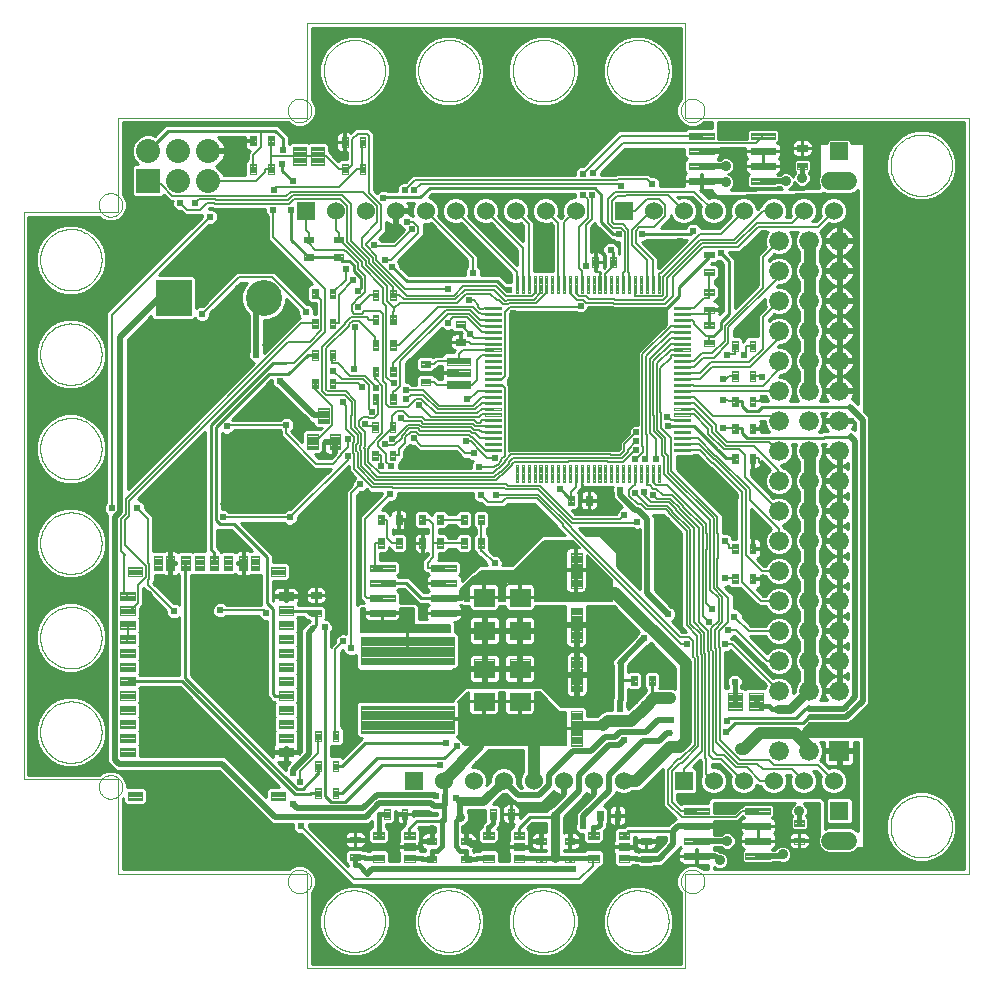
<source format=gtl>
G75*
%MOIN*%
%OFA0B0*%
%FSLAX24Y24*%
%IPPOS*%
%LPD*%
%AMOC8*
5,1,8,0,0,1.08239X$1,22.5*
%
%ADD10C,0.0000*%
%ADD11R,0.0600X0.0600*%
%ADD12C,0.0600*%
%ADD13C,0.0040*%
%ADD14C,0.0041*%
%ADD15C,0.0041*%
%ADD16R,0.0800X0.0800*%
%ADD17C,0.0800*%
%ADD18C,0.0040*%
%ADD19C,0.0038*%
%ADD20C,0.0039*%
%ADD21R,0.0660X0.0660*%
%ADD22C,0.0660*%
%ADD23C,0.0041*%
%ADD24C,0.0040*%
%ADD25R,0.1200X0.1200*%
%ADD26C,0.1200*%
%ADD27C,0.0600*%
%ADD28C,0.0040*%
%ADD29C,0.0100*%
%ADD30C,0.0240*%
%ADD31C,0.0060*%
%ADD32C,0.0300*%
%ADD33C,0.0150*%
%ADD34C,0.0200*%
%ADD35C,0.0250*%
%ADD36C,0.0360*%
%ADD37C,0.0356*%
%ADD38C,0.0320*%
%ADD39C,0.0400*%
D10*
X004874Y004874D02*
X011174Y004874D01*
X011174Y001725D01*
X023772Y001725D01*
X023772Y004874D01*
X033221Y004874D01*
X033221Y030071D01*
X023772Y030071D01*
X023772Y033221D01*
X011174Y033221D01*
X011174Y030071D01*
X004874Y030071D01*
X004874Y026922D01*
X001725Y026922D01*
X001725Y008024D01*
X004874Y008024D01*
X004874Y004874D01*
X004230Y007774D02*
X004232Y007813D01*
X004238Y007852D01*
X004248Y007890D01*
X004261Y007927D01*
X004278Y007962D01*
X004298Y007996D01*
X004322Y008027D01*
X004349Y008056D01*
X004378Y008082D01*
X004410Y008105D01*
X004444Y008125D01*
X004480Y008141D01*
X004517Y008153D01*
X004556Y008162D01*
X004595Y008167D01*
X004634Y008168D01*
X004673Y008165D01*
X004712Y008158D01*
X004749Y008147D01*
X004786Y008133D01*
X004821Y008115D01*
X004854Y008094D01*
X004885Y008069D01*
X004913Y008042D01*
X004938Y008012D01*
X004960Y007979D01*
X004979Y007945D01*
X004994Y007909D01*
X005006Y007871D01*
X005014Y007833D01*
X005018Y007794D01*
X005018Y007754D01*
X005014Y007715D01*
X005006Y007677D01*
X004994Y007639D01*
X004979Y007603D01*
X004960Y007569D01*
X004938Y007536D01*
X004913Y007506D01*
X004885Y007479D01*
X004854Y007454D01*
X004821Y007433D01*
X004786Y007415D01*
X004749Y007401D01*
X004712Y007390D01*
X004673Y007383D01*
X004634Y007380D01*
X004595Y007381D01*
X004556Y007386D01*
X004517Y007395D01*
X004480Y007407D01*
X004444Y007423D01*
X004410Y007443D01*
X004378Y007466D01*
X004349Y007492D01*
X004322Y007521D01*
X004298Y007552D01*
X004278Y007586D01*
X004261Y007621D01*
X004248Y007658D01*
X004238Y007696D01*
X004232Y007735D01*
X004230Y007774D01*
X002276Y009599D02*
X002278Y009663D01*
X002284Y009726D01*
X002294Y009789D01*
X002308Y009851D01*
X002325Y009912D01*
X002347Y009972D01*
X002372Y010031D01*
X002400Y010088D01*
X002432Y010143D01*
X002468Y010196D01*
X002507Y010246D01*
X002548Y010294D01*
X002593Y010340D01*
X002640Y010382D01*
X002690Y010422D01*
X002743Y010458D01*
X002797Y010491D01*
X002854Y010521D01*
X002912Y010547D01*
X002971Y010569D01*
X003032Y010587D01*
X003094Y010602D01*
X003157Y010613D01*
X003220Y010620D01*
X003284Y010623D01*
X003348Y010622D01*
X003411Y010617D01*
X003474Y010608D01*
X003537Y010595D01*
X003598Y010579D01*
X003659Y010558D01*
X003717Y010534D01*
X003775Y010506D01*
X003830Y010475D01*
X003884Y010440D01*
X003935Y010402D01*
X003984Y010361D01*
X004030Y010317D01*
X004073Y010271D01*
X004113Y010221D01*
X004150Y010170D01*
X004184Y010116D01*
X004215Y010060D01*
X004241Y010002D01*
X004265Y009943D01*
X004284Y009882D01*
X004300Y009820D01*
X004312Y009758D01*
X004320Y009694D01*
X004324Y009631D01*
X004324Y009567D01*
X004320Y009504D01*
X004312Y009440D01*
X004300Y009378D01*
X004284Y009316D01*
X004265Y009255D01*
X004241Y009196D01*
X004215Y009138D01*
X004184Y009082D01*
X004150Y009028D01*
X004113Y008977D01*
X004073Y008927D01*
X004030Y008881D01*
X003984Y008837D01*
X003935Y008796D01*
X003884Y008758D01*
X003830Y008723D01*
X003775Y008692D01*
X003717Y008664D01*
X003659Y008640D01*
X003598Y008619D01*
X003537Y008603D01*
X003474Y008590D01*
X003411Y008581D01*
X003348Y008576D01*
X003284Y008575D01*
X003220Y008578D01*
X003157Y008585D01*
X003094Y008596D01*
X003032Y008611D01*
X002971Y008629D01*
X002912Y008651D01*
X002854Y008677D01*
X002797Y008707D01*
X002743Y008740D01*
X002690Y008776D01*
X002640Y008816D01*
X002593Y008858D01*
X002548Y008904D01*
X002507Y008952D01*
X002468Y009002D01*
X002432Y009055D01*
X002400Y009110D01*
X002372Y009167D01*
X002347Y009226D01*
X002325Y009286D01*
X002308Y009347D01*
X002294Y009409D01*
X002284Y009472D01*
X002278Y009535D01*
X002276Y009599D01*
X002276Y012748D02*
X002278Y012812D01*
X002284Y012875D01*
X002294Y012938D01*
X002308Y013000D01*
X002325Y013061D01*
X002347Y013121D01*
X002372Y013180D01*
X002400Y013237D01*
X002432Y013292D01*
X002468Y013345D01*
X002507Y013395D01*
X002548Y013443D01*
X002593Y013489D01*
X002640Y013531D01*
X002690Y013571D01*
X002743Y013607D01*
X002797Y013640D01*
X002854Y013670D01*
X002912Y013696D01*
X002971Y013718D01*
X003032Y013736D01*
X003094Y013751D01*
X003157Y013762D01*
X003220Y013769D01*
X003284Y013772D01*
X003348Y013771D01*
X003411Y013766D01*
X003474Y013757D01*
X003537Y013744D01*
X003598Y013728D01*
X003659Y013707D01*
X003717Y013683D01*
X003775Y013655D01*
X003830Y013624D01*
X003884Y013589D01*
X003935Y013551D01*
X003984Y013510D01*
X004030Y013466D01*
X004073Y013420D01*
X004113Y013370D01*
X004150Y013319D01*
X004184Y013265D01*
X004215Y013209D01*
X004241Y013151D01*
X004265Y013092D01*
X004284Y013031D01*
X004300Y012969D01*
X004312Y012907D01*
X004320Y012843D01*
X004324Y012780D01*
X004324Y012716D01*
X004320Y012653D01*
X004312Y012589D01*
X004300Y012527D01*
X004284Y012465D01*
X004265Y012404D01*
X004241Y012345D01*
X004215Y012287D01*
X004184Y012231D01*
X004150Y012177D01*
X004113Y012126D01*
X004073Y012076D01*
X004030Y012030D01*
X003984Y011986D01*
X003935Y011945D01*
X003884Y011907D01*
X003830Y011872D01*
X003775Y011841D01*
X003717Y011813D01*
X003659Y011789D01*
X003598Y011768D01*
X003537Y011752D01*
X003474Y011739D01*
X003411Y011730D01*
X003348Y011725D01*
X003284Y011724D01*
X003220Y011727D01*
X003157Y011734D01*
X003094Y011745D01*
X003032Y011760D01*
X002971Y011778D01*
X002912Y011800D01*
X002854Y011826D01*
X002797Y011856D01*
X002743Y011889D01*
X002690Y011925D01*
X002640Y011965D01*
X002593Y012007D01*
X002548Y012053D01*
X002507Y012101D01*
X002468Y012151D01*
X002432Y012204D01*
X002400Y012259D01*
X002372Y012316D01*
X002347Y012375D01*
X002325Y012435D01*
X002308Y012496D01*
X002294Y012558D01*
X002284Y012621D01*
X002278Y012684D01*
X002276Y012748D01*
X002276Y015898D02*
X002278Y015962D01*
X002284Y016025D01*
X002294Y016088D01*
X002308Y016150D01*
X002325Y016211D01*
X002347Y016271D01*
X002372Y016330D01*
X002400Y016387D01*
X002432Y016442D01*
X002468Y016495D01*
X002507Y016545D01*
X002548Y016593D01*
X002593Y016639D01*
X002640Y016681D01*
X002690Y016721D01*
X002743Y016757D01*
X002797Y016790D01*
X002854Y016820D01*
X002912Y016846D01*
X002971Y016868D01*
X003032Y016886D01*
X003094Y016901D01*
X003157Y016912D01*
X003220Y016919D01*
X003284Y016922D01*
X003348Y016921D01*
X003411Y016916D01*
X003474Y016907D01*
X003537Y016894D01*
X003598Y016878D01*
X003659Y016857D01*
X003717Y016833D01*
X003775Y016805D01*
X003830Y016774D01*
X003884Y016739D01*
X003935Y016701D01*
X003984Y016660D01*
X004030Y016616D01*
X004073Y016570D01*
X004113Y016520D01*
X004150Y016469D01*
X004184Y016415D01*
X004215Y016359D01*
X004241Y016301D01*
X004265Y016242D01*
X004284Y016181D01*
X004300Y016119D01*
X004312Y016057D01*
X004320Y015993D01*
X004324Y015930D01*
X004324Y015866D01*
X004320Y015803D01*
X004312Y015739D01*
X004300Y015677D01*
X004284Y015615D01*
X004265Y015554D01*
X004241Y015495D01*
X004215Y015437D01*
X004184Y015381D01*
X004150Y015327D01*
X004113Y015276D01*
X004073Y015226D01*
X004030Y015180D01*
X003984Y015136D01*
X003935Y015095D01*
X003884Y015057D01*
X003830Y015022D01*
X003775Y014991D01*
X003717Y014963D01*
X003659Y014939D01*
X003598Y014918D01*
X003537Y014902D01*
X003474Y014889D01*
X003411Y014880D01*
X003348Y014875D01*
X003284Y014874D01*
X003220Y014877D01*
X003157Y014884D01*
X003094Y014895D01*
X003032Y014910D01*
X002971Y014928D01*
X002912Y014950D01*
X002854Y014976D01*
X002797Y015006D01*
X002743Y015039D01*
X002690Y015075D01*
X002640Y015115D01*
X002593Y015157D01*
X002548Y015203D01*
X002507Y015251D01*
X002468Y015301D01*
X002432Y015354D01*
X002400Y015409D01*
X002372Y015466D01*
X002347Y015525D01*
X002325Y015585D01*
X002308Y015646D01*
X002294Y015708D01*
X002284Y015771D01*
X002278Y015834D01*
X002276Y015898D01*
X002276Y019048D02*
X002278Y019112D01*
X002284Y019175D01*
X002294Y019238D01*
X002308Y019300D01*
X002325Y019361D01*
X002347Y019421D01*
X002372Y019480D01*
X002400Y019537D01*
X002432Y019592D01*
X002468Y019645D01*
X002507Y019695D01*
X002548Y019743D01*
X002593Y019789D01*
X002640Y019831D01*
X002690Y019871D01*
X002743Y019907D01*
X002797Y019940D01*
X002854Y019970D01*
X002912Y019996D01*
X002971Y020018D01*
X003032Y020036D01*
X003094Y020051D01*
X003157Y020062D01*
X003220Y020069D01*
X003284Y020072D01*
X003348Y020071D01*
X003411Y020066D01*
X003474Y020057D01*
X003537Y020044D01*
X003598Y020028D01*
X003659Y020007D01*
X003717Y019983D01*
X003775Y019955D01*
X003830Y019924D01*
X003884Y019889D01*
X003935Y019851D01*
X003984Y019810D01*
X004030Y019766D01*
X004073Y019720D01*
X004113Y019670D01*
X004150Y019619D01*
X004184Y019565D01*
X004215Y019509D01*
X004241Y019451D01*
X004265Y019392D01*
X004284Y019331D01*
X004300Y019269D01*
X004312Y019207D01*
X004320Y019143D01*
X004324Y019080D01*
X004324Y019016D01*
X004320Y018953D01*
X004312Y018889D01*
X004300Y018827D01*
X004284Y018765D01*
X004265Y018704D01*
X004241Y018645D01*
X004215Y018587D01*
X004184Y018531D01*
X004150Y018477D01*
X004113Y018426D01*
X004073Y018376D01*
X004030Y018330D01*
X003984Y018286D01*
X003935Y018245D01*
X003884Y018207D01*
X003830Y018172D01*
X003775Y018141D01*
X003717Y018113D01*
X003659Y018089D01*
X003598Y018068D01*
X003537Y018052D01*
X003474Y018039D01*
X003411Y018030D01*
X003348Y018025D01*
X003284Y018024D01*
X003220Y018027D01*
X003157Y018034D01*
X003094Y018045D01*
X003032Y018060D01*
X002971Y018078D01*
X002912Y018100D01*
X002854Y018126D01*
X002797Y018156D01*
X002743Y018189D01*
X002690Y018225D01*
X002640Y018265D01*
X002593Y018307D01*
X002548Y018353D01*
X002507Y018401D01*
X002468Y018451D01*
X002432Y018504D01*
X002400Y018559D01*
X002372Y018616D01*
X002347Y018675D01*
X002325Y018735D01*
X002308Y018796D01*
X002294Y018858D01*
X002284Y018921D01*
X002278Y018984D01*
X002276Y019048D01*
X002276Y022197D02*
X002278Y022261D01*
X002284Y022324D01*
X002294Y022387D01*
X002308Y022449D01*
X002325Y022510D01*
X002347Y022570D01*
X002372Y022629D01*
X002400Y022686D01*
X002432Y022741D01*
X002468Y022794D01*
X002507Y022844D01*
X002548Y022892D01*
X002593Y022938D01*
X002640Y022980D01*
X002690Y023020D01*
X002743Y023056D01*
X002797Y023089D01*
X002854Y023119D01*
X002912Y023145D01*
X002971Y023167D01*
X003032Y023185D01*
X003094Y023200D01*
X003157Y023211D01*
X003220Y023218D01*
X003284Y023221D01*
X003348Y023220D01*
X003411Y023215D01*
X003474Y023206D01*
X003537Y023193D01*
X003598Y023177D01*
X003659Y023156D01*
X003717Y023132D01*
X003775Y023104D01*
X003830Y023073D01*
X003884Y023038D01*
X003935Y023000D01*
X003984Y022959D01*
X004030Y022915D01*
X004073Y022869D01*
X004113Y022819D01*
X004150Y022768D01*
X004184Y022714D01*
X004215Y022658D01*
X004241Y022600D01*
X004265Y022541D01*
X004284Y022480D01*
X004300Y022418D01*
X004312Y022356D01*
X004320Y022292D01*
X004324Y022229D01*
X004324Y022165D01*
X004320Y022102D01*
X004312Y022038D01*
X004300Y021976D01*
X004284Y021914D01*
X004265Y021853D01*
X004241Y021794D01*
X004215Y021736D01*
X004184Y021680D01*
X004150Y021626D01*
X004113Y021575D01*
X004073Y021525D01*
X004030Y021479D01*
X003984Y021435D01*
X003935Y021394D01*
X003884Y021356D01*
X003830Y021321D01*
X003775Y021290D01*
X003717Y021262D01*
X003659Y021238D01*
X003598Y021217D01*
X003537Y021201D01*
X003474Y021188D01*
X003411Y021179D01*
X003348Y021174D01*
X003284Y021173D01*
X003220Y021176D01*
X003157Y021183D01*
X003094Y021194D01*
X003032Y021209D01*
X002971Y021227D01*
X002912Y021249D01*
X002854Y021275D01*
X002797Y021305D01*
X002743Y021338D01*
X002690Y021374D01*
X002640Y021414D01*
X002593Y021456D01*
X002548Y021502D01*
X002507Y021550D01*
X002468Y021600D01*
X002432Y021653D01*
X002400Y021708D01*
X002372Y021765D01*
X002347Y021824D01*
X002325Y021884D01*
X002308Y021945D01*
X002294Y022007D01*
X002284Y022070D01*
X002278Y022133D01*
X002276Y022197D01*
X002276Y025347D02*
X002278Y025411D01*
X002284Y025474D01*
X002294Y025537D01*
X002308Y025599D01*
X002325Y025660D01*
X002347Y025720D01*
X002372Y025779D01*
X002400Y025836D01*
X002432Y025891D01*
X002468Y025944D01*
X002507Y025994D01*
X002548Y026042D01*
X002593Y026088D01*
X002640Y026130D01*
X002690Y026170D01*
X002743Y026206D01*
X002797Y026239D01*
X002854Y026269D01*
X002912Y026295D01*
X002971Y026317D01*
X003032Y026335D01*
X003094Y026350D01*
X003157Y026361D01*
X003220Y026368D01*
X003284Y026371D01*
X003348Y026370D01*
X003411Y026365D01*
X003474Y026356D01*
X003537Y026343D01*
X003598Y026327D01*
X003659Y026306D01*
X003717Y026282D01*
X003775Y026254D01*
X003830Y026223D01*
X003884Y026188D01*
X003935Y026150D01*
X003984Y026109D01*
X004030Y026065D01*
X004073Y026019D01*
X004113Y025969D01*
X004150Y025918D01*
X004184Y025864D01*
X004215Y025808D01*
X004241Y025750D01*
X004265Y025691D01*
X004284Y025630D01*
X004300Y025568D01*
X004312Y025506D01*
X004320Y025442D01*
X004324Y025379D01*
X004324Y025315D01*
X004320Y025252D01*
X004312Y025188D01*
X004300Y025126D01*
X004284Y025064D01*
X004265Y025003D01*
X004241Y024944D01*
X004215Y024886D01*
X004184Y024830D01*
X004150Y024776D01*
X004113Y024725D01*
X004073Y024675D01*
X004030Y024629D01*
X003984Y024585D01*
X003935Y024544D01*
X003884Y024506D01*
X003830Y024471D01*
X003775Y024440D01*
X003717Y024412D01*
X003659Y024388D01*
X003598Y024367D01*
X003537Y024351D01*
X003474Y024338D01*
X003411Y024329D01*
X003348Y024324D01*
X003284Y024323D01*
X003220Y024326D01*
X003157Y024333D01*
X003094Y024344D01*
X003032Y024359D01*
X002971Y024377D01*
X002912Y024399D01*
X002854Y024425D01*
X002797Y024455D01*
X002743Y024488D01*
X002690Y024524D01*
X002640Y024564D01*
X002593Y024606D01*
X002548Y024652D01*
X002507Y024700D01*
X002468Y024750D01*
X002432Y024803D01*
X002400Y024858D01*
X002372Y024915D01*
X002347Y024974D01*
X002325Y025034D01*
X002308Y025095D01*
X002294Y025157D01*
X002284Y025220D01*
X002278Y025283D01*
X002276Y025347D01*
X004230Y027172D02*
X004232Y027211D01*
X004238Y027250D01*
X004248Y027288D01*
X004261Y027325D01*
X004278Y027360D01*
X004298Y027394D01*
X004322Y027425D01*
X004349Y027454D01*
X004378Y027480D01*
X004410Y027503D01*
X004444Y027523D01*
X004480Y027539D01*
X004517Y027551D01*
X004556Y027560D01*
X004595Y027565D01*
X004634Y027566D01*
X004673Y027563D01*
X004712Y027556D01*
X004749Y027545D01*
X004786Y027531D01*
X004821Y027513D01*
X004854Y027492D01*
X004885Y027467D01*
X004913Y027440D01*
X004938Y027410D01*
X004960Y027377D01*
X004979Y027343D01*
X004994Y027307D01*
X005006Y027269D01*
X005014Y027231D01*
X005018Y027192D01*
X005018Y027152D01*
X005014Y027113D01*
X005006Y027075D01*
X004994Y027037D01*
X004979Y027001D01*
X004960Y026967D01*
X004938Y026934D01*
X004913Y026904D01*
X004885Y026877D01*
X004854Y026852D01*
X004821Y026831D01*
X004786Y026813D01*
X004749Y026799D01*
X004712Y026788D01*
X004673Y026781D01*
X004634Y026778D01*
X004595Y026779D01*
X004556Y026784D01*
X004517Y026793D01*
X004480Y026805D01*
X004444Y026821D01*
X004410Y026841D01*
X004378Y026864D01*
X004349Y026890D01*
X004322Y026919D01*
X004298Y026950D01*
X004278Y026984D01*
X004261Y027019D01*
X004248Y027056D01*
X004238Y027094D01*
X004232Y027133D01*
X004230Y027172D01*
X010530Y030321D02*
X010532Y030360D01*
X010538Y030399D01*
X010548Y030437D01*
X010561Y030474D01*
X010578Y030509D01*
X010598Y030543D01*
X010622Y030574D01*
X010649Y030603D01*
X010678Y030629D01*
X010710Y030652D01*
X010744Y030672D01*
X010780Y030688D01*
X010817Y030700D01*
X010856Y030709D01*
X010895Y030714D01*
X010934Y030715D01*
X010973Y030712D01*
X011012Y030705D01*
X011049Y030694D01*
X011086Y030680D01*
X011121Y030662D01*
X011154Y030641D01*
X011185Y030616D01*
X011213Y030589D01*
X011238Y030559D01*
X011260Y030526D01*
X011279Y030492D01*
X011294Y030456D01*
X011306Y030418D01*
X011314Y030380D01*
X011318Y030341D01*
X011318Y030301D01*
X011314Y030262D01*
X011306Y030224D01*
X011294Y030186D01*
X011279Y030150D01*
X011260Y030116D01*
X011238Y030083D01*
X011213Y030053D01*
X011185Y030026D01*
X011154Y030001D01*
X011121Y029980D01*
X011086Y029962D01*
X011049Y029948D01*
X011012Y029937D01*
X010973Y029930D01*
X010934Y029927D01*
X010895Y029928D01*
X010856Y029933D01*
X010817Y029942D01*
X010780Y029954D01*
X010744Y029970D01*
X010710Y029990D01*
X010678Y030013D01*
X010649Y030039D01*
X010622Y030068D01*
X010598Y030099D01*
X010578Y030133D01*
X010561Y030168D01*
X010548Y030205D01*
X010538Y030243D01*
X010532Y030282D01*
X010530Y030321D01*
X011724Y031646D02*
X011726Y031710D01*
X011732Y031773D01*
X011742Y031836D01*
X011756Y031898D01*
X011773Y031959D01*
X011795Y032019D01*
X011820Y032078D01*
X011848Y032135D01*
X011880Y032190D01*
X011916Y032243D01*
X011955Y032293D01*
X011996Y032341D01*
X012041Y032387D01*
X012088Y032429D01*
X012138Y032469D01*
X012191Y032505D01*
X012245Y032538D01*
X012302Y032568D01*
X012360Y032594D01*
X012419Y032616D01*
X012480Y032634D01*
X012542Y032649D01*
X012605Y032660D01*
X012668Y032667D01*
X012732Y032670D01*
X012796Y032669D01*
X012859Y032664D01*
X012922Y032655D01*
X012985Y032642D01*
X013046Y032626D01*
X013107Y032605D01*
X013165Y032581D01*
X013223Y032553D01*
X013278Y032522D01*
X013332Y032487D01*
X013383Y032449D01*
X013432Y032408D01*
X013478Y032364D01*
X013521Y032318D01*
X013561Y032268D01*
X013598Y032217D01*
X013632Y032163D01*
X013663Y032107D01*
X013689Y032049D01*
X013713Y031990D01*
X013732Y031929D01*
X013748Y031867D01*
X013760Y031805D01*
X013768Y031741D01*
X013772Y031678D01*
X013772Y031614D01*
X013768Y031551D01*
X013760Y031487D01*
X013748Y031425D01*
X013732Y031363D01*
X013713Y031302D01*
X013689Y031243D01*
X013663Y031185D01*
X013632Y031129D01*
X013598Y031075D01*
X013561Y031024D01*
X013521Y030974D01*
X013478Y030928D01*
X013432Y030884D01*
X013383Y030843D01*
X013332Y030805D01*
X013278Y030770D01*
X013223Y030739D01*
X013165Y030711D01*
X013107Y030687D01*
X013046Y030666D01*
X012985Y030650D01*
X012922Y030637D01*
X012859Y030628D01*
X012796Y030623D01*
X012732Y030622D01*
X012668Y030625D01*
X012605Y030632D01*
X012542Y030643D01*
X012480Y030658D01*
X012419Y030676D01*
X012360Y030698D01*
X012302Y030724D01*
X012245Y030754D01*
X012191Y030787D01*
X012138Y030823D01*
X012088Y030863D01*
X012041Y030905D01*
X011996Y030951D01*
X011955Y030999D01*
X011916Y031049D01*
X011880Y031102D01*
X011848Y031157D01*
X011820Y031214D01*
X011795Y031273D01*
X011773Y031333D01*
X011756Y031394D01*
X011742Y031456D01*
X011732Y031519D01*
X011726Y031582D01*
X011724Y031646D01*
X014874Y031646D02*
X014876Y031710D01*
X014882Y031773D01*
X014892Y031836D01*
X014906Y031898D01*
X014923Y031959D01*
X014945Y032019D01*
X014970Y032078D01*
X014998Y032135D01*
X015030Y032190D01*
X015066Y032243D01*
X015105Y032293D01*
X015146Y032341D01*
X015191Y032387D01*
X015238Y032429D01*
X015288Y032469D01*
X015341Y032505D01*
X015395Y032538D01*
X015452Y032568D01*
X015510Y032594D01*
X015569Y032616D01*
X015630Y032634D01*
X015692Y032649D01*
X015755Y032660D01*
X015818Y032667D01*
X015882Y032670D01*
X015946Y032669D01*
X016009Y032664D01*
X016072Y032655D01*
X016135Y032642D01*
X016196Y032626D01*
X016257Y032605D01*
X016315Y032581D01*
X016373Y032553D01*
X016428Y032522D01*
X016482Y032487D01*
X016533Y032449D01*
X016582Y032408D01*
X016628Y032364D01*
X016671Y032318D01*
X016711Y032268D01*
X016748Y032217D01*
X016782Y032163D01*
X016813Y032107D01*
X016839Y032049D01*
X016863Y031990D01*
X016882Y031929D01*
X016898Y031867D01*
X016910Y031805D01*
X016918Y031741D01*
X016922Y031678D01*
X016922Y031614D01*
X016918Y031551D01*
X016910Y031487D01*
X016898Y031425D01*
X016882Y031363D01*
X016863Y031302D01*
X016839Y031243D01*
X016813Y031185D01*
X016782Y031129D01*
X016748Y031075D01*
X016711Y031024D01*
X016671Y030974D01*
X016628Y030928D01*
X016582Y030884D01*
X016533Y030843D01*
X016482Y030805D01*
X016428Y030770D01*
X016373Y030739D01*
X016315Y030711D01*
X016257Y030687D01*
X016196Y030666D01*
X016135Y030650D01*
X016072Y030637D01*
X016009Y030628D01*
X015946Y030623D01*
X015882Y030622D01*
X015818Y030625D01*
X015755Y030632D01*
X015692Y030643D01*
X015630Y030658D01*
X015569Y030676D01*
X015510Y030698D01*
X015452Y030724D01*
X015395Y030754D01*
X015341Y030787D01*
X015288Y030823D01*
X015238Y030863D01*
X015191Y030905D01*
X015146Y030951D01*
X015105Y030999D01*
X015066Y031049D01*
X015030Y031102D01*
X014998Y031157D01*
X014970Y031214D01*
X014945Y031273D01*
X014923Y031333D01*
X014906Y031394D01*
X014892Y031456D01*
X014882Y031519D01*
X014876Y031582D01*
X014874Y031646D01*
X018024Y031646D02*
X018026Y031710D01*
X018032Y031773D01*
X018042Y031836D01*
X018056Y031898D01*
X018073Y031959D01*
X018095Y032019D01*
X018120Y032078D01*
X018148Y032135D01*
X018180Y032190D01*
X018216Y032243D01*
X018255Y032293D01*
X018296Y032341D01*
X018341Y032387D01*
X018388Y032429D01*
X018438Y032469D01*
X018491Y032505D01*
X018545Y032538D01*
X018602Y032568D01*
X018660Y032594D01*
X018719Y032616D01*
X018780Y032634D01*
X018842Y032649D01*
X018905Y032660D01*
X018968Y032667D01*
X019032Y032670D01*
X019096Y032669D01*
X019159Y032664D01*
X019222Y032655D01*
X019285Y032642D01*
X019346Y032626D01*
X019407Y032605D01*
X019465Y032581D01*
X019523Y032553D01*
X019578Y032522D01*
X019632Y032487D01*
X019683Y032449D01*
X019732Y032408D01*
X019778Y032364D01*
X019821Y032318D01*
X019861Y032268D01*
X019898Y032217D01*
X019932Y032163D01*
X019963Y032107D01*
X019989Y032049D01*
X020013Y031990D01*
X020032Y031929D01*
X020048Y031867D01*
X020060Y031805D01*
X020068Y031741D01*
X020072Y031678D01*
X020072Y031614D01*
X020068Y031551D01*
X020060Y031487D01*
X020048Y031425D01*
X020032Y031363D01*
X020013Y031302D01*
X019989Y031243D01*
X019963Y031185D01*
X019932Y031129D01*
X019898Y031075D01*
X019861Y031024D01*
X019821Y030974D01*
X019778Y030928D01*
X019732Y030884D01*
X019683Y030843D01*
X019632Y030805D01*
X019578Y030770D01*
X019523Y030739D01*
X019465Y030711D01*
X019407Y030687D01*
X019346Y030666D01*
X019285Y030650D01*
X019222Y030637D01*
X019159Y030628D01*
X019096Y030623D01*
X019032Y030622D01*
X018968Y030625D01*
X018905Y030632D01*
X018842Y030643D01*
X018780Y030658D01*
X018719Y030676D01*
X018660Y030698D01*
X018602Y030724D01*
X018545Y030754D01*
X018491Y030787D01*
X018438Y030823D01*
X018388Y030863D01*
X018341Y030905D01*
X018296Y030951D01*
X018255Y030999D01*
X018216Y031049D01*
X018180Y031102D01*
X018148Y031157D01*
X018120Y031214D01*
X018095Y031273D01*
X018073Y031333D01*
X018056Y031394D01*
X018042Y031456D01*
X018032Y031519D01*
X018026Y031582D01*
X018024Y031646D01*
X021173Y031646D02*
X021175Y031710D01*
X021181Y031773D01*
X021191Y031836D01*
X021205Y031898D01*
X021222Y031959D01*
X021244Y032019D01*
X021269Y032078D01*
X021297Y032135D01*
X021329Y032190D01*
X021365Y032243D01*
X021404Y032293D01*
X021445Y032341D01*
X021490Y032387D01*
X021537Y032429D01*
X021587Y032469D01*
X021640Y032505D01*
X021694Y032538D01*
X021751Y032568D01*
X021809Y032594D01*
X021868Y032616D01*
X021929Y032634D01*
X021991Y032649D01*
X022054Y032660D01*
X022117Y032667D01*
X022181Y032670D01*
X022245Y032669D01*
X022308Y032664D01*
X022371Y032655D01*
X022434Y032642D01*
X022495Y032626D01*
X022556Y032605D01*
X022614Y032581D01*
X022672Y032553D01*
X022727Y032522D01*
X022781Y032487D01*
X022832Y032449D01*
X022881Y032408D01*
X022927Y032364D01*
X022970Y032318D01*
X023010Y032268D01*
X023047Y032217D01*
X023081Y032163D01*
X023112Y032107D01*
X023138Y032049D01*
X023162Y031990D01*
X023181Y031929D01*
X023197Y031867D01*
X023209Y031805D01*
X023217Y031741D01*
X023221Y031678D01*
X023221Y031614D01*
X023217Y031551D01*
X023209Y031487D01*
X023197Y031425D01*
X023181Y031363D01*
X023162Y031302D01*
X023138Y031243D01*
X023112Y031185D01*
X023081Y031129D01*
X023047Y031075D01*
X023010Y031024D01*
X022970Y030974D01*
X022927Y030928D01*
X022881Y030884D01*
X022832Y030843D01*
X022781Y030805D01*
X022727Y030770D01*
X022672Y030739D01*
X022614Y030711D01*
X022556Y030687D01*
X022495Y030666D01*
X022434Y030650D01*
X022371Y030637D01*
X022308Y030628D01*
X022245Y030623D01*
X022181Y030622D01*
X022117Y030625D01*
X022054Y030632D01*
X021991Y030643D01*
X021929Y030658D01*
X021868Y030676D01*
X021809Y030698D01*
X021751Y030724D01*
X021694Y030754D01*
X021640Y030787D01*
X021587Y030823D01*
X021537Y030863D01*
X021490Y030905D01*
X021445Y030951D01*
X021404Y030999D01*
X021365Y031049D01*
X021329Y031102D01*
X021297Y031157D01*
X021269Y031214D01*
X021244Y031273D01*
X021222Y031333D01*
X021205Y031394D01*
X021191Y031456D01*
X021181Y031519D01*
X021175Y031582D01*
X021173Y031646D01*
X023628Y030321D02*
X023630Y030360D01*
X023636Y030399D01*
X023646Y030437D01*
X023659Y030474D01*
X023676Y030509D01*
X023696Y030543D01*
X023720Y030574D01*
X023747Y030603D01*
X023776Y030629D01*
X023808Y030652D01*
X023842Y030672D01*
X023878Y030688D01*
X023915Y030700D01*
X023954Y030709D01*
X023993Y030714D01*
X024032Y030715D01*
X024071Y030712D01*
X024110Y030705D01*
X024147Y030694D01*
X024184Y030680D01*
X024219Y030662D01*
X024252Y030641D01*
X024283Y030616D01*
X024311Y030589D01*
X024336Y030559D01*
X024358Y030526D01*
X024377Y030492D01*
X024392Y030456D01*
X024404Y030418D01*
X024412Y030380D01*
X024416Y030341D01*
X024416Y030301D01*
X024412Y030262D01*
X024404Y030224D01*
X024392Y030186D01*
X024377Y030150D01*
X024358Y030116D01*
X024336Y030083D01*
X024311Y030053D01*
X024283Y030026D01*
X024252Y030001D01*
X024219Y029980D01*
X024184Y029962D01*
X024147Y029948D01*
X024110Y029937D01*
X024071Y029930D01*
X024032Y029927D01*
X023993Y029928D01*
X023954Y029933D01*
X023915Y029942D01*
X023878Y029954D01*
X023842Y029970D01*
X023808Y029990D01*
X023776Y030013D01*
X023747Y030039D01*
X023720Y030068D01*
X023696Y030099D01*
X023676Y030133D01*
X023659Y030168D01*
X023646Y030205D01*
X023636Y030243D01*
X023630Y030282D01*
X023628Y030321D01*
X030622Y028496D02*
X030624Y028560D01*
X030630Y028623D01*
X030640Y028686D01*
X030654Y028748D01*
X030671Y028809D01*
X030693Y028869D01*
X030718Y028928D01*
X030746Y028985D01*
X030778Y029040D01*
X030814Y029093D01*
X030853Y029143D01*
X030894Y029191D01*
X030939Y029237D01*
X030986Y029279D01*
X031036Y029319D01*
X031089Y029355D01*
X031143Y029388D01*
X031200Y029418D01*
X031258Y029444D01*
X031317Y029466D01*
X031378Y029484D01*
X031440Y029499D01*
X031503Y029510D01*
X031566Y029517D01*
X031630Y029520D01*
X031694Y029519D01*
X031757Y029514D01*
X031820Y029505D01*
X031883Y029492D01*
X031944Y029476D01*
X032005Y029455D01*
X032063Y029431D01*
X032121Y029403D01*
X032176Y029372D01*
X032230Y029337D01*
X032281Y029299D01*
X032330Y029258D01*
X032376Y029214D01*
X032419Y029168D01*
X032459Y029118D01*
X032496Y029067D01*
X032530Y029013D01*
X032561Y028957D01*
X032587Y028899D01*
X032611Y028840D01*
X032630Y028779D01*
X032646Y028717D01*
X032658Y028655D01*
X032666Y028591D01*
X032670Y028528D01*
X032670Y028464D01*
X032666Y028401D01*
X032658Y028337D01*
X032646Y028275D01*
X032630Y028213D01*
X032611Y028152D01*
X032587Y028093D01*
X032561Y028035D01*
X032530Y027979D01*
X032496Y027925D01*
X032459Y027874D01*
X032419Y027824D01*
X032376Y027778D01*
X032330Y027734D01*
X032281Y027693D01*
X032230Y027655D01*
X032176Y027620D01*
X032121Y027589D01*
X032063Y027561D01*
X032005Y027537D01*
X031944Y027516D01*
X031883Y027500D01*
X031820Y027487D01*
X031757Y027478D01*
X031694Y027473D01*
X031630Y027472D01*
X031566Y027475D01*
X031503Y027482D01*
X031440Y027493D01*
X031378Y027508D01*
X031317Y027526D01*
X031258Y027548D01*
X031200Y027574D01*
X031143Y027604D01*
X031089Y027637D01*
X031036Y027673D01*
X030986Y027713D01*
X030939Y027755D01*
X030894Y027801D01*
X030853Y027849D01*
X030814Y027899D01*
X030778Y027952D01*
X030746Y028007D01*
X030718Y028064D01*
X030693Y028123D01*
X030671Y028183D01*
X030654Y028244D01*
X030640Y028306D01*
X030630Y028369D01*
X030624Y028432D01*
X030622Y028496D01*
X030622Y006449D02*
X030624Y006513D01*
X030630Y006576D01*
X030640Y006639D01*
X030654Y006701D01*
X030671Y006762D01*
X030693Y006822D01*
X030718Y006881D01*
X030746Y006938D01*
X030778Y006993D01*
X030814Y007046D01*
X030853Y007096D01*
X030894Y007144D01*
X030939Y007190D01*
X030986Y007232D01*
X031036Y007272D01*
X031089Y007308D01*
X031143Y007341D01*
X031200Y007371D01*
X031258Y007397D01*
X031317Y007419D01*
X031378Y007437D01*
X031440Y007452D01*
X031503Y007463D01*
X031566Y007470D01*
X031630Y007473D01*
X031694Y007472D01*
X031757Y007467D01*
X031820Y007458D01*
X031883Y007445D01*
X031944Y007429D01*
X032005Y007408D01*
X032063Y007384D01*
X032121Y007356D01*
X032176Y007325D01*
X032230Y007290D01*
X032281Y007252D01*
X032330Y007211D01*
X032376Y007167D01*
X032419Y007121D01*
X032459Y007071D01*
X032496Y007020D01*
X032530Y006966D01*
X032561Y006910D01*
X032587Y006852D01*
X032611Y006793D01*
X032630Y006732D01*
X032646Y006670D01*
X032658Y006608D01*
X032666Y006544D01*
X032670Y006481D01*
X032670Y006417D01*
X032666Y006354D01*
X032658Y006290D01*
X032646Y006228D01*
X032630Y006166D01*
X032611Y006105D01*
X032587Y006046D01*
X032561Y005988D01*
X032530Y005932D01*
X032496Y005878D01*
X032459Y005827D01*
X032419Y005777D01*
X032376Y005731D01*
X032330Y005687D01*
X032281Y005646D01*
X032230Y005608D01*
X032176Y005573D01*
X032121Y005542D01*
X032063Y005514D01*
X032005Y005490D01*
X031944Y005469D01*
X031883Y005453D01*
X031820Y005440D01*
X031757Y005431D01*
X031694Y005426D01*
X031630Y005425D01*
X031566Y005428D01*
X031503Y005435D01*
X031440Y005446D01*
X031378Y005461D01*
X031317Y005479D01*
X031258Y005501D01*
X031200Y005527D01*
X031143Y005557D01*
X031089Y005590D01*
X031036Y005626D01*
X030986Y005666D01*
X030939Y005708D01*
X030894Y005754D01*
X030853Y005802D01*
X030814Y005852D01*
X030778Y005905D01*
X030746Y005960D01*
X030718Y006017D01*
X030693Y006076D01*
X030671Y006136D01*
X030654Y006197D01*
X030640Y006259D01*
X030630Y006322D01*
X030624Y006385D01*
X030622Y006449D01*
X023628Y004624D02*
X023630Y004663D01*
X023636Y004702D01*
X023646Y004740D01*
X023659Y004777D01*
X023676Y004812D01*
X023696Y004846D01*
X023720Y004877D01*
X023747Y004906D01*
X023776Y004932D01*
X023808Y004955D01*
X023842Y004975D01*
X023878Y004991D01*
X023915Y005003D01*
X023954Y005012D01*
X023993Y005017D01*
X024032Y005018D01*
X024071Y005015D01*
X024110Y005008D01*
X024147Y004997D01*
X024184Y004983D01*
X024219Y004965D01*
X024252Y004944D01*
X024283Y004919D01*
X024311Y004892D01*
X024336Y004862D01*
X024358Y004829D01*
X024377Y004795D01*
X024392Y004759D01*
X024404Y004721D01*
X024412Y004683D01*
X024416Y004644D01*
X024416Y004604D01*
X024412Y004565D01*
X024404Y004527D01*
X024392Y004489D01*
X024377Y004453D01*
X024358Y004419D01*
X024336Y004386D01*
X024311Y004356D01*
X024283Y004329D01*
X024252Y004304D01*
X024219Y004283D01*
X024184Y004265D01*
X024147Y004251D01*
X024110Y004240D01*
X024071Y004233D01*
X024032Y004230D01*
X023993Y004231D01*
X023954Y004236D01*
X023915Y004245D01*
X023878Y004257D01*
X023842Y004273D01*
X023808Y004293D01*
X023776Y004316D01*
X023747Y004342D01*
X023720Y004371D01*
X023696Y004402D01*
X023676Y004436D01*
X023659Y004471D01*
X023646Y004508D01*
X023636Y004546D01*
X023630Y004585D01*
X023628Y004624D01*
X021173Y003300D02*
X021175Y003364D01*
X021181Y003427D01*
X021191Y003490D01*
X021205Y003552D01*
X021222Y003613D01*
X021244Y003673D01*
X021269Y003732D01*
X021297Y003789D01*
X021329Y003844D01*
X021365Y003897D01*
X021404Y003947D01*
X021445Y003995D01*
X021490Y004041D01*
X021537Y004083D01*
X021587Y004123D01*
X021640Y004159D01*
X021694Y004192D01*
X021751Y004222D01*
X021809Y004248D01*
X021868Y004270D01*
X021929Y004288D01*
X021991Y004303D01*
X022054Y004314D01*
X022117Y004321D01*
X022181Y004324D01*
X022245Y004323D01*
X022308Y004318D01*
X022371Y004309D01*
X022434Y004296D01*
X022495Y004280D01*
X022556Y004259D01*
X022614Y004235D01*
X022672Y004207D01*
X022727Y004176D01*
X022781Y004141D01*
X022832Y004103D01*
X022881Y004062D01*
X022927Y004018D01*
X022970Y003972D01*
X023010Y003922D01*
X023047Y003871D01*
X023081Y003817D01*
X023112Y003761D01*
X023138Y003703D01*
X023162Y003644D01*
X023181Y003583D01*
X023197Y003521D01*
X023209Y003459D01*
X023217Y003395D01*
X023221Y003332D01*
X023221Y003268D01*
X023217Y003205D01*
X023209Y003141D01*
X023197Y003079D01*
X023181Y003017D01*
X023162Y002956D01*
X023138Y002897D01*
X023112Y002839D01*
X023081Y002783D01*
X023047Y002729D01*
X023010Y002678D01*
X022970Y002628D01*
X022927Y002582D01*
X022881Y002538D01*
X022832Y002497D01*
X022781Y002459D01*
X022727Y002424D01*
X022672Y002393D01*
X022614Y002365D01*
X022556Y002341D01*
X022495Y002320D01*
X022434Y002304D01*
X022371Y002291D01*
X022308Y002282D01*
X022245Y002277D01*
X022181Y002276D01*
X022117Y002279D01*
X022054Y002286D01*
X021991Y002297D01*
X021929Y002312D01*
X021868Y002330D01*
X021809Y002352D01*
X021751Y002378D01*
X021694Y002408D01*
X021640Y002441D01*
X021587Y002477D01*
X021537Y002517D01*
X021490Y002559D01*
X021445Y002605D01*
X021404Y002653D01*
X021365Y002703D01*
X021329Y002756D01*
X021297Y002811D01*
X021269Y002868D01*
X021244Y002927D01*
X021222Y002987D01*
X021205Y003048D01*
X021191Y003110D01*
X021181Y003173D01*
X021175Y003236D01*
X021173Y003300D01*
X018024Y003300D02*
X018026Y003364D01*
X018032Y003427D01*
X018042Y003490D01*
X018056Y003552D01*
X018073Y003613D01*
X018095Y003673D01*
X018120Y003732D01*
X018148Y003789D01*
X018180Y003844D01*
X018216Y003897D01*
X018255Y003947D01*
X018296Y003995D01*
X018341Y004041D01*
X018388Y004083D01*
X018438Y004123D01*
X018491Y004159D01*
X018545Y004192D01*
X018602Y004222D01*
X018660Y004248D01*
X018719Y004270D01*
X018780Y004288D01*
X018842Y004303D01*
X018905Y004314D01*
X018968Y004321D01*
X019032Y004324D01*
X019096Y004323D01*
X019159Y004318D01*
X019222Y004309D01*
X019285Y004296D01*
X019346Y004280D01*
X019407Y004259D01*
X019465Y004235D01*
X019523Y004207D01*
X019578Y004176D01*
X019632Y004141D01*
X019683Y004103D01*
X019732Y004062D01*
X019778Y004018D01*
X019821Y003972D01*
X019861Y003922D01*
X019898Y003871D01*
X019932Y003817D01*
X019963Y003761D01*
X019989Y003703D01*
X020013Y003644D01*
X020032Y003583D01*
X020048Y003521D01*
X020060Y003459D01*
X020068Y003395D01*
X020072Y003332D01*
X020072Y003268D01*
X020068Y003205D01*
X020060Y003141D01*
X020048Y003079D01*
X020032Y003017D01*
X020013Y002956D01*
X019989Y002897D01*
X019963Y002839D01*
X019932Y002783D01*
X019898Y002729D01*
X019861Y002678D01*
X019821Y002628D01*
X019778Y002582D01*
X019732Y002538D01*
X019683Y002497D01*
X019632Y002459D01*
X019578Y002424D01*
X019523Y002393D01*
X019465Y002365D01*
X019407Y002341D01*
X019346Y002320D01*
X019285Y002304D01*
X019222Y002291D01*
X019159Y002282D01*
X019096Y002277D01*
X019032Y002276D01*
X018968Y002279D01*
X018905Y002286D01*
X018842Y002297D01*
X018780Y002312D01*
X018719Y002330D01*
X018660Y002352D01*
X018602Y002378D01*
X018545Y002408D01*
X018491Y002441D01*
X018438Y002477D01*
X018388Y002517D01*
X018341Y002559D01*
X018296Y002605D01*
X018255Y002653D01*
X018216Y002703D01*
X018180Y002756D01*
X018148Y002811D01*
X018120Y002868D01*
X018095Y002927D01*
X018073Y002987D01*
X018056Y003048D01*
X018042Y003110D01*
X018032Y003173D01*
X018026Y003236D01*
X018024Y003300D01*
X014874Y003300D02*
X014876Y003364D01*
X014882Y003427D01*
X014892Y003490D01*
X014906Y003552D01*
X014923Y003613D01*
X014945Y003673D01*
X014970Y003732D01*
X014998Y003789D01*
X015030Y003844D01*
X015066Y003897D01*
X015105Y003947D01*
X015146Y003995D01*
X015191Y004041D01*
X015238Y004083D01*
X015288Y004123D01*
X015341Y004159D01*
X015395Y004192D01*
X015452Y004222D01*
X015510Y004248D01*
X015569Y004270D01*
X015630Y004288D01*
X015692Y004303D01*
X015755Y004314D01*
X015818Y004321D01*
X015882Y004324D01*
X015946Y004323D01*
X016009Y004318D01*
X016072Y004309D01*
X016135Y004296D01*
X016196Y004280D01*
X016257Y004259D01*
X016315Y004235D01*
X016373Y004207D01*
X016428Y004176D01*
X016482Y004141D01*
X016533Y004103D01*
X016582Y004062D01*
X016628Y004018D01*
X016671Y003972D01*
X016711Y003922D01*
X016748Y003871D01*
X016782Y003817D01*
X016813Y003761D01*
X016839Y003703D01*
X016863Y003644D01*
X016882Y003583D01*
X016898Y003521D01*
X016910Y003459D01*
X016918Y003395D01*
X016922Y003332D01*
X016922Y003268D01*
X016918Y003205D01*
X016910Y003141D01*
X016898Y003079D01*
X016882Y003017D01*
X016863Y002956D01*
X016839Y002897D01*
X016813Y002839D01*
X016782Y002783D01*
X016748Y002729D01*
X016711Y002678D01*
X016671Y002628D01*
X016628Y002582D01*
X016582Y002538D01*
X016533Y002497D01*
X016482Y002459D01*
X016428Y002424D01*
X016373Y002393D01*
X016315Y002365D01*
X016257Y002341D01*
X016196Y002320D01*
X016135Y002304D01*
X016072Y002291D01*
X016009Y002282D01*
X015946Y002277D01*
X015882Y002276D01*
X015818Y002279D01*
X015755Y002286D01*
X015692Y002297D01*
X015630Y002312D01*
X015569Y002330D01*
X015510Y002352D01*
X015452Y002378D01*
X015395Y002408D01*
X015341Y002441D01*
X015288Y002477D01*
X015238Y002517D01*
X015191Y002559D01*
X015146Y002605D01*
X015105Y002653D01*
X015066Y002703D01*
X015030Y002756D01*
X014998Y002811D01*
X014970Y002868D01*
X014945Y002927D01*
X014923Y002987D01*
X014906Y003048D01*
X014892Y003110D01*
X014882Y003173D01*
X014876Y003236D01*
X014874Y003300D01*
X011724Y003300D02*
X011726Y003364D01*
X011732Y003427D01*
X011742Y003490D01*
X011756Y003552D01*
X011773Y003613D01*
X011795Y003673D01*
X011820Y003732D01*
X011848Y003789D01*
X011880Y003844D01*
X011916Y003897D01*
X011955Y003947D01*
X011996Y003995D01*
X012041Y004041D01*
X012088Y004083D01*
X012138Y004123D01*
X012191Y004159D01*
X012245Y004192D01*
X012302Y004222D01*
X012360Y004248D01*
X012419Y004270D01*
X012480Y004288D01*
X012542Y004303D01*
X012605Y004314D01*
X012668Y004321D01*
X012732Y004324D01*
X012796Y004323D01*
X012859Y004318D01*
X012922Y004309D01*
X012985Y004296D01*
X013046Y004280D01*
X013107Y004259D01*
X013165Y004235D01*
X013223Y004207D01*
X013278Y004176D01*
X013332Y004141D01*
X013383Y004103D01*
X013432Y004062D01*
X013478Y004018D01*
X013521Y003972D01*
X013561Y003922D01*
X013598Y003871D01*
X013632Y003817D01*
X013663Y003761D01*
X013689Y003703D01*
X013713Y003644D01*
X013732Y003583D01*
X013748Y003521D01*
X013760Y003459D01*
X013768Y003395D01*
X013772Y003332D01*
X013772Y003268D01*
X013768Y003205D01*
X013760Y003141D01*
X013748Y003079D01*
X013732Y003017D01*
X013713Y002956D01*
X013689Y002897D01*
X013663Y002839D01*
X013632Y002783D01*
X013598Y002729D01*
X013561Y002678D01*
X013521Y002628D01*
X013478Y002582D01*
X013432Y002538D01*
X013383Y002497D01*
X013332Y002459D01*
X013278Y002424D01*
X013223Y002393D01*
X013165Y002365D01*
X013107Y002341D01*
X013046Y002320D01*
X012985Y002304D01*
X012922Y002291D01*
X012859Y002282D01*
X012796Y002277D01*
X012732Y002276D01*
X012668Y002279D01*
X012605Y002286D01*
X012542Y002297D01*
X012480Y002312D01*
X012419Y002330D01*
X012360Y002352D01*
X012302Y002378D01*
X012245Y002408D01*
X012191Y002441D01*
X012138Y002477D01*
X012088Y002517D01*
X012041Y002559D01*
X011996Y002605D01*
X011955Y002653D01*
X011916Y002703D01*
X011880Y002756D01*
X011848Y002811D01*
X011820Y002868D01*
X011795Y002927D01*
X011773Y002987D01*
X011756Y003048D01*
X011742Y003110D01*
X011732Y003173D01*
X011726Y003236D01*
X011724Y003300D01*
X010530Y004624D02*
X010532Y004663D01*
X010538Y004702D01*
X010548Y004740D01*
X010561Y004777D01*
X010578Y004812D01*
X010598Y004846D01*
X010622Y004877D01*
X010649Y004906D01*
X010678Y004932D01*
X010710Y004955D01*
X010744Y004975D01*
X010780Y004991D01*
X010817Y005003D01*
X010856Y005012D01*
X010895Y005017D01*
X010934Y005018D01*
X010973Y005015D01*
X011012Y005008D01*
X011049Y004997D01*
X011086Y004983D01*
X011121Y004965D01*
X011154Y004944D01*
X011185Y004919D01*
X011213Y004892D01*
X011238Y004862D01*
X011260Y004829D01*
X011279Y004795D01*
X011294Y004759D01*
X011306Y004721D01*
X011314Y004683D01*
X011318Y004644D01*
X011318Y004604D01*
X011314Y004565D01*
X011306Y004527D01*
X011294Y004489D01*
X011279Y004453D01*
X011260Y004419D01*
X011238Y004386D01*
X011213Y004356D01*
X011185Y004329D01*
X011154Y004304D01*
X011121Y004283D01*
X011086Y004265D01*
X011049Y004251D01*
X011012Y004240D01*
X010973Y004233D01*
X010934Y004230D01*
X010895Y004231D01*
X010856Y004236D01*
X010817Y004245D01*
X010780Y004257D01*
X010744Y004273D01*
X010710Y004293D01*
X010678Y004316D01*
X010649Y004342D01*
X010622Y004371D01*
X010598Y004402D01*
X010578Y004436D01*
X010561Y004471D01*
X010548Y004508D01*
X010538Y004546D01*
X010532Y004585D01*
X010530Y004624D01*
D11*
X014725Y007975D03*
X023725Y007975D03*
X028906Y006973D03*
X021725Y026975D03*
X028906Y028973D03*
X011125Y026975D03*
D12*
X012125Y026975D03*
X013125Y026975D03*
X014125Y026975D03*
X015125Y026975D03*
X016125Y026975D03*
X017125Y026975D03*
X018125Y026975D03*
X019125Y026975D03*
X020125Y026975D03*
X022725Y026975D03*
X023725Y026975D03*
X024725Y026975D03*
X025725Y026975D03*
X026725Y026975D03*
X027725Y026975D03*
X028725Y026975D03*
X028725Y007975D03*
X027725Y007975D03*
X026725Y007975D03*
X025725Y007975D03*
X024725Y007975D03*
X021725Y007975D03*
X020725Y007975D03*
X019725Y007975D03*
X018725Y007975D03*
X017725Y007975D03*
X016725Y007975D03*
X015725Y007975D03*
D13*
X014518Y007032D02*
X014322Y007032D01*
X014518Y007032D02*
X014518Y006718D01*
X014322Y006718D01*
X014322Y007032D01*
X014322Y006757D02*
X014518Y006757D01*
X014518Y006796D02*
X014322Y006796D01*
X014322Y006835D02*
X014518Y006835D01*
X014518Y006874D02*
X014322Y006874D01*
X014322Y006913D02*
X014518Y006913D01*
X014518Y006952D02*
X014322Y006952D01*
X014322Y006991D02*
X014518Y006991D01*
X014518Y007030D02*
X014322Y007030D01*
X013928Y007032D02*
X013732Y007032D01*
X013928Y007032D02*
X013928Y006718D01*
X013732Y006718D01*
X013732Y007032D01*
X013732Y006757D02*
X013928Y006757D01*
X013928Y006796D02*
X013732Y006796D01*
X013732Y006835D02*
X013928Y006835D01*
X013928Y006874D02*
X013732Y006874D01*
X013732Y006913D02*
X013928Y006913D01*
X013928Y006952D02*
X013732Y006952D01*
X013732Y006991D02*
X013928Y006991D01*
X013928Y007030D02*
X013732Y007030D01*
X012618Y006118D02*
X012618Y005922D01*
X012618Y006118D02*
X012932Y006118D01*
X012932Y005922D01*
X012618Y005922D01*
X012618Y005961D02*
X012932Y005961D01*
X012932Y006000D02*
X012618Y006000D01*
X012618Y006039D02*
X012932Y006039D01*
X012932Y006078D02*
X012618Y006078D01*
X012618Y006117D02*
X012932Y006117D01*
X012618Y005528D02*
X012618Y005332D01*
X012618Y005528D02*
X012932Y005528D01*
X012932Y005332D01*
X012618Y005332D01*
X012618Y005371D02*
X012932Y005371D01*
X012932Y005410D02*
X012618Y005410D01*
X012618Y005449D02*
X012932Y005449D01*
X012932Y005488D02*
X012618Y005488D01*
X012618Y005527D02*
X012932Y005527D01*
X012218Y007732D02*
X012022Y007732D01*
X012218Y007732D02*
X012218Y007418D01*
X012022Y007418D01*
X012022Y007732D01*
X012022Y007457D02*
X012218Y007457D01*
X012218Y007496D02*
X012022Y007496D01*
X012022Y007535D02*
X012218Y007535D01*
X012218Y007574D02*
X012022Y007574D01*
X012022Y007613D02*
X012218Y007613D01*
X012218Y007652D02*
X012022Y007652D01*
X012022Y007691D02*
X012218Y007691D01*
X012218Y007730D02*
X012022Y007730D01*
X011628Y007732D02*
X011432Y007732D01*
X011628Y007732D02*
X011628Y007418D01*
X011432Y007418D01*
X011432Y007732D01*
X011432Y007457D02*
X011628Y007457D01*
X011628Y007496D02*
X011432Y007496D01*
X011432Y007535D02*
X011628Y007535D01*
X011628Y007574D02*
X011432Y007574D01*
X011432Y007613D02*
X011628Y007613D01*
X011628Y007652D02*
X011432Y007652D01*
X011432Y007691D02*
X011628Y007691D01*
X011628Y007730D02*
X011432Y007730D01*
X011432Y008632D02*
X011628Y008632D01*
X011628Y008318D01*
X011432Y008318D01*
X011432Y008632D01*
X011432Y008357D02*
X011628Y008357D01*
X011628Y008396D02*
X011432Y008396D01*
X011432Y008435D02*
X011628Y008435D01*
X011628Y008474D02*
X011432Y008474D01*
X011432Y008513D02*
X011628Y008513D01*
X011628Y008552D02*
X011432Y008552D01*
X011432Y008591D02*
X011628Y008591D01*
X011628Y008630D02*
X011432Y008630D01*
X012022Y008632D02*
X012218Y008632D01*
X012218Y008318D01*
X012022Y008318D01*
X012022Y008632D01*
X012022Y008357D02*
X012218Y008357D01*
X012218Y008396D02*
X012022Y008396D01*
X012022Y008435D02*
X012218Y008435D01*
X012218Y008474D02*
X012022Y008474D01*
X012022Y008513D02*
X012218Y008513D01*
X012218Y008552D02*
X012022Y008552D01*
X012022Y008591D02*
X012218Y008591D01*
X012218Y008630D02*
X012022Y008630D01*
X012022Y009318D02*
X012218Y009318D01*
X012022Y009318D02*
X012022Y009632D01*
X012218Y009632D01*
X012218Y009318D01*
X012218Y009357D02*
X012022Y009357D01*
X012022Y009396D02*
X012218Y009396D01*
X012218Y009435D02*
X012022Y009435D01*
X012022Y009474D02*
X012218Y009474D01*
X012218Y009513D02*
X012022Y009513D01*
X012022Y009552D02*
X012218Y009552D01*
X012218Y009591D02*
X012022Y009591D01*
X012022Y009630D02*
X012218Y009630D01*
X011628Y009318D02*
X011432Y009318D01*
X011432Y009632D01*
X011628Y009632D01*
X011628Y009318D01*
X011628Y009357D02*
X011432Y009357D01*
X011432Y009396D02*
X011628Y009396D01*
X011628Y009435D02*
X011432Y009435D01*
X011432Y009474D02*
X011628Y009474D01*
X011628Y009513D02*
X011432Y009513D01*
X011432Y009552D02*
X011628Y009552D01*
X011628Y009591D02*
X011432Y009591D01*
X011432Y009630D02*
X011628Y009630D01*
X015168Y006068D02*
X015168Y005872D01*
X015168Y006068D02*
X015482Y006068D01*
X015482Y005872D01*
X015168Y005872D01*
X015168Y005911D02*
X015482Y005911D01*
X015482Y005950D02*
X015168Y005950D01*
X015168Y005989D02*
X015482Y005989D01*
X015482Y006028D02*
X015168Y006028D01*
X015168Y006067D02*
X015482Y006067D01*
X015168Y005478D02*
X015168Y005282D01*
X015168Y005478D02*
X015482Y005478D01*
X015482Y005282D01*
X015168Y005282D01*
X015168Y005321D02*
X015482Y005321D01*
X015482Y005360D02*
X015168Y005360D01*
X015168Y005399D02*
X015482Y005399D01*
X015482Y005438D02*
X015168Y005438D01*
X015168Y005477D02*
X015482Y005477D01*
X016318Y005478D02*
X016318Y005282D01*
X016318Y005478D02*
X016632Y005478D01*
X016632Y005282D01*
X016318Y005282D01*
X016318Y005321D02*
X016632Y005321D01*
X016632Y005360D02*
X016318Y005360D01*
X016318Y005399D02*
X016632Y005399D01*
X016632Y005438D02*
X016318Y005438D01*
X016318Y005477D02*
X016632Y005477D01*
X016318Y005872D02*
X016318Y006068D01*
X016632Y006068D01*
X016632Y005872D01*
X016318Y005872D01*
X016318Y005911D02*
X016632Y005911D01*
X016632Y005950D02*
X016318Y005950D01*
X016318Y005989D02*
X016632Y005989D01*
X016632Y006028D02*
X016318Y006028D01*
X016318Y006067D02*
X016632Y006067D01*
X017282Y007032D02*
X017478Y007032D01*
X017478Y006718D01*
X017282Y006718D01*
X017282Y007032D01*
X017282Y006757D02*
X017478Y006757D01*
X017478Y006796D02*
X017282Y006796D01*
X017282Y006835D02*
X017478Y006835D01*
X017478Y006874D02*
X017282Y006874D01*
X017282Y006913D02*
X017478Y006913D01*
X017478Y006952D02*
X017282Y006952D01*
X017282Y006991D02*
X017478Y006991D01*
X017478Y007030D02*
X017282Y007030D01*
X017872Y007032D02*
X018068Y007032D01*
X018068Y006718D01*
X017872Y006718D01*
X017872Y007032D01*
X017872Y006757D02*
X018068Y006757D01*
X018068Y006796D02*
X017872Y006796D01*
X017872Y006835D02*
X018068Y006835D01*
X018068Y006874D02*
X017872Y006874D01*
X017872Y006913D02*
X018068Y006913D01*
X018068Y006952D02*
X017872Y006952D01*
X017872Y006991D02*
X018068Y006991D01*
X018068Y007030D02*
X017872Y007030D01*
X018818Y006068D02*
X018818Y005872D01*
X018818Y006068D02*
X019132Y006068D01*
X019132Y005872D01*
X018818Y005872D01*
X018818Y005911D02*
X019132Y005911D01*
X019132Y005950D02*
X018818Y005950D01*
X018818Y005989D02*
X019132Y005989D01*
X019132Y006028D02*
X018818Y006028D01*
X018818Y006067D02*
X019132Y006067D01*
X018818Y005478D02*
X018818Y005282D01*
X018818Y005478D02*
X019132Y005478D01*
X019132Y005282D01*
X018818Y005282D01*
X018818Y005321D02*
X019132Y005321D01*
X019132Y005360D02*
X018818Y005360D01*
X018818Y005399D02*
X019132Y005399D01*
X019132Y005438D02*
X018818Y005438D01*
X018818Y005477D02*
X019132Y005477D01*
X019768Y005478D02*
X019768Y005282D01*
X019768Y005478D02*
X020082Y005478D01*
X020082Y005282D01*
X019768Y005282D01*
X019768Y005321D02*
X020082Y005321D01*
X020082Y005360D02*
X019768Y005360D01*
X019768Y005399D02*
X020082Y005399D01*
X020082Y005438D02*
X019768Y005438D01*
X019768Y005477D02*
X020082Y005477D01*
X019768Y005872D02*
X019768Y006068D01*
X020082Y006068D01*
X020082Y005872D01*
X019768Y005872D01*
X019768Y005911D02*
X020082Y005911D01*
X020082Y005950D02*
X019768Y005950D01*
X019768Y005989D02*
X020082Y005989D01*
X020082Y006028D02*
X019768Y006028D01*
X019768Y006067D02*
X020082Y006067D01*
X020832Y006982D02*
X021028Y006982D01*
X021028Y006668D01*
X020832Y006668D01*
X020832Y006982D01*
X020832Y006707D02*
X021028Y006707D01*
X021028Y006746D02*
X020832Y006746D01*
X020832Y006785D02*
X021028Y006785D01*
X021028Y006824D02*
X020832Y006824D01*
X020832Y006863D02*
X021028Y006863D01*
X021028Y006902D02*
X020832Y006902D01*
X020832Y006941D02*
X021028Y006941D01*
X021028Y006980D02*
X020832Y006980D01*
X021422Y006982D02*
X021618Y006982D01*
X021618Y006668D01*
X021422Y006668D01*
X021422Y006982D01*
X021422Y006707D02*
X021618Y006707D01*
X021618Y006746D02*
X021422Y006746D01*
X021422Y006785D02*
X021618Y006785D01*
X021618Y006824D02*
X021422Y006824D01*
X021422Y006863D02*
X021618Y006863D01*
X021618Y006902D02*
X021422Y006902D01*
X021422Y006941D02*
X021618Y006941D01*
X021618Y006980D02*
X021422Y006980D01*
X022318Y006068D02*
X022318Y005872D01*
X022318Y006068D02*
X022632Y006068D01*
X022632Y005872D01*
X022318Y005872D01*
X022318Y005911D02*
X022632Y005911D01*
X022632Y005950D02*
X022318Y005950D01*
X022318Y005989D02*
X022632Y005989D01*
X022632Y006028D02*
X022318Y006028D01*
X022318Y006067D02*
X022632Y006067D01*
X022318Y005478D02*
X022318Y005282D01*
X022318Y005478D02*
X022632Y005478D01*
X022632Y005282D01*
X022318Y005282D01*
X022318Y005321D02*
X022632Y005321D01*
X022632Y005360D02*
X022318Y005360D01*
X022318Y005399D02*
X022632Y005399D01*
X022632Y005438D02*
X022318Y005438D01*
X022318Y005477D02*
X022632Y005477D01*
X024564Y005572D02*
X024564Y005376D01*
X023738Y005376D01*
X023738Y005572D01*
X024564Y005572D01*
X024564Y005415D02*
X023738Y005415D01*
X023738Y005454D02*
X024564Y005454D01*
X024564Y005493D02*
X023738Y005493D01*
X023738Y005532D02*
X024564Y005532D01*
X024564Y005571D02*
X023738Y005571D01*
X024564Y005876D02*
X024564Y006072D01*
X024564Y005876D02*
X023738Y005876D01*
X023738Y006072D01*
X024564Y006072D01*
X024564Y005915D02*
X023738Y005915D01*
X023738Y005954D02*
X024564Y005954D01*
X024564Y005993D02*
X023738Y005993D01*
X023738Y006032D02*
X024564Y006032D01*
X024564Y006071D02*
X023738Y006071D01*
X024564Y006376D02*
X024564Y006572D01*
X024564Y006376D02*
X023738Y006376D01*
X023738Y006572D01*
X024564Y006572D01*
X024564Y006415D02*
X023738Y006415D01*
X023738Y006454D02*
X024564Y006454D01*
X024564Y006493D02*
X023738Y006493D01*
X023738Y006532D02*
X024564Y006532D01*
X024564Y006571D02*
X023738Y006571D01*
X024564Y006876D02*
X024564Y007072D01*
X024564Y006876D02*
X023738Y006876D01*
X023738Y007072D01*
X024564Y007072D01*
X024564Y006915D02*
X023738Y006915D01*
X023738Y006954D02*
X024564Y006954D01*
X024564Y006993D02*
X023738Y006993D01*
X023738Y007032D02*
X024564Y007032D01*
X024564Y007071D02*
X023738Y007071D01*
X026611Y007072D02*
X026611Y006876D01*
X025785Y006876D01*
X025785Y007072D01*
X026611Y007072D01*
X026611Y006915D02*
X025785Y006915D01*
X025785Y006954D02*
X026611Y006954D01*
X026611Y006993D02*
X025785Y006993D01*
X025785Y007032D02*
X026611Y007032D01*
X026611Y007071D02*
X025785Y007071D01*
X026611Y006572D02*
X026611Y006376D01*
X025785Y006376D01*
X025785Y006572D01*
X026611Y006572D01*
X026611Y006415D02*
X025785Y006415D01*
X025785Y006454D02*
X026611Y006454D01*
X026611Y006493D02*
X025785Y006493D01*
X025785Y006532D02*
X026611Y006532D01*
X026611Y006571D02*
X025785Y006571D01*
X026611Y006072D02*
X026611Y005876D01*
X025785Y005876D01*
X025785Y006072D01*
X026611Y006072D01*
X026611Y005915D02*
X025785Y005915D01*
X025785Y005954D02*
X026611Y005954D01*
X026611Y005993D02*
X025785Y005993D01*
X025785Y006032D02*
X026611Y006032D01*
X026611Y006071D02*
X025785Y006071D01*
X026611Y005572D02*
X026611Y005376D01*
X025785Y005376D01*
X025785Y005572D01*
X026611Y005572D01*
X026611Y005415D02*
X025785Y005415D01*
X025785Y005454D02*
X026611Y005454D01*
X026611Y005493D02*
X025785Y005493D01*
X025785Y005532D02*
X026611Y005532D01*
X026611Y005571D02*
X025785Y005571D01*
X027732Y005882D02*
X027732Y006078D01*
X027732Y005882D02*
X027418Y005882D01*
X027418Y006078D01*
X027732Y006078D01*
X027732Y005921D02*
X027418Y005921D01*
X027418Y005960D02*
X027732Y005960D01*
X027732Y005999D02*
X027418Y005999D01*
X027418Y006038D02*
X027732Y006038D01*
X027732Y006077D02*
X027418Y006077D01*
X027732Y006472D02*
X027732Y006668D01*
X027732Y006472D02*
X027418Y006472D01*
X027418Y006668D01*
X027732Y006668D01*
X027732Y006511D02*
X027418Y006511D01*
X027418Y006550D02*
X027732Y006550D01*
X027732Y006589D02*
X027418Y006589D01*
X027418Y006628D02*
X027732Y006628D01*
X027732Y006667D02*
X027418Y006667D01*
X022768Y011168D02*
X022572Y011168D01*
X022572Y011482D01*
X022768Y011482D01*
X022768Y011168D01*
X022768Y011207D02*
X022572Y011207D01*
X022572Y011246D02*
X022768Y011246D01*
X022768Y011285D02*
X022572Y011285D01*
X022572Y011324D02*
X022768Y011324D01*
X022768Y011363D02*
X022572Y011363D01*
X022572Y011402D02*
X022768Y011402D01*
X022768Y011441D02*
X022572Y011441D01*
X022572Y011480D02*
X022768Y011480D01*
X022178Y011168D02*
X021982Y011168D01*
X021982Y011482D01*
X022178Y011482D01*
X022178Y011168D01*
X022178Y011207D02*
X021982Y011207D01*
X021982Y011246D02*
X022178Y011246D01*
X022178Y011285D02*
X021982Y011285D01*
X021982Y011324D02*
X022178Y011324D01*
X022178Y011363D02*
X021982Y011363D01*
X021982Y011402D02*
X022178Y011402D01*
X022178Y011441D02*
X021982Y011441D01*
X021982Y011480D02*
X022178Y011480D01*
X025332Y014882D02*
X025528Y014882D01*
X025528Y014568D01*
X025332Y014568D01*
X025332Y014882D01*
X025332Y014607D02*
X025528Y014607D01*
X025528Y014646D02*
X025332Y014646D01*
X025332Y014685D02*
X025528Y014685D01*
X025528Y014724D02*
X025332Y014724D01*
X025332Y014763D02*
X025528Y014763D01*
X025528Y014802D02*
X025332Y014802D01*
X025332Y014841D02*
X025528Y014841D01*
X025528Y014880D02*
X025332Y014880D01*
X025922Y014882D02*
X026118Y014882D01*
X026118Y014568D01*
X025922Y014568D01*
X025922Y014882D01*
X025922Y014607D02*
X026118Y014607D01*
X026118Y014646D02*
X025922Y014646D01*
X025922Y014685D02*
X026118Y014685D01*
X026118Y014724D02*
X025922Y014724D01*
X025922Y014763D02*
X026118Y014763D01*
X026118Y014802D02*
X025922Y014802D01*
X025922Y014841D02*
X026118Y014841D01*
X026118Y014880D02*
X025922Y014880D01*
X025922Y015882D02*
X026118Y015882D01*
X026118Y015568D01*
X025922Y015568D01*
X025922Y015882D01*
X025922Y015607D02*
X026118Y015607D01*
X026118Y015646D02*
X025922Y015646D01*
X025922Y015685D02*
X026118Y015685D01*
X026118Y015724D02*
X025922Y015724D01*
X025922Y015763D02*
X026118Y015763D01*
X026118Y015802D02*
X025922Y015802D01*
X025922Y015841D02*
X026118Y015841D01*
X026118Y015880D02*
X025922Y015880D01*
X025528Y015882D02*
X025332Y015882D01*
X025528Y015882D02*
X025528Y015568D01*
X025332Y015568D01*
X025332Y015882D01*
X025332Y015607D02*
X025528Y015607D01*
X025528Y015646D02*
X025332Y015646D01*
X025332Y015685D02*
X025528Y015685D01*
X025528Y015724D02*
X025332Y015724D01*
X025332Y015763D02*
X025528Y015763D01*
X025528Y015802D02*
X025332Y015802D01*
X025332Y015841D02*
X025528Y015841D01*
X025528Y015880D02*
X025332Y015880D01*
X025332Y018568D02*
X025528Y018568D01*
X025332Y018568D02*
X025332Y018882D01*
X025528Y018882D01*
X025528Y018568D01*
X025528Y018607D02*
X025332Y018607D01*
X025332Y018646D02*
X025528Y018646D01*
X025528Y018685D02*
X025332Y018685D01*
X025332Y018724D02*
X025528Y018724D01*
X025528Y018763D02*
X025332Y018763D01*
X025332Y018802D02*
X025528Y018802D01*
X025528Y018841D02*
X025332Y018841D01*
X025332Y018880D02*
X025528Y018880D01*
X025922Y018568D02*
X026118Y018568D01*
X025922Y018568D02*
X025922Y018882D01*
X026118Y018882D01*
X026118Y018568D01*
X026118Y018607D02*
X025922Y018607D01*
X025922Y018646D02*
X026118Y018646D01*
X026118Y018685D02*
X025922Y018685D01*
X025922Y018724D02*
X026118Y018724D01*
X026118Y018763D02*
X025922Y018763D01*
X025922Y018802D02*
X026118Y018802D01*
X026118Y018841D02*
X025922Y018841D01*
X025922Y018880D02*
X026118Y018880D01*
X026118Y019882D02*
X025922Y019882D01*
X026118Y019882D02*
X026118Y019568D01*
X025922Y019568D01*
X025922Y019882D01*
X025922Y019607D02*
X026118Y019607D01*
X026118Y019646D02*
X025922Y019646D01*
X025922Y019685D02*
X026118Y019685D01*
X026118Y019724D02*
X025922Y019724D01*
X025922Y019763D02*
X026118Y019763D01*
X026118Y019802D02*
X025922Y019802D01*
X025922Y019841D02*
X026118Y019841D01*
X026118Y019880D02*
X025922Y019880D01*
X025528Y019882D02*
X025332Y019882D01*
X025528Y019882D02*
X025528Y019568D01*
X025332Y019568D01*
X025332Y019882D01*
X025332Y019607D02*
X025528Y019607D01*
X025528Y019646D02*
X025332Y019646D01*
X025332Y019685D02*
X025528Y019685D01*
X025528Y019724D02*
X025332Y019724D01*
X025332Y019763D02*
X025528Y019763D01*
X025528Y019802D02*
X025332Y019802D01*
X025332Y019841D02*
X025528Y019841D01*
X025528Y019880D02*
X025332Y019880D01*
X025332Y020782D02*
X025528Y020782D01*
X025528Y020468D01*
X025332Y020468D01*
X025332Y020782D01*
X025332Y020507D02*
X025528Y020507D01*
X025528Y020546D02*
X025332Y020546D01*
X025332Y020585D02*
X025528Y020585D01*
X025528Y020624D02*
X025332Y020624D01*
X025332Y020663D02*
X025528Y020663D01*
X025528Y020702D02*
X025332Y020702D01*
X025332Y020741D02*
X025528Y020741D01*
X025528Y020780D02*
X025332Y020780D01*
X025332Y021318D02*
X025528Y021318D01*
X025332Y021318D02*
X025332Y021632D01*
X025528Y021632D01*
X025528Y021318D01*
X025528Y021357D02*
X025332Y021357D01*
X025332Y021396D02*
X025528Y021396D01*
X025528Y021435D02*
X025332Y021435D01*
X025332Y021474D02*
X025528Y021474D01*
X025528Y021513D02*
X025332Y021513D01*
X025332Y021552D02*
X025528Y021552D01*
X025528Y021591D02*
X025332Y021591D01*
X025332Y021630D02*
X025528Y021630D01*
X025922Y021318D02*
X026118Y021318D01*
X025922Y021318D02*
X025922Y021632D01*
X026118Y021632D01*
X026118Y021318D01*
X026118Y021357D02*
X025922Y021357D01*
X025922Y021396D02*
X026118Y021396D01*
X026118Y021435D02*
X025922Y021435D01*
X025922Y021474D02*
X026118Y021474D01*
X026118Y021513D02*
X025922Y021513D01*
X025922Y021552D02*
X026118Y021552D01*
X026118Y021591D02*
X025922Y021591D01*
X025922Y021630D02*
X026118Y021630D01*
X026118Y020782D02*
X025922Y020782D01*
X026118Y020782D02*
X026118Y020468D01*
X025922Y020468D01*
X025922Y020782D01*
X025922Y020507D02*
X026118Y020507D01*
X026118Y020546D02*
X025922Y020546D01*
X025922Y020585D02*
X026118Y020585D01*
X026118Y020624D02*
X025922Y020624D01*
X025922Y020663D02*
X026118Y020663D01*
X026118Y020702D02*
X025922Y020702D01*
X025922Y020741D02*
X026118Y020741D01*
X026118Y020780D02*
X025922Y020780D01*
X025922Y022632D02*
X026118Y022632D01*
X026118Y022318D01*
X025922Y022318D01*
X025922Y022632D01*
X025922Y022357D02*
X026118Y022357D01*
X026118Y022396D02*
X025922Y022396D01*
X025922Y022435D02*
X026118Y022435D01*
X026118Y022474D02*
X025922Y022474D01*
X025922Y022513D02*
X026118Y022513D01*
X026118Y022552D02*
X025922Y022552D01*
X025922Y022591D02*
X026118Y022591D01*
X026118Y022630D02*
X025922Y022630D01*
X025528Y022632D02*
X025332Y022632D01*
X025528Y022632D02*
X025528Y022318D01*
X025332Y022318D01*
X025332Y022632D01*
X025332Y022357D02*
X025528Y022357D01*
X025528Y022396D02*
X025332Y022396D01*
X025332Y022435D02*
X025528Y022435D01*
X025528Y022474D02*
X025332Y022474D01*
X025332Y022513D02*
X025528Y022513D01*
X025528Y022552D02*
X025332Y022552D01*
X025332Y022591D02*
X025528Y022591D01*
X025528Y022630D02*
X025332Y022630D01*
X024732Y022678D02*
X024732Y022482D01*
X024418Y022482D01*
X024418Y022678D01*
X024732Y022678D01*
X024732Y022521D02*
X024418Y022521D01*
X024418Y022560D02*
X024732Y022560D01*
X024732Y022599D02*
X024418Y022599D01*
X024418Y022638D02*
X024732Y022638D01*
X024732Y022677D02*
X024418Y022677D01*
X024732Y023072D02*
X024732Y023268D01*
X024732Y023072D02*
X024418Y023072D01*
X024418Y023268D01*
X024732Y023268D01*
X024732Y023111D02*
X024418Y023111D01*
X024418Y023150D02*
X024732Y023150D01*
X024732Y023189D02*
X024418Y023189D01*
X024418Y023228D02*
X024732Y023228D01*
X024732Y023267D02*
X024418Y023267D01*
X024418Y023582D02*
X024418Y023778D01*
X024732Y023778D01*
X024732Y023582D01*
X024418Y023582D01*
X024418Y023621D02*
X024732Y023621D01*
X024732Y023660D02*
X024418Y023660D01*
X024418Y023699D02*
X024732Y023699D01*
X024732Y023738D02*
X024418Y023738D01*
X024418Y023777D02*
X024732Y023777D01*
X024418Y024172D02*
X024418Y024368D01*
X024732Y024368D01*
X024732Y024172D01*
X024418Y024172D01*
X024418Y024211D02*
X024732Y024211D01*
X024732Y024250D02*
X024418Y024250D01*
X024418Y024289D02*
X024732Y024289D01*
X024732Y024328D02*
X024418Y024328D01*
X024418Y024367D02*
X024732Y024367D01*
X024418Y024832D02*
X024418Y025028D01*
X024732Y025028D01*
X024732Y024832D01*
X024418Y024832D01*
X024418Y024871D02*
X024732Y024871D01*
X024732Y024910D02*
X024418Y024910D01*
X024418Y024949D02*
X024732Y024949D01*
X024732Y024988D02*
X024418Y024988D01*
X024418Y025027D02*
X024732Y025027D01*
X024418Y025422D02*
X024418Y025618D01*
X024732Y025618D01*
X024732Y025422D01*
X024418Y025422D01*
X024418Y025461D02*
X024732Y025461D01*
X024732Y025500D02*
X024418Y025500D01*
X024418Y025539D02*
X024732Y025539D01*
X024732Y025578D02*
X024418Y025578D01*
X024418Y025617D02*
X024732Y025617D01*
X024738Y027876D02*
X024738Y028072D01*
X024738Y027876D02*
X023912Y027876D01*
X023912Y028072D01*
X024738Y028072D01*
X024738Y027915D02*
X023912Y027915D01*
X023912Y027954D02*
X024738Y027954D01*
X024738Y027993D02*
X023912Y027993D01*
X023912Y028032D02*
X024738Y028032D01*
X024738Y028071D02*
X023912Y028071D01*
X024738Y028376D02*
X024738Y028572D01*
X024738Y028376D02*
X023912Y028376D01*
X023912Y028572D01*
X024738Y028572D01*
X024738Y028415D02*
X023912Y028415D01*
X023912Y028454D02*
X024738Y028454D01*
X024738Y028493D02*
X023912Y028493D01*
X023912Y028532D02*
X024738Y028532D01*
X024738Y028571D02*
X023912Y028571D01*
X024738Y028876D02*
X024738Y029072D01*
X024738Y028876D02*
X023912Y028876D01*
X023912Y029072D01*
X024738Y029072D01*
X024738Y028915D02*
X023912Y028915D01*
X023912Y028954D02*
X024738Y028954D01*
X024738Y028993D02*
X023912Y028993D01*
X023912Y029032D02*
X024738Y029032D01*
X024738Y029071D02*
X023912Y029071D01*
X024738Y029376D02*
X024738Y029572D01*
X024738Y029376D02*
X023912Y029376D01*
X023912Y029572D01*
X024738Y029572D01*
X024738Y029415D02*
X023912Y029415D01*
X023912Y029454D02*
X024738Y029454D01*
X024738Y029493D02*
X023912Y029493D01*
X023912Y029532D02*
X024738Y029532D01*
X024738Y029571D02*
X023912Y029571D01*
X026785Y029572D02*
X026785Y029376D01*
X025959Y029376D01*
X025959Y029572D01*
X026785Y029572D01*
X026785Y029415D02*
X025959Y029415D01*
X025959Y029454D02*
X026785Y029454D01*
X026785Y029493D02*
X025959Y029493D01*
X025959Y029532D02*
X026785Y029532D01*
X026785Y029571D02*
X025959Y029571D01*
X026785Y029072D02*
X026785Y028876D01*
X025959Y028876D01*
X025959Y029072D01*
X026785Y029072D01*
X026785Y028915D02*
X025959Y028915D01*
X025959Y028954D02*
X026785Y028954D01*
X026785Y028993D02*
X025959Y028993D01*
X025959Y029032D02*
X026785Y029032D01*
X026785Y029071D02*
X025959Y029071D01*
X026785Y028572D02*
X026785Y028376D01*
X025959Y028376D01*
X025959Y028572D01*
X026785Y028572D01*
X026785Y028415D02*
X025959Y028415D01*
X025959Y028454D02*
X026785Y028454D01*
X026785Y028493D02*
X025959Y028493D01*
X025959Y028532D02*
X026785Y028532D01*
X026785Y028571D02*
X025959Y028571D01*
X026785Y028072D02*
X026785Y027876D01*
X025959Y027876D01*
X025959Y028072D01*
X026785Y028072D01*
X026785Y027915D02*
X025959Y027915D01*
X025959Y027954D02*
X026785Y027954D01*
X026785Y027993D02*
X025959Y027993D01*
X025959Y028032D02*
X026785Y028032D01*
X026785Y028071D02*
X025959Y028071D01*
X027518Y028382D02*
X027518Y028578D01*
X027832Y028578D01*
X027832Y028382D01*
X027518Y028382D01*
X027518Y028421D02*
X027832Y028421D01*
X027832Y028460D02*
X027518Y028460D01*
X027518Y028499D02*
X027832Y028499D01*
X027832Y028538D02*
X027518Y028538D01*
X027518Y028577D02*
X027832Y028577D01*
X027518Y028972D02*
X027518Y029168D01*
X027832Y029168D01*
X027832Y028972D01*
X027518Y028972D01*
X027518Y029011D02*
X027832Y029011D01*
X027832Y029050D02*
X027518Y029050D01*
X027518Y029089D02*
X027832Y029089D01*
X027832Y029128D02*
X027518Y029128D01*
X027518Y029167D02*
X027832Y029167D01*
X021468Y025432D02*
X021272Y025432D01*
X021468Y025432D02*
X021468Y025118D01*
X021272Y025118D01*
X021272Y025432D01*
X021272Y025157D02*
X021468Y025157D01*
X021468Y025196D02*
X021272Y025196D01*
X021272Y025235D02*
X021468Y025235D01*
X021468Y025274D02*
X021272Y025274D01*
X021272Y025313D02*
X021468Y025313D01*
X021468Y025352D02*
X021272Y025352D01*
X021272Y025391D02*
X021468Y025391D01*
X021468Y025430D02*
X021272Y025430D01*
X020878Y025432D02*
X020682Y025432D01*
X020878Y025432D02*
X020878Y025118D01*
X020682Y025118D01*
X020682Y025432D01*
X020682Y025157D02*
X020878Y025157D01*
X020878Y025196D02*
X020682Y025196D01*
X020682Y025235D02*
X020878Y025235D01*
X020878Y025274D02*
X020682Y025274D01*
X020682Y025313D02*
X020878Y025313D01*
X020878Y025352D02*
X020682Y025352D01*
X020682Y025391D02*
X020878Y025391D01*
X020878Y025430D02*
X020682Y025430D01*
X016136Y023296D02*
X016136Y023100D01*
X016136Y023296D02*
X016450Y023296D01*
X016450Y023100D01*
X016136Y023100D01*
X016136Y023139D02*
X016450Y023139D01*
X016450Y023178D02*
X016136Y023178D01*
X016136Y023217D02*
X016450Y023217D01*
X016450Y023256D02*
X016136Y023256D01*
X016136Y023295D02*
X016450Y023295D01*
X016136Y022705D02*
X016136Y022509D01*
X016136Y022705D02*
X016450Y022705D01*
X016450Y022509D01*
X016136Y022509D01*
X016136Y022548D02*
X016450Y022548D01*
X016450Y022587D02*
X016136Y022587D01*
X016136Y022626D02*
X016450Y022626D01*
X016450Y022665D02*
X016136Y022665D01*
X016136Y022704D02*
X016450Y022704D01*
X015282Y021968D02*
X015282Y021772D01*
X014968Y021772D01*
X014968Y021968D01*
X015282Y021968D01*
X015282Y021811D02*
X014968Y021811D01*
X014968Y021850D02*
X015282Y021850D01*
X015282Y021889D02*
X014968Y021889D01*
X014968Y021928D02*
X015282Y021928D01*
X015282Y021967D02*
X014968Y021967D01*
X015282Y021378D02*
X015282Y021182D01*
X014968Y021182D01*
X014968Y021378D01*
X015282Y021378D01*
X015282Y021221D02*
X014968Y021221D01*
X014968Y021260D02*
X015282Y021260D01*
X015282Y021299D02*
X014968Y021299D01*
X014968Y021338D02*
X015282Y021338D01*
X015282Y021377D02*
X014968Y021377D01*
X014142Y021466D02*
X013946Y021466D01*
X013946Y021780D01*
X014142Y021780D01*
X014142Y021466D01*
X014142Y021505D02*
X013946Y021505D01*
X013946Y021544D02*
X014142Y021544D01*
X014142Y021583D02*
X013946Y021583D01*
X013946Y021622D02*
X014142Y021622D01*
X014142Y021661D02*
X013946Y021661D01*
X013946Y021700D02*
X014142Y021700D01*
X014142Y021739D02*
X013946Y021739D01*
X013946Y021778D02*
X014142Y021778D01*
X013551Y021466D02*
X013355Y021466D01*
X013355Y021780D01*
X013551Y021780D01*
X013551Y021466D01*
X013551Y021505D02*
X013355Y021505D01*
X013355Y021544D02*
X013551Y021544D01*
X013551Y021583D02*
X013355Y021583D01*
X013355Y021622D02*
X013551Y021622D01*
X013551Y021661D02*
X013355Y021661D01*
X013355Y021700D02*
X013551Y021700D01*
X013551Y021739D02*
X013355Y021739D01*
X013355Y021778D02*
X013551Y021778D01*
X013551Y022341D02*
X013355Y022341D01*
X013355Y022655D01*
X013551Y022655D01*
X013551Y022341D01*
X013551Y022380D02*
X013355Y022380D01*
X013355Y022419D02*
X013551Y022419D01*
X013551Y022458D02*
X013355Y022458D01*
X013355Y022497D02*
X013551Y022497D01*
X013551Y022536D02*
X013355Y022536D01*
X013355Y022575D02*
X013551Y022575D01*
X013551Y022614D02*
X013355Y022614D01*
X013355Y022653D02*
X013551Y022653D01*
X013946Y022341D02*
X014142Y022341D01*
X013946Y022341D02*
X013946Y022655D01*
X014142Y022655D01*
X014142Y022341D01*
X014142Y022380D02*
X013946Y022380D01*
X013946Y022419D02*
X014142Y022419D01*
X014142Y022458D02*
X013946Y022458D01*
X013946Y022497D02*
X014142Y022497D01*
X014142Y022536D02*
X013946Y022536D01*
X013946Y022575D02*
X014142Y022575D01*
X014142Y022614D02*
X013946Y022614D01*
X013946Y022653D02*
X014142Y022653D01*
X014142Y023190D02*
X013946Y023190D01*
X013946Y023504D01*
X014142Y023504D01*
X014142Y023190D01*
X014142Y023229D02*
X013946Y023229D01*
X013946Y023268D02*
X014142Y023268D01*
X014142Y023307D02*
X013946Y023307D01*
X013946Y023346D02*
X014142Y023346D01*
X014142Y023385D02*
X013946Y023385D01*
X013946Y023424D02*
X014142Y023424D01*
X014142Y023463D02*
X013946Y023463D01*
X013946Y023502D02*
X014142Y023502D01*
X014142Y024015D02*
X013946Y024015D01*
X013946Y024329D01*
X014142Y024329D01*
X014142Y024015D01*
X014142Y024054D02*
X013946Y024054D01*
X013946Y024093D02*
X014142Y024093D01*
X014142Y024132D02*
X013946Y024132D01*
X013946Y024171D02*
X014142Y024171D01*
X014142Y024210D02*
X013946Y024210D01*
X013946Y024249D02*
X014142Y024249D01*
X014142Y024288D02*
X013946Y024288D01*
X013946Y024327D02*
X014142Y024327D01*
X013551Y024015D02*
X013355Y024015D01*
X013355Y024329D01*
X013551Y024329D01*
X013551Y024015D01*
X013551Y024054D02*
X013355Y024054D01*
X013355Y024093D02*
X013551Y024093D01*
X013551Y024132D02*
X013355Y024132D01*
X013355Y024171D02*
X013551Y024171D01*
X013551Y024210D02*
X013355Y024210D01*
X013355Y024249D02*
X013551Y024249D01*
X013551Y024288D02*
X013355Y024288D01*
X013355Y024327D02*
X013551Y024327D01*
X013551Y023190D02*
X013355Y023190D01*
X013355Y023504D01*
X013551Y023504D01*
X013551Y023190D01*
X013551Y023229D02*
X013355Y023229D01*
X013355Y023268D02*
X013551Y023268D01*
X013551Y023307D02*
X013355Y023307D01*
X013355Y023346D02*
X013551Y023346D01*
X013551Y023385D02*
X013355Y023385D01*
X013355Y023424D02*
X013551Y023424D01*
X013551Y023463D02*
X013355Y023463D01*
X013355Y023502D02*
X013551Y023502D01*
X012118Y023068D02*
X011922Y023068D01*
X011922Y023382D01*
X012118Y023382D01*
X012118Y023068D01*
X012118Y023107D02*
X011922Y023107D01*
X011922Y023146D02*
X012118Y023146D01*
X012118Y023185D02*
X011922Y023185D01*
X011922Y023224D02*
X012118Y023224D01*
X012118Y023263D02*
X011922Y023263D01*
X011922Y023302D02*
X012118Y023302D01*
X012118Y023341D02*
X011922Y023341D01*
X011922Y023380D02*
X012118Y023380D01*
X011528Y023068D02*
X011332Y023068D01*
X011332Y023382D01*
X011528Y023382D01*
X011528Y023068D01*
X011528Y023107D02*
X011332Y023107D01*
X011332Y023146D02*
X011528Y023146D01*
X011528Y023185D02*
X011332Y023185D01*
X011332Y023224D02*
X011528Y023224D01*
X011528Y023263D02*
X011332Y023263D01*
X011332Y023302D02*
X011528Y023302D01*
X011528Y023341D02*
X011332Y023341D01*
X011332Y023380D02*
X011528Y023380D01*
X011528Y024068D02*
X011332Y024068D01*
X011332Y024382D01*
X011528Y024382D01*
X011528Y024068D01*
X011528Y024107D02*
X011332Y024107D01*
X011332Y024146D02*
X011528Y024146D01*
X011528Y024185D02*
X011332Y024185D01*
X011332Y024224D02*
X011528Y024224D01*
X011528Y024263D02*
X011332Y024263D01*
X011332Y024302D02*
X011528Y024302D01*
X011528Y024341D02*
X011332Y024341D01*
X011332Y024380D02*
X011528Y024380D01*
X011922Y024068D02*
X012118Y024068D01*
X011922Y024068D02*
X011922Y024382D01*
X012118Y024382D01*
X012118Y024068D01*
X012118Y024107D02*
X011922Y024107D01*
X011922Y024146D02*
X012118Y024146D01*
X012118Y024185D02*
X011922Y024185D01*
X011922Y024224D02*
X012118Y024224D01*
X012118Y024263D02*
X011922Y024263D01*
X011922Y024302D02*
X012118Y024302D01*
X012118Y024341D02*
X011922Y024341D01*
X011922Y024380D02*
X012118Y024380D01*
X012068Y025332D02*
X012068Y025528D01*
X012382Y025528D01*
X012382Y025332D01*
X012068Y025332D01*
X012068Y025371D02*
X012382Y025371D01*
X012382Y025410D02*
X012068Y025410D01*
X012068Y025449D02*
X012382Y025449D01*
X012382Y025488D02*
X012068Y025488D01*
X012068Y025527D02*
X012382Y025527D01*
X012068Y025922D02*
X012068Y026118D01*
X012382Y026118D01*
X012382Y025922D01*
X012068Y025922D01*
X012068Y025961D02*
X012382Y025961D01*
X012382Y026000D02*
X012068Y026000D01*
X012068Y026039D02*
X012382Y026039D01*
X012382Y026078D02*
X012068Y026078D01*
X012068Y026117D02*
X012382Y026117D01*
X011068Y026118D02*
X011068Y025922D01*
X011068Y026118D02*
X011382Y026118D01*
X011382Y025922D01*
X011068Y025922D01*
X011068Y025961D02*
X011382Y025961D01*
X011382Y026000D02*
X011068Y026000D01*
X011068Y026039D02*
X011382Y026039D01*
X011382Y026078D02*
X011068Y026078D01*
X011068Y026117D02*
X011382Y026117D01*
X011068Y025528D02*
X011068Y025332D01*
X011068Y025528D02*
X011382Y025528D01*
X011382Y025332D01*
X011068Y025332D01*
X011068Y025371D02*
X011382Y025371D01*
X011382Y025410D02*
X011068Y025410D01*
X011068Y025449D02*
X011382Y025449D01*
X011382Y025488D02*
X011068Y025488D01*
X011068Y025527D02*
X011382Y025527D01*
X012332Y028532D02*
X012528Y028532D01*
X012528Y028218D01*
X012332Y028218D01*
X012332Y028532D01*
X012332Y028257D02*
X012528Y028257D01*
X012528Y028296D02*
X012332Y028296D01*
X012332Y028335D02*
X012528Y028335D01*
X012528Y028374D02*
X012332Y028374D01*
X012332Y028413D02*
X012528Y028413D01*
X012528Y028452D02*
X012332Y028452D01*
X012332Y028491D02*
X012528Y028491D01*
X012528Y028530D02*
X012332Y028530D01*
X012922Y028532D02*
X013118Y028532D01*
X013118Y028218D01*
X012922Y028218D01*
X012922Y028532D01*
X012922Y028257D02*
X013118Y028257D01*
X013118Y028296D02*
X012922Y028296D01*
X012922Y028335D02*
X013118Y028335D01*
X013118Y028374D02*
X012922Y028374D01*
X012922Y028413D02*
X013118Y028413D01*
X013118Y028452D02*
X012922Y028452D01*
X012922Y028491D02*
X013118Y028491D01*
X013118Y028530D02*
X012922Y028530D01*
X012922Y029432D02*
X013118Y029432D01*
X013118Y029118D01*
X012922Y029118D01*
X012922Y029432D01*
X012922Y029157D02*
X013118Y029157D01*
X013118Y029196D02*
X012922Y029196D01*
X012922Y029235D02*
X013118Y029235D01*
X013118Y029274D02*
X012922Y029274D01*
X012922Y029313D02*
X013118Y029313D01*
X013118Y029352D02*
X012922Y029352D01*
X012922Y029391D02*
X013118Y029391D01*
X013118Y029430D02*
X012922Y029430D01*
X012528Y029432D02*
X012332Y029432D01*
X012528Y029432D02*
X012528Y029118D01*
X012332Y029118D01*
X012332Y029432D01*
X012332Y029157D02*
X012528Y029157D01*
X012528Y029196D02*
X012332Y029196D01*
X012332Y029235D02*
X012528Y029235D01*
X012528Y029274D02*
X012332Y029274D01*
X012332Y029313D02*
X012528Y029313D01*
X012528Y029352D02*
X012332Y029352D01*
X012332Y029391D02*
X012528Y029391D01*
X012528Y029430D02*
X012332Y029430D01*
X010068Y029482D02*
X009872Y029482D01*
X010068Y029482D02*
X010068Y029168D01*
X009872Y029168D01*
X009872Y029482D01*
X009872Y029207D02*
X010068Y029207D01*
X010068Y029246D02*
X009872Y029246D01*
X009872Y029285D02*
X010068Y029285D01*
X010068Y029324D02*
X009872Y029324D01*
X009872Y029363D02*
X010068Y029363D01*
X010068Y029402D02*
X009872Y029402D01*
X009872Y029441D02*
X010068Y029441D01*
X010068Y029480D02*
X009872Y029480D01*
X009478Y029482D02*
X009282Y029482D01*
X009478Y029482D02*
X009478Y029168D01*
X009282Y029168D01*
X009282Y029482D01*
X009282Y029207D02*
X009478Y029207D01*
X009478Y029246D02*
X009282Y029246D01*
X009282Y029285D02*
X009478Y029285D01*
X009478Y029324D02*
X009282Y029324D01*
X009282Y029363D02*
X009478Y029363D01*
X009478Y029402D02*
X009282Y029402D01*
X009282Y029441D02*
X009478Y029441D01*
X009478Y029480D02*
X009282Y029480D01*
X009282Y028532D02*
X009478Y028532D01*
X009478Y028218D01*
X009282Y028218D01*
X009282Y028532D01*
X009282Y028257D02*
X009478Y028257D01*
X009478Y028296D02*
X009282Y028296D01*
X009282Y028335D02*
X009478Y028335D01*
X009478Y028374D02*
X009282Y028374D01*
X009282Y028413D02*
X009478Y028413D01*
X009478Y028452D02*
X009282Y028452D01*
X009282Y028491D02*
X009478Y028491D01*
X009478Y028530D02*
X009282Y028530D01*
X009872Y028532D02*
X010068Y028532D01*
X010068Y028218D01*
X009872Y028218D01*
X009872Y028532D01*
X009872Y028257D02*
X010068Y028257D01*
X010068Y028296D02*
X009872Y028296D01*
X009872Y028335D02*
X010068Y028335D01*
X010068Y028374D02*
X009872Y028374D01*
X009872Y028413D02*
X010068Y028413D01*
X010068Y028452D02*
X009872Y028452D01*
X009872Y028491D02*
X010068Y028491D01*
X010068Y028530D02*
X009872Y028530D01*
X011332Y022332D02*
X011528Y022332D01*
X011528Y022018D01*
X011332Y022018D01*
X011332Y022332D01*
X011332Y022057D02*
X011528Y022057D01*
X011528Y022096D02*
X011332Y022096D01*
X011332Y022135D02*
X011528Y022135D01*
X011528Y022174D02*
X011332Y022174D01*
X011332Y022213D02*
X011528Y022213D01*
X011528Y022252D02*
X011332Y022252D01*
X011332Y022291D02*
X011528Y022291D01*
X011528Y022330D02*
X011332Y022330D01*
X011922Y022332D02*
X012118Y022332D01*
X012118Y022018D01*
X011922Y022018D01*
X011922Y022332D01*
X011922Y022057D02*
X012118Y022057D01*
X012118Y022096D02*
X011922Y022096D01*
X011922Y022135D02*
X012118Y022135D01*
X012118Y022174D02*
X011922Y022174D01*
X011922Y022213D02*
X012118Y022213D01*
X012118Y022252D02*
X011922Y022252D01*
X011922Y022291D02*
X012118Y022291D01*
X012118Y022330D02*
X011922Y022330D01*
X011922Y021382D02*
X012118Y021382D01*
X012118Y021068D01*
X011922Y021068D01*
X011922Y021382D01*
X011922Y021107D02*
X012118Y021107D01*
X012118Y021146D02*
X011922Y021146D01*
X011922Y021185D02*
X012118Y021185D01*
X012118Y021224D02*
X011922Y021224D01*
X011922Y021263D02*
X012118Y021263D01*
X012118Y021302D02*
X011922Y021302D01*
X011922Y021341D02*
X012118Y021341D01*
X012118Y021380D02*
X011922Y021380D01*
X011528Y021382D02*
X011332Y021382D01*
X011528Y021382D02*
X011528Y021068D01*
X011332Y021068D01*
X011332Y021382D01*
X011332Y021107D02*
X011528Y021107D01*
X011528Y021146D02*
X011332Y021146D01*
X011332Y021185D02*
X011528Y021185D01*
X011528Y021224D02*
X011332Y021224D01*
X011332Y021263D02*
X011528Y021263D01*
X011528Y021302D02*
X011332Y021302D01*
X011332Y021341D02*
X011528Y021341D01*
X011528Y021380D02*
X011332Y021380D01*
X013355Y020541D02*
X013551Y020541D01*
X013355Y020541D02*
X013355Y020855D01*
X013551Y020855D01*
X013551Y020541D01*
X013551Y020580D02*
X013355Y020580D01*
X013355Y020619D02*
X013551Y020619D01*
X013551Y020658D02*
X013355Y020658D01*
X013355Y020697D02*
X013551Y020697D01*
X013551Y020736D02*
X013355Y020736D01*
X013355Y020775D02*
X013551Y020775D01*
X013551Y020814D02*
X013355Y020814D01*
X013355Y020853D02*
X013551Y020853D01*
X013946Y020541D02*
X014142Y020541D01*
X013946Y020541D02*
X013946Y020855D01*
X014142Y020855D01*
X014142Y020541D01*
X014142Y020580D02*
X013946Y020580D01*
X013946Y020619D02*
X014142Y020619D01*
X014142Y020658D02*
X013946Y020658D01*
X013946Y020697D02*
X014142Y020697D01*
X014142Y020736D02*
X013946Y020736D01*
X013946Y020775D02*
X014142Y020775D01*
X014142Y020814D02*
X013946Y020814D01*
X013946Y020853D02*
X014142Y020853D01*
X014118Y019932D02*
X013922Y019932D01*
X014118Y019932D02*
X014118Y019618D01*
X013922Y019618D01*
X013922Y019932D01*
X013922Y019657D02*
X014118Y019657D01*
X014118Y019696D02*
X013922Y019696D01*
X013922Y019735D02*
X014118Y019735D01*
X014118Y019774D02*
X013922Y019774D01*
X013922Y019813D02*
X014118Y019813D01*
X014118Y019852D02*
X013922Y019852D01*
X013922Y019891D02*
X014118Y019891D01*
X014118Y019930D02*
X013922Y019930D01*
X013528Y019932D02*
X013332Y019932D01*
X013528Y019932D02*
X013528Y019618D01*
X013332Y019618D01*
X013332Y019932D01*
X013332Y019657D02*
X013528Y019657D01*
X013528Y019696D02*
X013332Y019696D01*
X013332Y019735D02*
X013528Y019735D01*
X013528Y019774D02*
X013332Y019774D01*
X013332Y019813D02*
X013528Y019813D01*
X013528Y019852D02*
X013332Y019852D01*
X013332Y019891D02*
X013528Y019891D01*
X013528Y019930D02*
X013332Y019930D01*
X013332Y018982D02*
X013528Y018982D01*
X013528Y018668D01*
X013332Y018668D01*
X013332Y018982D01*
X013332Y018707D02*
X013528Y018707D01*
X013528Y018746D02*
X013332Y018746D01*
X013332Y018785D02*
X013528Y018785D01*
X013528Y018824D02*
X013332Y018824D01*
X013332Y018863D02*
X013528Y018863D01*
X013528Y018902D02*
X013332Y018902D01*
X013332Y018941D02*
X013528Y018941D01*
X013528Y018980D02*
X013332Y018980D01*
X013922Y018982D02*
X014118Y018982D01*
X014118Y018668D01*
X013922Y018668D01*
X013922Y018982D01*
X013922Y018707D02*
X014118Y018707D01*
X014118Y018746D02*
X013922Y018746D01*
X013922Y018785D02*
X014118Y018785D01*
X014118Y018824D02*
X013922Y018824D01*
X013922Y018863D02*
X014118Y018863D01*
X014118Y018902D02*
X013922Y018902D01*
X013922Y018941D02*
X014118Y018941D01*
X014118Y018980D02*
X013922Y018980D01*
X013732Y016842D02*
X013536Y016842D01*
X013732Y016842D02*
X013732Y016528D01*
X013536Y016528D01*
X013536Y016842D01*
X013536Y016567D02*
X013732Y016567D01*
X013732Y016606D02*
X013536Y016606D01*
X013536Y016645D02*
X013732Y016645D01*
X013732Y016684D02*
X013536Y016684D01*
X013536Y016723D02*
X013732Y016723D01*
X013732Y016762D02*
X013536Y016762D01*
X013536Y016801D02*
X013732Y016801D01*
X013732Y016840D02*
X013536Y016840D01*
X014127Y016842D02*
X014323Y016842D01*
X014323Y016528D01*
X014127Y016528D01*
X014127Y016842D01*
X014127Y016567D02*
X014323Y016567D01*
X014323Y016606D02*
X014127Y016606D01*
X014127Y016645D02*
X014323Y016645D01*
X014323Y016684D02*
X014127Y016684D01*
X014127Y016723D02*
X014323Y016723D01*
X014323Y016762D02*
X014127Y016762D01*
X014127Y016801D02*
X014323Y016801D01*
X014323Y016840D02*
X014127Y016840D01*
X014914Y016528D02*
X015110Y016528D01*
X014914Y016528D02*
X014914Y016842D01*
X015110Y016842D01*
X015110Y016528D01*
X015110Y016567D02*
X014914Y016567D01*
X014914Y016606D02*
X015110Y016606D01*
X015110Y016645D02*
X014914Y016645D01*
X014914Y016684D02*
X015110Y016684D01*
X015110Y016723D02*
X014914Y016723D01*
X014914Y016762D02*
X015110Y016762D01*
X015110Y016801D02*
X014914Y016801D01*
X014914Y016840D02*
X015110Y016840D01*
X015505Y016528D02*
X015701Y016528D01*
X015505Y016528D02*
X015505Y016842D01*
X015701Y016842D01*
X015701Y016528D01*
X015701Y016567D02*
X015505Y016567D01*
X015505Y016606D02*
X015701Y016606D01*
X015701Y016645D02*
X015505Y016645D01*
X015505Y016684D02*
X015701Y016684D01*
X015701Y016723D02*
X015505Y016723D01*
X015505Y016762D02*
X015701Y016762D01*
X015701Y016801D02*
X015505Y016801D01*
X015505Y016840D02*
X015701Y016840D01*
X016292Y016842D02*
X016488Y016842D01*
X016488Y016528D01*
X016292Y016528D01*
X016292Y016842D01*
X016292Y016567D02*
X016488Y016567D01*
X016488Y016606D02*
X016292Y016606D01*
X016292Y016645D02*
X016488Y016645D01*
X016488Y016684D02*
X016292Y016684D01*
X016292Y016723D02*
X016488Y016723D01*
X016488Y016762D02*
X016292Y016762D01*
X016292Y016801D02*
X016488Y016801D01*
X016488Y016840D02*
X016292Y016840D01*
X016883Y016842D02*
X017079Y016842D01*
X017079Y016528D01*
X016883Y016528D01*
X016883Y016842D01*
X016883Y016567D02*
X017079Y016567D01*
X017079Y016606D02*
X016883Y016606D01*
X016883Y016645D02*
X017079Y016645D01*
X017079Y016684D02*
X016883Y016684D01*
X016883Y016723D02*
X017079Y016723D01*
X017079Y016762D02*
X016883Y016762D01*
X016883Y016801D02*
X017079Y016801D01*
X017079Y016840D02*
X016883Y016840D01*
X016883Y015741D02*
X017079Y015741D01*
X016883Y015741D02*
X016883Y016055D01*
X017079Y016055D01*
X017079Y015741D01*
X017079Y015780D02*
X016883Y015780D01*
X016883Y015819D02*
X017079Y015819D01*
X017079Y015858D02*
X016883Y015858D01*
X016883Y015897D02*
X017079Y015897D01*
X017079Y015936D02*
X016883Y015936D01*
X016883Y015975D02*
X017079Y015975D01*
X017079Y016014D02*
X016883Y016014D01*
X016883Y016053D02*
X017079Y016053D01*
X016488Y015741D02*
X016292Y015741D01*
X016292Y016055D01*
X016488Y016055D01*
X016488Y015741D01*
X016488Y015780D02*
X016292Y015780D01*
X016292Y015819D02*
X016488Y015819D01*
X016488Y015858D02*
X016292Y015858D01*
X016292Y015897D02*
X016488Y015897D01*
X016488Y015936D02*
X016292Y015936D01*
X016292Y015975D02*
X016488Y015975D01*
X016488Y016014D02*
X016292Y016014D01*
X016292Y016053D02*
X016488Y016053D01*
X016146Y015171D02*
X016146Y014975D01*
X015320Y014975D01*
X015320Y015171D01*
X016146Y015171D01*
X016146Y015014D02*
X015320Y015014D01*
X015320Y015053D02*
X016146Y015053D01*
X016146Y015092D02*
X015320Y015092D01*
X015320Y015131D02*
X016146Y015131D01*
X016146Y015170D02*
X015320Y015170D01*
X016146Y014671D02*
X016146Y014475D01*
X015320Y014475D01*
X015320Y014671D01*
X016146Y014671D01*
X016146Y014514D02*
X015320Y014514D01*
X015320Y014553D02*
X016146Y014553D01*
X016146Y014592D02*
X015320Y014592D01*
X015320Y014631D02*
X016146Y014631D01*
X016146Y014670D02*
X015320Y014670D01*
X016146Y014171D02*
X016146Y013975D01*
X015320Y013975D01*
X015320Y014171D01*
X016146Y014171D01*
X016146Y014014D02*
X015320Y014014D01*
X015320Y014053D02*
X016146Y014053D01*
X016146Y014092D02*
X015320Y014092D01*
X015320Y014131D02*
X016146Y014131D01*
X016146Y014170D02*
X015320Y014170D01*
X016146Y013671D02*
X016146Y013475D01*
X015320Y013475D01*
X015320Y013671D01*
X016146Y013671D01*
X016146Y013514D02*
X015320Y013514D01*
X015320Y013553D02*
X016146Y013553D01*
X016146Y013592D02*
X015320Y013592D01*
X015320Y013631D02*
X016146Y013631D01*
X016146Y013670D02*
X015320Y013670D01*
X014098Y013671D02*
X014098Y013475D01*
X013272Y013475D01*
X013272Y013671D01*
X014098Y013671D01*
X014098Y013514D02*
X013272Y013514D01*
X013272Y013553D02*
X014098Y013553D01*
X014098Y013592D02*
X013272Y013592D01*
X013272Y013631D02*
X014098Y013631D01*
X014098Y013670D02*
X013272Y013670D01*
X014098Y013975D02*
X014098Y014171D01*
X014098Y013975D02*
X013272Y013975D01*
X013272Y014171D01*
X014098Y014171D01*
X014098Y014014D02*
X013272Y014014D01*
X013272Y014053D02*
X014098Y014053D01*
X014098Y014092D02*
X013272Y014092D01*
X013272Y014131D02*
X014098Y014131D01*
X014098Y014170D02*
X013272Y014170D01*
X014098Y014475D02*
X014098Y014671D01*
X014098Y014475D02*
X013272Y014475D01*
X013272Y014671D01*
X014098Y014671D01*
X014098Y014514D02*
X013272Y014514D01*
X013272Y014553D02*
X014098Y014553D01*
X014098Y014592D02*
X013272Y014592D01*
X013272Y014631D02*
X014098Y014631D01*
X014098Y014670D02*
X013272Y014670D01*
X014098Y014975D02*
X014098Y015171D01*
X014098Y014975D02*
X013272Y014975D01*
X013272Y015171D01*
X014098Y015171D01*
X014098Y015014D02*
X013272Y015014D01*
X013272Y015053D02*
X014098Y015053D01*
X014098Y015092D02*
X013272Y015092D01*
X013272Y015131D02*
X014098Y015131D01*
X014098Y015170D02*
X013272Y015170D01*
X013536Y015741D02*
X013732Y015741D01*
X013536Y015741D02*
X013536Y016055D01*
X013732Y016055D01*
X013732Y015741D01*
X013732Y015780D02*
X013536Y015780D01*
X013536Y015819D02*
X013732Y015819D01*
X013732Y015858D02*
X013536Y015858D01*
X013536Y015897D02*
X013732Y015897D01*
X013732Y015936D02*
X013536Y015936D01*
X013536Y015975D02*
X013732Y015975D01*
X013732Y016014D02*
X013536Y016014D01*
X013536Y016053D02*
X013732Y016053D01*
X014127Y015741D02*
X014323Y015741D01*
X014127Y015741D02*
X014127Y016055D01*
X014323Y016055D01*
X014323Y015741D01*
X014323Y015780D02*
X014127Y015780D01*
X014127Y015819D02*
X014323Y015819D01*
X014323Y015858D02*
X014127Y015858D01*
X014127Y015897D02*
X014323Y015897D01*
X014323Y015936D02*
X014127Y015936D01*
X014127Y015975D02*
X014323Y015975D01*
X014323Y016014D02*
X014127Y016014D01*
X014127Y016053D02*
X014323Y016053D01*
X014914Y015741D02*
X015110Y015741D01*
X014914Y015741D02*
X014914Y016055D01*
X015110Y016055D01*
X015110Y015741D01*
X015110Y015780D02*
X014914Y015780D01*
X014914Y015819D02*
X015110Y015819D01*
X015110Y015858D02*
X014914Y015858D01*
X014914Y015897D02*
X015110Y015897D01*
X015110Y015936D02*
X014914Y015936D01*
X014914Y015975D02*
X015110Y015975D01*
X015110Y016014D02*
X014914Y016014D01*
X014914Y016053D02*
X015110Y016053D01*
X015505Y015741D02*
X015701Y015741D01*
X015505Y015741D02*
X015505Y016055D01*
X015701Y016055D01*
X015701Y015741D01*
X015701Y015780D02*
X015505Y015780D01*
X015505Y015819D02*
X015701Y015819D01*
X015701Y015858D02*
X015505Y015858D01*
X015505Y015897D02*
X015701Y015897D01*
X015701Y015936D02*
X015505Y015936D01*
X015505Y015975D02*
X015701Y015975D01*
X015701Y016014D02*
X015505Y016014D01*
X015505Y016053D02*
X015701Y016053D01*
X011318Y014268D02*
X011318Y014072D01*
X011318Y014268D02*
X011632Y014268D01*
X011632Y014072D01*
X011318Y014072D01*
X011318Y014111D02*
X011632Y014111D01*
X011632Y014150D02*
X011318Y014150D01*
X011318Y014189D02*
X011632Y014189D01*
X011632Y014228D02*
X011318Y014228D01*
X011318Y014267D02*
X011632Y014267D01*
X011318Y013678D02*
X011318Y013482D01*
X011318Y013678D02*
X011632Y013678D01*
X011632Y013482D01*
X011318Y013482D01*
X011318Y013521D02*
X011632Y013521D01*
X011632Y013560D02*
X011318Y013560D01*
X011318Y013599D02*
X011632Y013599D01*
X011632Y013638D02*
X011318Y013638D01*
X011318Y013677D02*
X011632Y013677D01*
X019882Y017168D02*
X020078Y017168D01*
X019882Y017168D02*
X019882Y017482D01*
X020078Y017482D01*
X020078Y017168D01*
X020078Y017207D02*
X019882Y017207D01*
X019882Y017246D02*
X020078Y017246D01*
X020078Y017285D02*
X019882Y017285D01*
X019882Y017324D02*
X020078Y017324D01*
X020078Y017363D02*
X019882Y017363D01*
X019882Y017402D02*
X020078Y017402D01*
X020078Y017441D02*
X019882Y017441D01*
X019882Y017480D02*
X020078Y017480D01*
X020472Y017168D02*
X020668Y017168D01*
X020472Y017168D02*
X020472Y017482D01*
X020668Y017482D01*
X020668Y017168D01*
X020668Y017207D02*
X020472Y017207D01*
X020472Y017246D02*
X020668Y017246D01*
X020668Y017285D02*
X020472Y017285D01*
X020472Y017324D02*
X020668Y017324D01*
X020668Y017363D02*
X020472Y017363D01*
X020472Y017402D02*
X020668Y017402D01*
X020668Y017441D02*
X020472Y017441D01*
X020472Y017480D02*
X020668Y017480D01*
D14*
X011724Y029100D02*
X011304Y029100D01*
X011724Y029100D02*
X011724Y028510D01*
X011304Y028510D01*
X011304Y029100D01*
X011304Y028550D02*
X011724Y028550D01*
X011724Y028590D02*
X011304Y028590D01*
X011304Y028630D02*
X011724Y028630D01*
X011724Y028670D02*
X011304Y028670D01*
X011304Y028710D02*
X011724Y028710D01*
X011724Y028750D02*
X011304Y028750D01*
X011304Y028790D02*
X011724Y028790D01*
X011724Y028830D02*
X011304Y028830D01*
X011304Y028870D02*
X011724Y028870D01*
X011724Y028910D02*
X011304Y028910D01*
X011304Y028950D02*
X011724Y028950D01*
X011724Y028990D02*
X011304Y028990D01*
X011304Y029030D02*
X011724Y029030D01*
X011724Y029070D02*
X011304Y029070D01*
X011124Y029100D02*
X010704Y029100D01*
X011124Y029100D02*
X011124Y028510D01*
X010704Y028510D01*
X010704Y029100D01*
X010704Y028550D02*
X011124Y028550D01*
X011124Y028590D02*
X010704Y028590D01*
X010704Y028630D02*
X011124Y028630D01*
X011124Y028670D02*
X010704Y028670D01*
X010704Y028710D02*
X011124Y028710D01*
X011124Y028750D02*
X010704Y028750D01*
X010704Y028790D02*
X011124Y028790D01*
X011124Y028830D02*
X010704Y028830D01*
X010704Y028870D02*
X011124Y028870D01*
X011124Y028910D02*
X010704Y028910D01*
X010704Y028950D02*
X011124Y028950D01*
X011124Y028990D02*
X010704Y028990D01*
X010704Y029030D02*
X011124Y029030D01*
X011124Y029070D02*
X010704Y029070D01*
D15*
X015852Y021851D02*
X016598Y021851D01*
X015852Y021851D02*
X015852Y022087D01*
X016598Y022087D01*
X016598Y021851D01*
X016598Y021891D02*
X015852Y021891D01*
X015852Y021931D02*
X016598Y021931D01*
X016598Y021971D02*
X015852Y021971D01*
X015852Y022011D02*
X016598Y022011D01*
X016598Y022051D02*
X015852Y022051D01*
X015852Y021457D02*
X016598Y021457D01*
X015852Y021457D02*
X015852Y021693D01*
X016598Y021693D01*
X016598Y021457D01*
X016598Y021497D02*
X015852Y021497D01*
X015852Y021537D02*
X016598Y021537D01*
X016598Y021577D02*
X015852Y021577D01*
X015852Y021617D02*
X016598Y021617D01*
X016598Y021657D02*
X015852Y021657D01*
X015852Y021063D02*
X016598Y021063D01*
X015852Y021063D02*
X015852Y021299D01*
X016598Y021299D01*
X016598Y021063D01*
X016598Y021103D02*
X015852Y021103D01*
X015852Y021143D02*
X016598Y021143D01*
X016598Y021183D02*
X015852Y021183D01*
X015852Y021223D02*
X016598Y021223D01*
X016598Y021263D02*
X015852Y021263D01*
X014410Y006267D02*
X014410Y006031D01*
X014410Y006267D02*
X014764Y006267D01*
X014764Y006031D01*
X014410Y006031D01*
X014410Y006071D02*
X014764Y006071D01*
X014764Y006111D02*
X014410Y006111D01*
X014410Y006151D02*
X014764Y006151D01*
X014764Y006191D02*
X014410Y006191D01*
X014410Y006231D02*
X014764Y006231D01*
X014764Y005893D02*
X014764Y005657D01*
X014410Y005657D01*
X014410Y005893D01*
X014764Y005893D01*
X014764Y005697D02*
X014410Y005697D01*
X014410Y005737D02*
X014764Y005737D01*
X014764Y005777D02*
X014410Y005777D01*
X014410Y005817D02*
X014764Y005817D01*
X014764Y005857D02*
X014410Y005857D01*
X014764Y005519D02*
X014764Y005283D01*
X014410Y005283D01*
X014410Y005519D01*
X014764Y005519D01*
X014764Y005323D02*
X014410Y005323D01*
X014410Y005363D02*
X014764Y005363D01*
X014764Y005403D02*
X014410Y005403D01*
X014410Y005443D02*
X014764Y005443D01*
X014764Y005483D02*
X014410Y005483D01*
X013740Y005519D02*
X013740Y005283D01*
X013386Y005283D01*
X013386Y005519D01*
X013740Y005519D01*
X013740Y005323D02*
X013386Y005323D01*
X013386Y005363D02*
X013740Y005363D01*
X013740Y005403D02*
X013386Y005403D01*
X013386Y005443D02*
X013740Y005443D01*
X013740Y005483D02*
X013386Y005483D01*
X013386Y006031D02*
X013386Y006267D01*
X013740Y006267D01*
X013740Y006031D01*
X013386Y006031D01*
X013386Y006071D02*
X013740Y006071D01*
X013740Y006111D02*
X013386Y006111D01*
X013386Y006151D02*
X013740Y006151D01*
X013740Y006191D02*
X013386Y006191D01*
X013386Y006231D02*
X013740Y006231D01*
X017036Y006267D02*
X017036Y006031D01*
X017036Y006267D02*
X017390Y006267D01*
X017390Y006031D01*
X017036Y006031D01*
X017036Y006071D02*
X017390Y006071D01*
X017390Y006111D02*
X017036Y006111D01*
X017036Y006151D02*
X017390Y006151D01*
X017390Y006191D02*
X017036Y006191D01*
X017036Y006231D02*
X017390Y006231D01*
X017390Y005519D02*
X017390Y005283D01*
X017036Y005283D01*
X017036Y005519D01*
X017390Y005519D01*
X017390Y005323D02*
X017036Y005323D01*
X017036Y005363D02*
X017390Y005363D01*
X017390Y005403D02*
X017036Y005403D01*
X017036Y005443D02*
X017390Y005443D01*
X017390Y005483D02*
X017036Y005483D01*
X018414Y005519D02*
X018414Y005283D01*
X018060Y005283D01*
X018060Y005519D01*
X018414Y005519D01*
X018414Y005323D02*
X018060Y005323D01*
X018060Y005363D02*
X018414Y005363D01*
X018414Y005403D02*
X018060Y005403D01*
X018060Y005443D02*
X018414Y005443D01*
X018414Y005483D02*
X018060Y005483D01*
X018414Y005657D02*
X018414Y005893D01*
X018414Y005657D02*
X018060Y005657D01*
X018060Y005893D01*
X018414Y005893D01*
X018414Y005697D02*
X018060Y005697D01*
X018060Y005737D02*
X018414Y005737D01*
X018414Y005777D02*
X018060Y005777D01*
X018060Y005817D02*
X018414Y005817D01*
X018414Y005857D02*
X018060Y005857D01*
X018060Y006031D02*
X018060Y006267D01*
X018414Y006267D01*
X018414Y006031D01*
X018060Y006031D01*
X018060Y006071D02*
X018414Y006071D01*
X018414Y006111D02*
X018060Y006111D01*
X018060Y006151D02*
X018414Y006151D01*
X018414Y006191D02*
X018060Y006191D01*
X018060Y006231D02*
X018414Y006231D01*
X020536Y006267D02*
X020536Y006031D01*
X020536Y006267D02*
X020890Y006267D01*
X020890Y006031D01*
X020536Y006031D01*
X020536Y006071D02*
X020890Y006071D01*
X020890Y006111D02*
X020536Y006111D01*
X020536Y006151D02*
X020890Y006151D01*
X020890Y006191D02*
X020536Y006191D01*
X020536Y006231D02*
X020890Y006231D01*
X020890Y005519D02*
X020890Y005283D01*
X020536Y005283D01*
X020536Y005519D01*
X020890Y005519D01*
X020890Y005323D02*
X020536Y005323D01*
X020536Y005363D02*
X020890Y005363D01*
X020890Y005403D02*
X020536Y005403D01*
X020536Y005443D02*
X020890Y005443D01*
X020890Y005483D02*
X020536Y005483D01*
X021914Y005519D02*
X021914Y005283D01*
X021560Y005283D01*
X021560Y005519D01*
X021914Y005519D01*
X021914Y005323D02*
X021560Y005323D01*
X021560Y005363D02*
X021914Y005363D01*
X021914Y005403D02*
X021560Y005403D01*
X021560Y005443D02*
X021914Y005443D01*
X021914Y005483D02*
X021560Y005483D01*
X021914Y005657D02*
X021914Y005893D01*
X021914Y005657D02*
X021560Y005657D01*
X021560Y005893D01*
X021914Y005893D01*
X021914Y005697D02*
X021560Y005697D01*
X021560Y005737D02*
X021914Y005737D01*
X021914Y005777D02*
X021560Y005777D01*
X021560Y005817D02*
X021914Y005817D01*
X021914Y005857D02*
X021560Y005857D01*
X021560Y006031D02*
X021560Y006267D01*
X021914Y006267D01*
X021914Y006031D01*
X021560Y006031D01*
X021560Y006071D02*
X021914Y006071D01*
X021914Y006111D02*
X021560Y006111D01*
X021560Y006151D02*
X021914Y006151D01*
X021914Y006191D02*
X021560Y006191D01*
X021560Y006231D02*
X021914Y006231D01*
D16*
X005875Y027975D03*
D17*
X005875Y028975D03*
X006875Y028975D03*
X006875Y027975D03*
X007875Y027975D03*
X007875Y028975D03*
D18*
X017104Y023766D02*
X017654Y023766D01*
X017654Y023696D01*
X017104Y023696D01*
X017104Y023766D01*
X017104Y023735D02*
X017654Y023735D01*
X017654Y023500D02*
X017104Y023500D01*
X017104Y023570D01*
X017654Y023570D01*
X017654Y023500D01*
X017654Y023539D02*
X017104Y023539D01*
X017104Y023303D02*
X017654Y023303D01*
X017104Y023303D02*
X017104Y023373D01*
X017654Y023373D01*
X017654Y023303D01*
X017654Y023342D02*
X017104Y023342D01*
X017104Y023106D02*
X017654Y023106D01*
X017104Y023106D02*
X017104Y023176D01*
X017654Y023176D01*
X017654Y023106D01*
X017654Y023145D02*
X017104Y023145D01*
X017104Y022909D02*
X017654Y022909D01*
X017104Y022909D02*
X017104Y022979D01*
X017654Y022979D01*
X017654Y022909D01*
X017654Y022948D02*
X017104Y022948D01*
X017104Y022712D02*
X017654Y022712D01*
X017104Y022712D02*
X017104Y022782D01*
X017654Y022782D01*
X017654Y022712D01*
X017654Y022751D02*
X017104Y022751D01*
X017104Y022515D02*
X017654Y022515D01*
X017104Y022515D02*
X017104Y022585D01*
X017654Y022585D01*
X017654Y022515D01*
X017654Y022554D02*
X017104Y022554D01*
X017104Y022319D02*
X017654Y022319D01*
X017104Y022319D02*
X017104Y022389D01*
X017654Y022389D01*
X017654Y022319D01*
X017654Y022358D02*
X017104Y022358D01*
X017104Y022122D02*
X017654Y022122D01*
X017104Y022122D02*
X017104Y022192D01*
X017654Y022192D01*
X017654Y022122D01*
X017654Y022161D02*
X017104Y022161D01*
X017104Y021925D02*
X017654Y021925D01*
X017104Y021925D02*
X017104Y021995D01*
X017654Y021995D01*
X017654Y021925D01*
X017654Y021964D02*
X017104Y021964D01*
X017104Y021728D02*
X017654Y021728D01*
X017104Y021728D02*
X017104Y021798D01*
X017654Y021798D01*
X017654Y021728D01*
X017654Y021767D02*
X017104Y021767D01*
X017104Y021531D02*
X017654Y021531D01*
X017104Y021531D02*
X017104Y021601D01*
X017654Y021601D01*
X017654Y021531D01*
X017654Y021570D02*
X017104Y021570D01*
X017104Y021334D02*
X017654Y021334D01*
X017104Y021334D02*
X017104Y021404D01*
X017654Y021404D01*
X017654Y021334D01*
X017654Y021373D02*
X017104Y021373D01*
X017104Y021137D02*
X017654Y021137D01*
X017104Y021137D02*
X017104Y021207D01*
X017654Y021207D01*
X017654Y021137D01*
X017654Y021176D02*
X017104Y021176D01*
X017104Y020941D02*
X017654Y020941D01*
X017104Y020941D02*
X017104Y021011D01*
X017654Y021011D01*
X017654Y020941D01*
X017654Y020980D02*
X017104Y020980D01*
X017104Y020744D02*
X017654Y020744D01*
X017104Y020744D02*
X017104Y020814D01*
X017654Y020814D01*
X017654Y020744D01*
X017654Y020783D02*
X017104Y020783D01*
X017104Y020547D02*
X017654Y020547D01*
X017104Y020547D02*
X017104Y020617D01*
X017654Y020617D01*
X017654Y020547D01*
X017654Y020586D02*
X017104Y020586D01*
X017104Y020350D02*
X017654Y020350D01*
X017104Y020350D02*
X017104Y020420D01*
X017654Y020420D01*
X017654Y020350D01*
X017654Y020389D02*
X017104Y020389D01*
X017104Y020153D02*
X017654Y020153D01*
X017104Y020153D02*
X017104Y020223D01*
X017654Y020223D01*
X017654Y020153D01*
X017654Y020192D02*
X017104Y020192D01*
X017104Y019956D02*
X017654Y019956D01*
X017104Y019956D02*
X017104Y020026D01*
X017654Y020026D01*
X017654Y019956D01*
X017654Y019995D02*
X017104Y019995D01*
X017104Y019759D02*
X017654Y019759D01*
X017104Y019759D02*
X017104Y019829D01*
X017654Y019829D01*
X017654Y019759D01*
X017654Y019798D02*
X017104Y019798D01*
X017104Y019563D02*
X017654Y019563D01*
X017104Y019563D02*
X017104Y019633D01*
X017654Y019633D01*
X017654Y019563D01*
X017654Y019602D02*
X017104Y019602D01*
X017104Y019366D02*
X017654Y019366D01*
X017104Y019366D02*
X017104Y019436D01*
X017654Y019436D01*
X017654Y019366D01*
X017654Y019405D02*
X017104Y019405D01*
X017104Y019169D02*
X017654Y019169D01*
X017104Y019169D02*
X017104Y019239D01*
X017654Y019239D01*
X017654Y019169D01*
X017654Y019208D02*
X017104Y019208D01*
X017104Y018972D02*
X017654Y018972D01*
X017104Y018972D02*
X017104Y019042D01*
X017654Y019042D01*
X017654Y018972D01*
X017654Y019011D02*
X017104Y019011D01*
X018132Y018495D02*
X018132Y017945D01*
X018132Y018495D02*
X018202Y018495D01*
X018202Y017945D01*
X018132Y017945D01*
X018132Y017984D02*
X018202Y017984D01*
X018202Y018023D02*
X018132Y018023D01*
X018132Y018062D02*
X018202Y018062D01*
X018202Y018101D02*
X018132Y018101D01*
X018132Y018140D02*
X018202Y018140D01*
X018202Y018179D02*
X018132Y018179D01*
X018132Y018218D02*
X018202Y018218D01*
X018202Y018257D02*
X018132Y018257D01*
X018132Y018296D02*
X018202Y018296D01*
X018202Y018335D02*
X018132Y018335D01*
X018132Y018374D02*
X018202Y018374D01*
X018202Y018413D02*
X018132Y018413D01*
X018132Y018452D02*
X018202Y018452D01*
X018202Y018491D02*
X018132Y018491D01*
X018328Y018495D02*
X018328Y017945D01*
X018328Y018495D02*
X018398Y018495D01*
X018398Y017945D01*
X018328Y017945D01*
X018328Y017984D02*
X018398Y017984D01*
X018398Y018023D02*
X018328Y018023D01*
X018328Y018062D02*
X018398Y018062D01*
X018398Y018101D02*
X018328Y018101D01*
X018328Y018140D02*
X018398Y018140D01*
X018398Y018179D02*
X018328Y018179D01*
X018328Y018218D02*
X018398Y018218D01*
X018398Y018257D02*
X018328Y018257D01*
X018328Y018296D02*
X018398Y018296D01*
X018398Y018335D02*
X018328Y018335D01*
X018328Y018374D02*
X018398Y018374D01*
X018398Y018413D02*
X018328Y018413D01*
X018328Y018452D02*
X018398Y018452D01*
X018398Y018491D02*
X018328Y018491D01*
X018525Y018495D02*
X018525Y017945D01*
X018525Y018495D02*
X018595Y018495D01*
X018595Y017945D01*
X018525Y017945D01*
X018525Y017984D02*
X018595Y017984D01*
X018595Y018023D02*
X018525Y018023D01*
X018525Y018062D02*
X018595Y018062D01*
X018595Y018101D02*
X018525Y018101D01*
X018525Y018140D02*
X018595Y018140D01*
X018595Y018179D02*
X018525Y018179D01*
X018525Y018218D02*
X018595Y018218D01*
X018595Y018257D02*
X018525Y018257D01*
X018525Y018296D02*
X018595Y018296D01*
X018595Y018335D02*
X018525Y018335D01*
X018525Y018374D02*
X018595Y018374D01*
X018595Y018413D02*
X018525Y018413D01*
X018525Y018452D02*
X018595Y018452D01*
X018595Y018491D02*
X018525Y018491D01*
X018722Y018495D02*
X018722Y017945D01*
X018722Y018495D02*
X018792Y018495D01*
X018792Y017945D01*
X018722Y017945D01*
X018722Y017984D02*
X018792Y017984D01*
X018792Y018023D02*
X018722Y018023D01*
X018722Y018062D02*
X018792Y018062D01*
X018792Y018101D02*
X018722Y018101D01*
X018722Y018140D02*
X018792Y018140D01*
X018792Y018179D02*
X018722Y018179D01*
X018722Y018218D02*
X018792Y018218D01*
X018792Y018257D02*
X018722Y018257D01*
X018722Y018296D02*
X018792Y018296D01*
X018792Y018335D02*
X018722Y018335D01*
X018722Y018374D02*
X018792Y018374D01*
X018792Y018413D02*
X018722Y018413D01*
X018722Y018452D02*
X018792Y018452D01*
X018792Y018491D02*
X018722Y018491D01*
X018919Y018495D02*
X018919Y017945D01*
X018919Y018495D02*
X018989Y018495D01*
X018989Y017945D01*
X018919Y017945D01*
X018919Y017984D02*
X018989Y017984D01*
X018989Y018023D02*
X018919Y018023D01*
X018919Y018062D02*
X018989Y018062D01*
X018989Y018101D02*
X018919Y018101D01*
X018919Y018140D02*
X018989Y018140D01*
X018989Y018179D02*
X018919Y018179D01*
X018919Y018218D02*
X018989Y018218D01*
X018989Y018257D02*
X018919Y018257D01*
X018919Y018296D02*
X018989Y018296D01*
X018989Y018335D02*
X018919Y018335D01*
X018919Y018374D02*
X018989Y018374D01*
X018989Y018413D02*
X018919Y018413D01*
X018919Y018452D02*
X018989Y018452D01*
X018989Y018491D02*
X018919Y018491D01*
X019116Y018495D02*
X019116Y017945D01*
X019116Y018495D02*
X019186Y018495D01*
X019186Y017945D01*
X019116Y017945D01*
X019116Y017984D02*
X019186Y017984D01*
X019186Y018023D02*
X019116Y018023D01*
X019116Y018062D02*
X019186Y018062D01*
X019186Y018101D02*
X019116Y018101D01*
X019116Y018140D02*
X019186Y018140D01*
X019186Y018179D02*
X019116Y018179D01*
X019116Y018218D02*
X019186Y018218D01*
X019186Y018257D02*
X019116Y018257D01*
X019116Y018296D02*
X019186Y018296D01*
X019186Y018335D02*
X019116Y018335D01*
X019116Y018374D02*
X019186Y018374D01*
X019186Y018413D02*
X019116Y018413D01*
X019116Y018452D02*
X019186Y018452D01*
X019186Y018491D02*
X019116Y018491D01*
X019313Y018495D02*
X019313Y017945D01*
X019313Y018495D02*
X019383Y018495D01*
X019383Y017945D01*
X019313Y017945D01*
X019313Y017984D02*
X019383Y017984D01*
X019383Y018023D02*
X019313Y018023D01*
X019313Y018062D02*
X019383Y018062D01*
X019383Y018101D02*
X019313Y018101D01*
X019313Y018140D02*
X019383Y018140D01*
X019383Y018179D02*
X019313Y018179D01*
X019313Y018218D02*
X019383Y018218D01*
X019383Y018257D02*
X019313Y018257D01*
X019313Y018296D02*
X019383Y018296D01*
X019383Y018335D02*
X019313Y018335D01*
X019313Y018374D02*
X019383Y018374D01*
X019383Y018413D02*
X019313Y018413D01*
X019313Y018452D02*
X019383Y018452D01*
X019383Y018491D02*
X019313Y018491D01*
X019509Y018495D02*
X019509Y017945D01*
X019509Y018495D02*
X019579Y018495D01*
X019579Y017945D01*
X019509Y017945D01*
X019509Y017984D02*
X019579Y017984D01*
X019579Y018023D02*
X019509Y018023D01*
X019509Y018062D02*
X019579Y018062D01*
X019579Y018101D02*
X019509Y018101D01*
X019509Y018140D02*
X019579Y018140D01*
X019579Y018179D02*
X019509Y018179D01*
X019509Y018218D02*
X019579Y018218D01*
X019579Y018257D02*
X019509Y018257D01*
X019509Y018296D02*
X019579Y018296D01*
X019579Y018335D02*
X019509Y018335D01*
X019509Y018374D02*
X019579Y018374D01*
X019579Y018413D02*
X019509Y018413D01*
X019509Y018452D02*
X019579Y018452D01*
X019579Y018491D02*
X019509Y018491D01*
X019706Y018495D02*
X019706Y017945D01*
X019706Y018495D02*
X019776Y018495D01*
X019776Y017945D01*
X019706Y017945D01*
X019706Y017984D02*
X019776Y017984D01*
X019776Y018023D02*
X019706Y018023D01*
X019706Y018062D02*
X019776Y018062D01*
X019776Y018101D02*
X019706Y018101D01*
X019706Y018140D02*
X019776Y018140D01*
X019776Y018179D02*
X019706Y018179D01*
X019706Y018218D02*
X019776Y018218D01*
X019776Y018257D02*
X019706Y018257D01*
X019706Y018296D02*
X019776Y018296D01*
X019776Y018335D02*
X019706Y018335D01*
X019706Y018374D02*
X019776Y018374D01*
X019776Y018413D02*
X019706Y018413D01*
X019706Y018452D02*
X019776Y018452D01*
X019776Y018491D02*
X019706Y018491D01*
X019903Y018495D02*
X019903Y017945D01*
X019903Y018495D02*
X019973Y018495D01*
X019973Y017945D01*
X019903Y017945D01*
X019903Y017984D02*
X019973Y017984D01*
X019973Y018023D02*
X019903Y018023D01*
X019903Y018062D02*
X019973Y018062D01*
X019973Y018101D02*
X019903Y018101D01*
X019903Y018140D02*
X019973Y018140D01*
X019973Y018179D02*
X019903Y018179D01*
X019903Y018218D02*
X019973Y018218D01*
X019973Y018257D02*
X019903Y018257D01*
X019903Y018296D02*
X019973Y018296D01*
X019973Y018335D02*
X019903Y018335D01*
X019903Y018374D02*
X019973Y018374D01*
X019973Y018413D02*
X019903Y018413D01*
X019903Y018452D02*
X019973Y018452D01*
X019973Y018491D02*
X019903Y018491D01*
X020100Y018495D02*
X020100Y017945D01*
X020100Y018495D02*
X020170Y018495D01*
X020170Y017945D01*
X020100Y017945D01*
X020100Y017984D02*
X020170Y017984D01*
X020170Y018023D02*
X020100Y018023D01*
X020100Y018062D02*
X020170Y018062D01*
X020170Y018101D02*
X020100Y018101D01*
X020100Y018140D02*
X020170Y018140D01*
X020170Y018179D02*
X020100Y018179D01*
X020100Y018218D02*
X020170Y018218D01*
X020170Y018257D02*
X020100Y018257D01*
X020100Y018296D02*
X020170Y018296D01*
X020170Y018335D02*
X020100Y018335D01*
X020100Y018374D02*
X020170Y018374D01*
X020170Y018413D02*
X020100Y018413D01*
X020100Y018452D02*
X020170Y018452D01*
X020170Y018491D02*
X020100Y018491D01*
X020297Y018495D02*
X020297Y017945D01*
X020297Y018495D02*
X020367Y018495D01*
X020367Y017945D01*
X020297Y017945D01*
X020297Y017984D02*
X020367Y017984D01*
X020367Y018023D02*
X020297Y018023D01*
X020297Y018062D02*
X020367Y018062D01*
X020367Y018101D02*
X020297Y018101D01*
X020297Y018140D02*
X020367Y018140D01*
X020367Y018179D02*
X020297Y018179D01*
X020297Y018218D02*
X020367Y018218D01*
X020367Y018257D02*
X020297Y018257D01*
X020297Y018296D02*
X020367Y018296D01*
X020367Y018335D02*
X020297Y018335D01*
X020297Y018374D02*
X020367Y018374D01*
X020367Y018413D02*
X020297Y018413D01*
X020297Y018452D02*
X020367Y018452D01*
X020367Y018491D02*
X020297Y018491D01*
X020494Y018495D02*
X020494Y017945D01*
X020494Y018495D02*
X020564Y018495D01*
X020564Y017945D01*
X020494Y017945D01*
X020494Y017984D02*
X020564Y017984D01*
X020564Y018023D02*
X020494Y018023D01*
X020494Y018062D02*
X020564Y018062D01*
X020564Y018101D02*
X020494Y018101D01*
X020494Y018140D02*
X020564Y018140D01*
X020564Y018179D02*
X020494Y018179D01*
X020494Y018218D02*
X020564Y018218D01*
X020564Y018257D02*
X020494Y018257D01*
X020494Y018296D02*
X020564Y018296D01*
X020564Y018335D02*
X020494Y018335D01*
X020494Y018374D02*
X020564Y018374D01*
X020564Y018413D02*
X020494Y018413D01*
X020494Y018452D02*
X020564Y018452D01*
X020564Y018491D02*
X020494Y018491D01*
X020691Y018495D02*
X020691Y017945D01*
X020691Y018495D02*
X020761Y018495D01*
X020761Y017945D01*
X020691Y017945D01*
X020691Y017984D02*
X020761Y017984D01*
X020761Y018023D02*
X020691Y018023D01*
X020691Y018062D02*
X020761Y018062D01*
X020761Y018101D02*
X020691Y018101D01*
X020691Y018140D02*
X020761Y018140D01*
X020761Y018179D02*
X020691Y018179D01*
X020691Y018218D02*
X020761Y018218D01*
X020761Y018257D02*
X020691Y018257D01*
X020691Y018296D02*
X020761Y018296D01*
X020761Y018335D02*
X020691Y018335D01*
X020691Y018374D02*
X020761Y018374D01*
X020761Y018413D02*
X020691Y018413D01*
X020691Y018452D02*
X020761Y018452D01*
X020761Y018491D02*
X020691Y018491D01*
X020887Y018495D02*
X020887Y017945D01*
X020887Y018495D02*
X020957Y018495D01*
X020957Y017945D01*
X020887Y017945D01*
X020887Y017984D02*
X020957Y017984D01*
X020957Y018023D02*
X020887Y018023D01*
X020887Y018062D02*
X020957Y018062D01*
X020957Y018101D02*
X020887Y018101D01*
X020887Y018140D02*
X020957Y018140D01*
X020957Y018179D02*
X020887Y018179D01*
X020887Y018218D02*
X020957Y018218D01*
X020957Y018257D02*
X020887Y018257D01*
X020887Y018296D02*
X020957Y018296D01*
X020957Y018335D02*
X020887Y018335D01*
X020887Y018374D02*
X020957Y018374D01*
X020957Y018413D02*
X020887Y018413D01*
X020887Y018452D02*
X020957Y018452D01*
X020957Y018491D02*
X020887Y018491D01*
X021084Y018495D02*
X021084Y017945D01*
X021084Y018495D02*
X021154Y018495D01*
X021154Y017945D01*
X021084Y017945D01*
X021084Y017984D02*
X021154Y017984D01*
X021154Y018023D02*
X021084Y018023D01*
X021084Y018062D02*
X021154Y018062D01*
X021154Y018101D02*
X021084Y018101D01*
X021084Y018140D02*
X021154Y018140D01*
X021154Y018179D02*
X021084Y018179D01*
X021084Y018218D02*
X021154Y018218D01*
X021154Y018257D02*
X021084Y018257D01*
X021084Y018296D02*
X021154Y018296D01*
X021154Y018335D02*
X021084Y018335D01*
X021084Y018374D02*
X021154Y018374D01*
X021154Y018413D02*
X021084Y018413D01*
X021084Y018452D02*
X021154Y018452D01*
X021154Y018491D02*
X021084Y018491D01*
X021281Y018495D02*
X021281Y017945D01*
X021281Y018495D02*
X021351Y018495D01*
X021351Y017945D01*
X021281Y017945D01*
X021281Y017984D02*
X021351Y017984D01*
X021351Y018023D02*
X021281Y018023D01*
X021281Y018062D02*
X021351Y018062D01*
X021351Y018101D02*
X021281Y018101D01*
X021281Y018140D02*
X021351Y018140D01*
X021351Y018179D02*
X021281Y018179D01*
X021281Y018218D02*
X021351Y018218D01*
X021351Y018257D02*
X021281Y018257D01*
X021281Y018296D02*
X021351Y018296D01*
X021351Y018335D02*
X021281Y018335D01*
X021281Y018374D02*
X021351Y018374D01*
X021351Y018413D02*
X021281Y018413D01*
X021281Y018452D02*
X021351Y018452D01*
X021351Y018491D02*
X021281Y018491D01*
X021478Y018495D02*
X021478Y017945D01*
X021478Y018495D02*
X021548Y018495D01*
X021548Y017945D01*
X021478Y017945D01*
X021478Y017984D02*
X021548Y017984D01*
X021548Y018023D02*
X021478Y018023D01*
X021478Y018062D02*
X021548Y018062D01*
X021548Y018101D02*
X021478Y018101D01*
X021478Y018140D02*
X021548Y018140D01*
X021548Y018179D02*
X021478Y018179D01*
X021478Y018218D02*
X021548Y018218D01*
X021548Y018257D02*
X021478Y018257D01*
X021478Y018296D02*
X021548Y018296D01*
X021548Y018335D02*
X021478Y018335D01*
X021478Y018374D02*
X021548Y018374D01*
X021548Y018413D02*
X021478Y018413D01*
X021478Y018452D02*
X021548Y018452D01*
X021548Y018491D02*
X021478Y018491D01*
X021675Y018495D02*
X021675Y017945D01*
X021675Y018495D02*
X021745Y018495D01*
X021745Y017945D01*
X021675Y017945D01*
X021675Y017984D02*
X021745Y017984D01*
X021745Y018023D02*
X021675Y018023D01*
X021675Y018062D02*
X021745Y018062D01*
X021745Y018101D02*
X021675Y018101D01*
X021675Y018140D02*
X021745Y018140D01*
X021745Y018179D02*
X021675Y018179D01*
X021675Y018218D02*
X021745Y018218D01*
X021745Y018257D02*
X021675Y018257D01*
X021675Y018296D02*
X021745Y018296D01*
X021745Y018335D02*
X021675Y018335D01*
X021675Y018374D02*
X021745Y018374D01*
X021745Y018413D02*
X021675Y018413D01*
X021675Y018452D02*
X021745Y018452D01*
X021745Y018491D02*
X021675Y018491D01*
X021872Y018495D02*
X021872Y017945D01*
X021872Y018495D02*
X021942Y018495D01*
X021942Y017945D01*
X021872Y017945D01*
X021872Y017984D02*
X021942Y017984D01*
X021942Y018023D02*
X021872Y018023D01*
X021872Y018062D02*
X021942Y018062D01*
X021942Y018101D02*
X021872Y018101D01*
X021872Y018140D02*
X021942Y018140D01*
X021942Y018179D02*
X021872Y018179D01*
X021872Y018218D02*
X021942Y018218D01*
X021942Y018257D02*
X021872Y018257D01*
X021872Y018296D02*
X021942Y018296D01*
X021942Y018335D02*
X021872Y018335D01*
X021872Y018374D02*
X021942Y018374D01*
X021942Y018413D02*
X021872Y018413D01*
X021872Y018452D02*
X021942Y018452D01*
X021942Y018491D02*
X021872Y018491D01*
X022069Y018495D02*
X022069Y017945D01*
X022069Y018495D02*
X022139Y018495D01*
X022139Y017945D01*
X022069Y017945D01*
X022069Y017984D02*
X022139Y017984D01*
X022139Y018023D02*
X022069Y018023D01*
X022069Y018062D02*
X022139Y018062D01*
X022139Y018101D02*
X022069Y018101D01*
X022069Y018140D02*
X022139Y018140D01*
X022139Y018179D02*
X022069Y018179D01*
X022069Y018218D02*
X022139Y018218D01*
X022139Y018257D02*
X022069Y018257D01*
X022069Y018296D02*
X022139Y018296D01*
X022139Y018335D02*
X022069Y018335D01*
X022069Y018374D02*
X022139Y018374D01*
X022139Y018413D02*
X022069Y018413D01*
X022069Y018452D02*
X022139Y018452D01*
X022139Y018491D02*
X022069Y018491D01*
X022265Y018495D02*
X022265Y017945D01*
X022265Y018495D02*
X022335Y018495D01*
X022335Y017945D01*
X022265Y017945D01*
X022265Y017984D02*
X022335Y017984D01*
X022335Y018023D02*
X022265Y018023D01*
X022265Y018062D02*
X022335Y018062D01*
X022335Y018101D02*
X022265Y018101D01*
X022265Y018140D02*
X022335Y018140D01*
X022335Y018179D02*
X022265Y018179D01*
X022265Y018218D02*
X022335Y018218D01*
X022335Y018257D02*
X022265Y018257D01*
X022265Y018296D02*
X022335Y018296D01*
X022335Y018335D02*
X022265Y018335D01*
X022265Y018374D02*
X022335Y018374D01*
X022335Y018413D02*
X022265Y018413D01*
X022265Y018452D02*
X022335Y018452D01*
X022335Y018491D02*
X022265Y018491D01*
X022462Y018495D02*
X022462Y017945D01*
X022462Y018495D02*
X022532Y018495D01*
X022532Y017945D01*
X022462Y017945D01*
X022462Y017984D02*
X022532Y017984D01*
X022532Y018023D02*
X022462Y018023D01*
X022462Y018062D02*
X022532Y018062D01*
X022532Y018101D02*
X022462Y018101D01*
X022462Y018140D02*
X022532Y018140D01*
X022532Y018179D02*
X022462Y018179D01*
X022462Y018218D02*
X022532Y018218D01*
X022532Y018257D02*
X022462Y018257D01*
X022462Y018296D02*
X022532Y018296D01*
X022532Y018335D02*
X022462Y018335D01*
X022462Y018374D02*
X022532Y018374D01*
X022532Y018413D02*
X022462Y018413D01*
X022462Y018452D02*
X022532Y018452D01*
X022532Y018491D02*
X022462Y018491D01*
X022659Y018495D02*
X022659Y017945D01*
X022659Y018495D02*
X022729Y018495D01*
X022729Y017945D01*
X022659Y017945D01*
X022659Y017984D02*
X022729Y017984D01*
X022729Y018023D02*
X022659Y018023D01*
X022659Y018062D02*
X022729Y018062D01*
X022729Y018101D02*
X022659Y018101D01*
X022659Y018140D02*
X022729Y018140D01*
X022729Y018179D02*
X022659Y018179D01*
X022659Y018218D02*
X022729Y018218D01*
X022729Y018257D02*
X022659Y018257D01*
X022659Y018296D02*
X022729Y018296D01*
X022729Y018335D02*
X022659Y018335D01*
X022659Y018374D02*
X022729Y018374D01*
X022729Y018413D02*
X022659Y018413D01*
X022659Y018452D02*
X022729Y018452D01*
X022729Y018491D02*
X022659Y018491D01*
X022856Y018495D02*
X022856Y017945D01*
X022856Y018495D02*
X022926Y018495D01*
X022926Y017945D01*
X022856Y017945D01*
X022856Y017984D02*
X022926Y017984D01*
X022926Y018023D02*
X022856Y018023D01*
X022856Y018062D02*
X022926Y018062D01*
X022926Y018101D02*
X022856Y018101D01*
X022856Y018140D02*
X022926Y018140D01*
X022926Y018179D02*
X022856Y018179D01*
X022856Y018218D02*
X022926Y018218D01*
X022926Y018257D02*
X022856Y018257D01*
X022856Y018296D02*
X022926Y018296D01*
X022926Y018335D02*
X022856Y018335D01*
X022856Y018374D02*
X022926Y018374D01*
X022926Y018413D02*
X022856Y018413D01*
X022856Y018452D02*
X022926Y018452D01*
X022926Y018491D02*
X022856Y018491D01*
X023403Y018972D02*
X023953Y018972D01*
X023403Y018972D02*
X023403Y019042D01*
X023953Y019042D01*
X023953Y018972D01*
X023953Y019011D02*
X023403Y019011D01*
X023403Y019169D02*
X023953Y019169D01*
X023403Y019169D02*
X023403Y019239D01*
X023953Y019239D01*
X023953Y019169D01*
X023953Y019208D02*
X023403Y019208D01*
X023403Y019366D02*
X023953Y019366D01*
X023403Y019366D02*
X023403Y019436D01*
X023953Y019436D01*
X023953Y019366D01*
X023953Y019405D02*
X023403Y019405D01*
X023403Y019563D02*
X023953Y019563D01*
X023403Y019563D02*
X023403Y019633D01*
X023953Y019633D01*
X023953Y019563D01*
X023953Y019602D02*
X023403Y019602D01*
X023403Y019759D02*
X023953Y019759D01*
X023403Y019759D02*
X023403Y019829D01*
X023953Y019829D01*
X023953Y019759D01*
X023953Y019798D02*
X023403Y019798D01*
X023403Y019956D02*
X023953Y019956D01*
X023403Y019956D02*
X023403Y020026D01*
X023953Y020026D01*
X023953Y019956D01*
X023953Y019995D02*
X023403Y019995D01*
X023403Y020153D02*
X023953Y020153D01*
X023403Y020153D02*
X023403Y020223D01*
X023953Y020223D01*
X023953Y020153D01*
X023953Y020192D02*
X023403Y020192D01*
X023403Y020350D02*
X023953Y020350D01*
X023403Y020350D02*
X023403Y020420D01*
X023953Y020420D01*
X023953Y020350D01*
X023953Y020389D02*
X023403Y020389D01*
X023403Y020547D02*
X023953Y020547D01*
X023403Y020547D02*
X023403Y020617D01*
X023953Y020617D01*
X023953Y020547D01*
X023953Y020586D02*
X023403Y020586D01*
X023403Y020744D02*
X023953Y020744D01*
X023403Y020744D02*
X023403Y020814D01*
X023953Y020814D01*
X023953Y020744D01*
X023953Y020783D02*
X023403Y020783D01*
X023403Y020941D02*
X023953Y020941D01*
X023403Y020941D02*
X023403Y021011D01*
X023953Y021011D01*
X023953Y020941D01*
X023953Y020980D02*
X023403Y020980D01*
X023403Y021137D02*
X023953Y021137D01*
X023403Y021137D02*
X023403Y021207D01*
X023953Y021207D01*
X023953Y021137D01*
X023953Y021176D02*
X023403Y021176D01*
X023403Y021334D02*
X023953Y021334D01*
X023403Y021334D02*
X023403Y021404D01*
X023953Y021404D01*
X023953Y021334D01*
X023953Y021373D02*
X023403Y021373D01*
X023403Y021531D02*
X023953Y021531D01*
X023403Y021531D02*
X023403Y021601D01*
X023953Y021601D01*
X023953Y021531D01*
X023953Y021570D02*
X023403Y021570D01*
X023403Y021728D02*
X023953Y021728D01*
X023403Y021728D02*
X023403Y021798D01*
X023953Y021798D01*
X023953Y021728D01*
X023953Y021767D02*
X023403Y021767D01*
X023403Y021925D02*
X023953Y021925D01*
X023403Y021925D02*
X023403Y021995D01*
X023953Y021995D01*
X023953Y021925D01*
X023953Y021964D02*
X023403Y021964D01*
X023403Y022122D02*
X023953Y022122D01*
X023403Y022122D02*
X023403Y022192D01*
X023953Y022192D01*
X023953Y022122D01*
X023953Y022161D02*
X023403Y022161D01*
X023403Y022319D02*
X023953Y022319D01*
X023403Y022319D02*
X023403Y022389D01*
X023953Y022389D01*
X023953Y022319D01*
X023953Y022358D02*
X023403Y022358D01*
X023403Y022515D02*
X023953Y022515D01*
X023403Y022515D02*
X023403Y022585D01*
X023953Y022585D01*
X023953Y022515D01*
X023953Y022554D02*
X023403Y022554D01*
X023403Y022712D02*
X023953Y022712D01*
X023403Y022712D02*
X023403Y022782D01*
X023953Y022782D01*
X023953Y022712D01*
X023953Y022751D02*
X023403Y022751D01*
X023403Y022909D02*
X023953Y022909D01*
X023403Y022909D02*
X023403Y022979D01*
X023953Y022979D01*
X023953Y022909D01*
X023953Y022948D02*
X023403Y022948D01*
X023403Y023106D02*
X023953Y023106D01*
X023403Y023106D02*
X023403Y023176D01*
X023953Y023176D01*
X023953Y023106D01*
X023953Y023145D02*
X023403Y023145D01*
X023403Y023303D02*
X023953Y023303D01*
X023403Y023303D02*
X023403Y023373D01*
X023953Y023373D01*
X023953Y023303D01*
X023953Y023342D02*
X023403Y023342D01*
X023403Y023500D02*
X023953Y023500D01*
X023403Y023500D02*
X023403Y023570D01*
X023953Y023570D01*
X023953Y023500D01*
X023953Y023539D02*
X023403Y023539D01*
X023403Y023696D02*
X023953Y023696D01*
X023403Y023696D02*
X023403Y023766D01*
X023953Y023766D01*
X023953Y023696D01*
X023953Y023735D02*
X023403Y023735D01*
X022856Y024244D02*
X022856Y024794D01*
X022926Y024794D01*
X022926Y024244D01*
X022856Y024244D01*
X022856Y024283D02*
X022926Y024283D01*
X022926Y024322D02*
X022856Y024322D01*
X022856Y024361D02*
X022926Y024361D01*
X022926Y024400D02*
X022856Y024400D01*
X022856Y024439D02*
X022926Y024439D01*
X022926Y024478D02*
X022856Y024478D01*
X022856Y024517D02*
X022926Y024517D01*
X022926Y024556D02*
X022856Y024556D01*
X022856Y024595D02*
X022926Y024595D01*
X022926Y024634D02*
X022856Y024634D01*
X022856Y024673D02*
X022926Y024673D01*
X022926Y024712D02*
X022856Y024712D01*
X022856Y024751D02*
X022926Y024751D01*
X022926Y024790D02*
X022856Y024790D01*
X022659Y024794D02*
X022659Y024244D01*
X022659Y024794D02*
X022729Y024794D01*
X022729Y024244D01*
X022659Y024244D01*
X022659Y024283D02*
X022729Y024283D01*
X022729Y024322D02*
X022659Y024322D01*
X022659Y024361D02*
X022729Y024361D01*
X022729Y024400D02*
X022659Y024400D01*
X022659Y024439D02*
X022729Y024439D01*
X022729Y024478D02*
X022659Y024478D01*
X022659Y024517D02*
X022729Y024517D01*
X022729Y024556D02*
X022659Y024556D01*
X022659Y024595D02*
X022729Y024595D01*
X022729Y024634D02*
X022659Y024634D01*
X022659Y024673D02*
X022729Y024673D01*
X022729Y024712D02*
X022659Y024712D01*
X022659Y024751D02*
X022729Y024751D01*
X022729Y024790D02*
X022659Y024790D01*
X022462Y024794D02*
X022462Y024244D01*
X022462Y024794D02*
X022532Y024794D01*
X022532Y024244D01*
X022462Y024244D01*
X022462Y024283D02*
X022532Y024283D01*
X022532Y024322D02*
X022462Y024322D01*
X022462Y024361D02*
X022532Y024361D01*
X022532Y024400D02*
X022462Y024400D01*
X022462Y024439D02*
X022532Y024439D01*
X022532Y024478D02*
X022462Y024478D01*
X022462Y024517D02*
X022532Y024517D01*
X022532Y024556D02*
X022462Y024556D01*
X022462Y024595D02*
X022532Y024595D01*
X022532Y024634D02*
X022462Y024634D01*
X022462Y024673D02*
X022532Y024673D01*
X022532Y024712D02*
X022462Y024712D01*
X022462Y024751D02*
X022532Y024751D01*
X022532Y024790D02*
X022462Y024790D01*
X022265Y024794D02*
X022265Y024244D01*
X022265Y024794D02*
X022335Y024794D01*
X022335Y024244D01*
X022265Y024244D01*
X022265Y024283D02*
X022335Y024283D01*
X022335Y024322D02*
X022265Y024322D01*
X022265Y024361D02*
X022335Y024361D01*
X022335Y024400D02*
X022265Y024400D01*
X022265Y024439D02*
X022335Y024439D01*
X022335Y024478D02*
X022265Y024478D01*
X022265Y024517D02*
X022335Y024517D01*
X022335Y024556D02*
X022265Y024556D01*
X022265Y024595D02*
X022335Y024595D01*
X022335Y024634D02*
X022265Y024634D01*
X022265Y024673D02*
X022335Y024673D01*
X022335Y024712D02*
X022265Y024712D01*
X022265Y024751D02*
X022335Y024751D01*
X022335Y024790D02*
X022265Y024790D01*
X022069Y024794D02*
X022069Y024244D01*
X022069Y024794D02*
X022139Y024794D01*
X022139Y024244D01*
X022069Y024244D01*
X022069Y024283D02*
X022139Y024283D01*
X022139Y024322D02*
X022069Y024322D01*
X022069Y024361D02*
X022139Y024361D01*
X022139Y024400D02*
X022069Y024400D01*
X022069Y024439D02*
X022139Y024439D01*
X022139Y024478D02*
X022069Y024478D01*
X022069Y024517D02*
X022139Y024517D01*
X022139Y024556D02*
X022069Y024556D01*
X022069Y024595D02*
X022139Y024595D01*
X022139Y024634D02*
X022069Y024634D01*
X022069Y024673D02*
X022139Y024673D01*
X022139Y024712D02*
X022069Y024712D01*
X022069Y024751D02*
X022139Y024751D01*
X022139Y024790D02*
X022069Y024790D01*
X021872Y024794D02*
X021872Y024244D01*
X021872Y024794D02*
X021942Y024794D01*
X021942Y024244D01*
X021872Y024244D01*
X021872Y024283D02*
X021942Y024283D01*
X021942Y024322D02*
X021872Y024322D01*
X021872Y024361D02*
X021942Y024361D01*
X021942Y024400D02*
X021872Y024400D01*
X021872Y024439D02*
X021942Y024439D01*
X021942Y024478D02*
X021872Y024478D01*
X021872Y024517D02*
X021942Y024517D01*
X021942Y024556D02*
X021872Y024556D01*
X021872Y024595D02*
X021942Y024595D01*
X021942Y024634D02*
X021872Y024634D01*
X021872Y024673D02*
X021942Y024673D01*
X021942Y024712D02*
X021872Y024712D01*
X021872Y024751D02*
X021942Y024751D01*
X021942Y024790D02*
X021872Y024790D01*
X021675Y024794D02*
X021675Y024244D01*
X021675Y024794D02*
X021745Y024794D01*
X021745Y024244D01*
X021675Y024244D01*
X021675Y024283D02*
X021745Y024283D01*
X021745Y024322D02*
X021675Y024322D01*
X021675Y024361D02*
X021745Y024361D01*
X021745Y024400D02*
X021675Y024400D01*
X021675Y024439D02*
X021745Y024439D01*
X021745Y024478D02*
X021675Y024478D01*
X021675Y024517D02*
X021745Y024517D01*
X021745Y024556D02*
X021675Y024556D01*
X021675Y024595D02*
X021745Y024595D01*
X021745Y024634D02*
X021675Y024634D01*
X021675Y024673D02*
X021745Y024673D01*
X021745Y024712D02*
X021675Y024712D01*
X021675Y024751D02*
X021745Y024751D01*
X021745Y024790D02*
X021675Y024790D01*
X021478Y024794D02*
X021478Y024244D01*
X021478Y024794D02*
X021548Y024794D01*
X021548Y024244D01*
X021478Y024244D01*
X021478Y024283D02*
X021548Y024283D01*
X021548Y024322D02*
X021478Y024322D01*
X021478Y024361D02*
X021548Y024361D01*
X021548Y024400D02*
X021478Y024400D01*
X021478Y024439D02*
X021548Y024439D01*
X021548Y024478D02*
X021478Y024478D01*
X021478Y024517D02*
X021548Y024517D01*
X021548Y024556D02*
X021478Y024556D01*
X021478Y024595D02*
X021548Y024595D01*
X021548Y024634D02*
X021478Y024634D01*
X021478Y024673D02*
X021548Y024673D01*
X021548Y024712D02*
X021478Y024712D01*
X021478Y024751D02*
X021548Y024751D01*
X021548Y024790D02*
X021478Y024790D01*
X021281Y024794D02*
X021281Y024244D01*
X021281Y024794D02*
X021351Y024794D01*
X021351Y024244D01*
X021281Y024244D01*
X021281Y024283D02*
X021351Y024283D01*
X021351Y024322D02*
X021281Y024322D01*
X021281Y024361D02*
X021351Y024361D01*
X021351Y024400D02*
X021281Y024400D01*
X021281Y024439D02*
X021351Y024439D01*
X021351Y024478D02*
X021281Y024478D01*
X021281Y024517D02*
X021351Y024517D01*
X021351Y024556D02*
X021281Y024556D01*
X021281Y024595D02*
X021351Y024595D01*
X021351Y024634D02*
X021281Y024634D01*
X021281Y024673D02*
X021351Y024673D01*
X021351Y024712D02*
X021281Y024712D01*
X021281Y024751D02*
X021351Y024751D01*
X021351Y024790D02*
X021281Y024790D01*
X021084Y024794D02*
X021084Y024244D01*
X021084Y024794D02*
X021154Y024794D01*
X021154Y024244D01*
X021084Y024244D01*
X021084Y024283D02*
X021154Y024283D01*
X021154Y024322D02*
X021084Y024322D01*
X021084Y024361D02*
X021154Y024361D01*
X021154Y024400D02*
X021084Y024400D01*
X021084Y024439D02*
X021154Y024439D01*
X021154Y024478D02*
X021084Y024478D01*
X021084Y024517D02*
X021154Y024517D01*
X021154Y024556D02*
X021084Y024556D01*
X021084Y024595D02*
X021154Y024595D01*
X021154Y024634D02*
X021084Y024634D01*
X021084Y024673D02*
X021154Y024673D01*
X021154Y024712D02*
X021084Y024712D01*
X021084Y024751D02*
X021154Y024751D01*
X021154Y024790D02*
X021084Y024790D01*
X020887Y024794D02*
X020887Y024244D01*
X020887Y024794D02*
X020957Y024794D01*
X020957Y024244D01*
X020887Y024244D01*
X020887Y024283D02*
X020957Y024283D01*
X020957Y024322D02*
X020887Y024322D01*
X020887Y024361D02*
X020957Y024361D01*
X020957Y024400D02*
X020887Y024400D01*
X020887Y024439D02*
X020957Y024439D01*
X020957Y024478D02*
X020887Y024478D01*
X020887Y024517D02*
X020957Y024517D01*
X020957Y024556D02*
X020887Y024556D01*
X020887Y024595D02*
X020957Y024595D01*
X020957Y024634D02*
X020887Y024634D01*
X020887Y024673D02*
X020957Y024673D01*
X020957Y024712D02*
X020887Y024712D01*
X020887Y024751D02*
X020957Y024751D01*
X020957Y024790D02*
X020887Y024790D01*
X020691Y024794D02*
X020691Y024244D01*
X020691Y024794D02*
X020761Y024794D01*
X020761Y024244D01*
X020691Y024244D01*
X020691Y024283D02*
X020761Y024283D01*
X020761Y024322D02*
X020691Y024322D01*
X020691Y024361D02*
X020761Y024361D01*
X020761Y024400D02*
X020691Y024400D01*
X020691Y024439D02*
X020761Y024439D01*
X020761Y024478D02*
X020691Y024478D01*
X020691Y024517D02*
X020761Y024517D01*
X020761Y024556D02*
X020691Y024556D01*
X020691Y024595D02*
X020761Y024595D01*
X020761Y024634D02*
X020691Y024634D01*
X020691Y024673D02*
X020761Y024673D01*
X020761Y024712D02*
X020691Y024712D01*
X020691Y024751D02*
X020761Y024751D01*
X020761Y024790D02*
X020691Y024790D01*
X020494Y024794D02*
X020494Y024244D01*
X020494Y024794D02*
X020564Y024794D01*
X020564Y024244D01*
X020494Y024244D01*
X020494Y024283D02*
X020564Y024283D01*
X020564Y024322D02*
X020494Y024322D01*
X020494Y024361D02*
X020564Y024361D01*
X020564Y024400D02*
X020494Y024400D01*
X020494Y024439D02*
X020564Y024439D01*
X020564Y024478D02*
X020494Y024478D01*
X020494Y024517D02*
X020564Y024517D01*
X020564Y024556D02*
X020494Y024556D01*
X020494Y024595D02*
X020564Y024595D01*
X020564Y024634D02*
X020494Y024634D01*
X020494Y024673D02*
X020564Y024673D01*
X020564Y024712D02*
X020494Y024712D01*
X020494Y024751D02*
X020564Y024751D01*
X020564Y024790D02*
X020494Y024790D01*
X020297Y024794D02*
X020297Y024244D01*
X020297Y024794D02*
X020367Y024794D01*
X020367Y024244D01*
X020297Y024244D01*
X020297Y024283D02*
X020367Y024283D01*
X020367Y024322D02*
X020297Y024322D01*
X020297Y024361D02*
X020367Y024361D01*
X020367Y024400D02*
X020297Y024400D01*
X020297Y024439D02*
X020367Y024439D01*
X020367Y024478D02*
X020297Y024478D01*
X020297Y024517D02*
X020367Y024517D01*
X020367Y024556D02*
X020297Y024556D01*
X020297Y024595D02*
X020367Y024595D01*
X020367Y024634D02*
X020297Y024634D01*
X020297Y024673D02*
X020367Y024673D01*
X020367Y024712D02*
X020297Y024712D01*
X020297Y024751D02*
X020367Y024751D01*
X020367Y024790D02*
X020297Y024790D01*
X020100Y024794D02*
X020100Y024244D01*
X020100Y024794D02*
X020170Y024794D01*
X020170Y024244D01*
X020100Y024244D01*
X020100Y024283D02*
X020170Y024283D01*
X020170Y024322D02*
X020100Y024322D01*
X020100Y024361D02*
X020170Y024361D01*
X020170Y024400D02*
X020100Y024400D01*
X020100Y024439D02*
X020170Y024439D01*
X020170Y024478D02*
X020100Y024478D01*
X020100Y024517D02*
X020170Y024517D01*
X020170Y024556D02*
X020100Y024556D01*
X020100Y024595D02*
X020170Y024595D01*
X020170Y024634D02*
X020100Y024634D01*
X020100Y024673D02*
X020170Y024673D01*
X020170Y024712D02*
X020100Y024712D01*
X020100Y024751D02*
X020170Y024751D01*
X020170Y024790D02*
X020100Y024790D01*
X019903Y024794D02*
X019903Y024244D01*
X019903Y024794D02*
X019973Y024794D01*
X019973Y024244D01*
X019903Y024244D01*
X019903Y024283D02*
X019973Y024283D01*
X019973Y024322D02*
X019903Y024322D01*
X019903Y024361D02*
X019973Y024361D01*
X019973Y024400D02*
X019903Y024400D01*
X019903Y024439D02*
X019973Y024439D01*
X019973Y024478D02*
X019903Y024478D01*
X019903Y024517D02*
X019973Y024517D01*
X019973Y024556D02*
X019903Y024556D01*
X019903Y024595D02*
X019973Y024595D01*
X019973Y024634D02*
X019903Y024634D01*
X019903Y024673D02*
X019973Y024673D01*
X019973Y024712D02*
X019903Y024712D01*
X019903Y024751D02*
X019973Y024751D01*
X019973Y024790D02*
X019903Y024790D01*
X019706Y024794D02*
X019706Y024244D01*
X019706Y024794D02*
X019776Y024794D01*
X019776Y024244D01*
X019706Y024244D01*
X019706Y024283D02*
X019776Y024283D01*
X019776Y024322D02*
X019706Y024322D01*
X019706Y024361D02*
X019776Y024361D01*
X019776Y024400D02*
X019706Y024400D01*
X019706Y024439D02*
X019776Y024439D01*
X019776Y024478D02*
X019706Y024478D01*
X019706Y024517D02*
X019776Y024517D01*
X019776Y024556D02*
X019706Y024556D01*
X019706Y024595D02*
X019776Y024595D01*
X019776Y024634D02*
X019706Y024634D01*
X019706Y024673D02*
X019776Y024673D01*
X019776Y024712D02*
X019706Y024712D01*
X019706Y024751D02*
X019776Y024751D01*
X019776Y024790D02*
X019706Y024790D01*
X019509Y024794D02*
X019509Y024244D01*
X019509Y024794D02*
X019579Y024794D01*
X019579Y024244D01*
X019509Y024244D01*
X019509Y024283D02*
X019579Y024283D01*
X019579Y024322D02*
X019509Y024322D01*
X019509Y024361D02*
X019579Y024361D01*
X019579Y024400D02*
X019509Y024400D01*
X019509Y024439D02*
X019579Y024439D01*
X019579Y024478D02*
X019509Y024478D01*
X019509Y024517D02*
X019579Y024517D01*
X019579Y024556D02*
X019509Y024556D01*
X019509Y024595D02*
X019579Y024595D01*
X019579Y024634D02*
X019509Y024634D01*
X019509Y024673D02*
X019579Y024673D01*
X019579Y024712D02*
X019509Y024712D01*
X019509Y024751D02*
X019579Y024751D01*
X019579Y024790D02*
X019509Y024790D01*
X019313Y024794D02*
X019313Y024244D01*
X019313Y024794D02*
X019383Y024794D01*
X019383Y024244D01*
X019313Y024244D01*
X019313Y024283D02*
X019383Y024283D01*
X019383Y024322D02*
X019313Y024322D01*
X019313Y024361D02*
X019383Y024361D01*
X019383Y024400D02*
X019313Y024400D01*
X019313Y024439D02*
X019383Y024439D01*
X019383Y024478D02*
X019313Y024478D01*
X019313Y024517D02*
X019383Y024517D01*
X019383Y024556D02*
X019313Y024556D01*
X019313Y024595D02*
X019383Y024595D01*
X019383Y024634D02*
X019313Y024634D01*
X019313Y024673D02*
X019383Y024673D01*
X019383Y024712D02*
X019313Y024712D01*
X019313Y024751D02*
X019383Y024751D01*
X019383Y024790D02*
X019313Y024790D01*
X019116Y024794D02*
X019116Y024244D01*
X019116Y024794D02*
X019186Y024794D01*
X019186Y024244D01*
X019116Y024244D01*
X019116Y024283D02*
X019186Y024283D01*
X019186Y024322D02*
X019116Y024322D01*
X019116Y024361D02*
X019186Y024361D01*
X019186Y024400D02*
X019116Y024400D01*
X019116Y024439D02*
X019186Y024439D01*
X019186Y024478D02*
X019116Y024478D01*
X019116Y024517D02*
X019186Y024517D01*
X019186Y024556D02*
X019116Y024556D01*
X019116Y024595D02*
X019186Y024595D01*
X019186Y024634D02*
X019116Y024634D01*
X019116Y024673D02*
X019186Y024673D01*
X019186Y024712D02*
X019116Y024712D01*
X019116Y024751D02*
X019186Y024751D01*
X019186Y024790D02*
X019116Y024790D01*
X018919Y024794D02*
X018919Y024244D01*
X018919Y024794D02*
X018989Y024794D01*
X018989Y024244D01*
X018919Y024244D01*
X018919Y024283D02*
X018989Y024283D01*
X018989Y024322D02*
X018919Y024322D01*
X018919Y024361D02*
X018989Y024361D01*
X018989Y024400D02*
X018919Y024400D01*
X018919Y024439D02*
X018989Y024439D01*
X018989Y024478D02*
X018919Y024478D01*
X018919Y024517D02*
X018989Y024517D01*
X018989Y024556D02*
X018919Y024556D01*
X018919Y024595D02*
X018989Y024595D01*
X018989Y024634D02*
X018919Y024634D01*
X018919Y024673D02*
X018989Y024673D01*
X018989Y024712D02*
X018919Y024712D01*
X018919Y024751D02*
X018989Y024751D01*
X018989Y024790D02*
X018919Y024790D01*
X018722Y024794D02*
X018722Y024244D01*
X018722Y024794D02*
X018792Y024794D01*
X018792Y024244D01*
X018722Y024244D01*
X018722Y024283D02*
X018792Y024283D01*
X018792Y024322D02*
X018722Y024322D01*
X018722Y024361D02*
X018792Y024361D01*
X018792Y024400D02*
X018722Y024400D01*
X018722Y024439D02*
X018792Y024439D01*
X018792Y024478D02*
X018722Y024478D01*
X018722Y024517D02*
X018792Y024517D01*
X018792Y024556D02*
X018722Y024556D01*
X018722Y024595D02*
X018792Y024595D01*
X018792Y024634D02*
X018722Y024634D01*
X018722Y024673D02*
X018792Y024673D01*
X018792Y024712D02*
X018722Y024712D01*
X018722Y024751D02*
X018792Y024751D01*
X018792Y024790D02*
X018722Y024790D01*
X018525Y024794D02*
X018525Y024244D01*
X018525Y024794D02*
X018595Y024794D01*
X018595Y024244D01*
X018525Y024244D01*
X018525Y024283D02*
X018595Y024283D01*
X018595Y024322D02*
X018525Y024322D01*
X018525Y024361D02*
X018595Y024361D01*
X018595Y024400D02*
X018525Y024400D01*
X018525Y024439D02*
X018595Y024439D01*
X018595Y024478D02*
X018525Y024478D01*
X018525Y024517D02*
X018595Y024517D01*
X018595Y024556D02*
X018525Y024556D01*
X018525Y024595D02*
X018595Y024595D01*
X018595Y024634D02*
X018525Y024634D01*
X018525Y024673D02*
X018595Y024673D01*
X018595Y024712D02*
X018525Y024712D01*
X018525Y024751D02*
X018595Y024751D01*
X018595Y024790D02*
X018525Y024790D01*
X018328Y024794D02*
X018328Y024244D01*
X018328Y024794D02*
X018398Y024794D01*
X018398Y024244D01*
X018328Y024244D01*
X018328Y024283D02*
X018398Y024283D01*
X018398Y024322D02*
X018328Y024322D01*
X018328Y024361D02*
X018398Y024361D01*
X018398Y024400D02*
X018328Y024400D01*
X018328Y024439D02*
X018398Y024439D01*
X018398Y024478D02*
X018328Y024478D01*
X018328Y024517D02*
X018398Y024517D01*
X018398Y024556D02*
X018328Y024556D01*
X018328Y024595D02*
X018398Y024595D01*
X018398Y024634D02*
X018328Y024634D01*
X018328Y024673D02*
X018398Y024673D01*
X018398Y024712D02*
X018328Y024712D01*
X018328Y024751D02*
X018398Y024751D01*
X018398Y024790D02*
X018328Y024790D01*
X018132Y024794D02*
X018132Y024244D01*
X018132Y024794D02*
X018202Y024794D01*
X018202Y024244D01*
X018132Y024244D01*
X018132Y024283D02*
X018202Y024283D01*
X018202Y024322D02*
X018132Y024322D01*
X018132Y024361D02*
X018202Y024361D01*
X018202Y024400D02*
X018132Y024400D01*
X018132Y024439D02*
X018202Y024439D01*
X018202Y024478D02*
X018132Y024478D01*
X018132Y024517D02*
X018202Y024517D01*
X018202Y024556D02*
X018132Y024556D01*
X018132Y024595D02*
X018202Y024595D01*
X018202Y024634D02*
X018132Y024634D01*
X018132Y024673D02*
X018202Y024673D01*
X018202Y024712D02*
X018132Y024712D01*
X018132Y024751D02*
X018202Y024751D01*
X018202Y024790D02*
X018132Y024790D01*
D19*
X017925Y014383D02*
X017925Y013791D01*
X017925Y014383D02*
X018595Y014383D01*
X018595Y013791D01*
X017925Y013791D01*
X017925Y013828D02*
X018595Y013828D01*
X018595Y013865D02*
X017925Y013865D01*
X017925Y013902D02*
X018595Y013902D01*
X018595Y013939D02*
X017925Y013939D01*
X017925Y013976D02*
X018595Y013976D01*
X018595Y014013D02*
X017925Y014013D01*
X017925Y014050D02*
X018595Y014050D01*
X018595Y014087D02*
X017925Y014087D01*
X017925Y014124D02*
X018595Y014124D01*
X018595Y014161D02*
X017925Y014161D01*
X017925Y014198D02*
X018595Y014198D01*
X018595Y014235D02*
X017925Y014235D01*
X017925Y014272D02*
X018595Y014272D01*
X018595Y014309D02*
X017925Y014309D01*
X017925Y014346D02*
X018595Y014346D01*
X018595Y014383D02*
X017925Y014383D01*
X016744Y014383D02*
X016744Y013791D01*
X016744Y014383D02*
X017414Y014383D01*
X017414Y013791D01*
X016744Y013791D01*
X016744Y013828D02*
X017414Y013828D01*
X017414Y013865D02*
X016744Y013865D01*
X016744Y013902D02*
X017414Y013902D01*
X017414Y013939D02*
X016744Y013939D01*
X016744Y013976D02*
X017414Y013976D01*
X017414Y014013D02*
X016744Y014013D01*
X016744Y014050D02*
X017414Y014050D01*
X017414Y014087D02*
X016744Y014087D01*
X016744Y014124D02*
X017414Y014124D01*
X017414Y014161D02*
X016744Y014161D01*
X016744Y014198D02*
X017414Y014198D01*
X017414Y014235D02*
X016744Y014235D01*
X016744Y014272D02*
X017414Y014272D01*
X017414Y014309D02*
X016744Y014309D01*
X016744Y014346D02*
X017414Y014346D01*
X017414Y014383D02*
X016744Y014383D01*
X016744Y013281D02*
X016744Y012689D01*
X016744Y013281D02*
X017414Y013281D01*
X017414Y012689D01*
X016744Y012689D01*
X016744Y012726D02*
X017414Y012726D01*
X017414Y012763D02*
X016744Y012763D01*
X016744Y012800D02*
X017414Y012800D01*
X017414Y012837D02*
X016744Y012837D01*
X016744Y012874D02*
X017414Y012874D01*
X017414Y012911D02*
X016744Y012911D01*
X016744Y012948D02*
X017414Y012948D01*
X017414Y012985D02*
X016744Y012985D01*
X016744Y013022D02*
X017414Y013022D01*
X017414Y013059D02*
X016744Y013059D01*
X016744Y013096D02*
X017414Y013096D01*
X017414Y013133D02*
X016744Y013133D01*
X016744Y013170D02*
X017414Y013170D01*
X017414Y013207D02*
X016744Y013207D01*
X016744Y013244D02*
X017414Y013244D01*
X017414Y013281D02*
X016744Y013281D01*
X017925Y013281D02*
X017925Y012689D01*
X017925Y013281D02*
X018595Y013281D01*
X018595Y012689D01*
X017925Y012689D01*
X017925Y012726D02*
X018595Y012726D01*
X018595Y012763D02*
X017925Y012763D01*
X017925Y012800D02*
X018595Y012800D01*
X018595Y012837D02*
X017925Y012837D01*
X017925Y012874D02*
X018595Y012874D01*
X018595Y012911D02*
X017925Y012911D01*
X017925Y012948D02*
X018595Y012948D01*
X018595Y012985D02*
X017925Y012985D01*
X017925Y013022D02*
X018595Y013022D01*
X018595Y013059D02*
X017925Y013059D01*
X017925Y013096D02*
X018595Y013096D01*
X018595Y013133D02*
X017925Y013133D01*
X017925Y013170D02*
X018595Y013170D01*
X018595Y013207D02*
X017925Y013207D01*
X017925Y013244D02*
X018595Y013244D01*
X018595Y013281D02*
X017925Y013281D01*
X018595Y012021D02*
X018595Y011429D01*
X017925Y011429D01*
X017925Y012021D01*
X018595Y012021D01*
X018595Y011466D02*
X017925Y011466D01*
X017925Y011503D02*
X018595Y011503D01*
X018595Y011540D02*
X017925Y011540D01*
X017925Y011577D02*
X018595Y011577D01*
X018595Y011614D02*
X017925Y011614D01*
X017925Y011651D02*
X018595Y011651D01*
X018595Y011688D02*
X017925Y011688D01*
X017925Y011725D02*
X018595Y011725D01*
X018595Y011762D02*
X017925Y011762D01*
X017925Y011799D02*
X018595Y011799D01*
X018595Y011836D02*
X017925Y011836D01*
X017925Y011873D02*
X018595Y011873D01*
X018595Y011910D02*
X017925Y011910D01*
X017925Y011947D02*
X018595Y011947D01*
X018595Y011984D02*
X017925Y011984D01*
X017925Y012021D02*
X018595Y012021D01*
X018595Y010918D02*
X018595Y010326D01*
X017925Y010326D01*
X017925Y010918D01*
X018595Y010918D01*
X018595Y010363D02*
X017925Y010363D01*
X017925Y010400D02*
X018595Y010400D01*
X018595Y010437D02*
X017925Y010437D01*
X017925Y010474D02*
X018595Y010474D01*
X018595Y010511D02*
X017925Y010511D01*
X017925Y010548D02*
X018595Y010548D01*
X018595Y010585D02*
X017925Y010585D01*
X017925Y010622D02*
X018595Y010622D01*
X018595Y010659D02*
X017925Y010659D01*
X017925Y010696D02*
X018595Y010696D01*
X018595Y010733D02*
X017925Y010733D01*
X017925Y010770D02*
X018595Y010770D01*
X018595Y010807D02*
X017925Y010807D01*
X017925Y010844D02*
X018595Y010844D01*
X018595Y010881D02*
X017925Y010881D01*
X017925Y010918D02*
X018595Y010918D01*
X017414Y010918D02*
X017414Y010326D01*
X016744Y010326D01*
X016744Y010918D01*
X017414Y010918D01*
X017414Y010363D02*
X016744Y010363D01*
X016744Y010400D02*
X017414Y010400D01*
X017414Y010437D02*
X016744Y010437D01*
X016744Y010474D02*
X017414Y010474D01*
X017414Y010511D02*
X016744Y010511D01*
X016744Y010548D02*
X017414Y010548D01*
X017414Y010585D02*
X016744Y010585D01*
X016744Y010622D02*
X017414Y010622D01*
X017414Y010659D02*
X016744Y010659D01*
X016744Y010696D02*
X017414Y010696D01*
X017414Y010733D02*
X016744Y010733D01*
X016744Y010770D02*
X017414Y010770D01*
X017414Y010807D02*
X016744Y010807D01*
X016744Y010844D02*
X017414Y010844D01*
X017414Y010881D02*
X016744Y010881D01*
X016744Y010918D02*
X017414Y010918D01*
X017414Y011429D02*
X017414Y012021D01*
X017414Y011429D02*
X016744Y011429D01*
X016744Y012021D01*
X017414Y012021D01*
X017414Y011466D02*
X016744Y011466D01*
X016744Y011503D02*
X017414Y011503D01*
X017414Y011540D02*
X016744Y011540D01*
X016744Y011577D02*
X017414Y011577D01*
X017414Y011614D02*
X016744Y011614D01*
X016744Y011651D02*
X017414Y011651D01*
X017414Y011688D02*
X016744Y011688D01*
X016744Y011725D02*
X017414Y011725D01*
X017414Y011762D02*
X016744Y011762D01*
X016744Y011799D02*
X017414Y011799D01*
X017414Y011836D02*
X016744Y011836D01*
X016744Y011873D02*
X017414Y011873D01*
X017414Y011910D02*
X016744Y011910D01*
X016744Y011947D02*
X017414Y011947D01*
X017414Y011984D02*
X016744Y011984D01*
X016744Y012021D02*
X017414Y012021D01*
X012964Y011862D02*
X012964Y012768D01*
X016076Y012768D01*
X016076Y011862D01*
X012964Y011862D01*
X012964Y011899D02*
X016076Y011899D01*
X016076Y011936D02*
X012964Y011936D01*
X012964Y011973D02*
X016076Y011973D01*
X016076Y012010D02*
X012964Y012010D01*
X012964Y012047D02*
X016076Y012047D01*
X016076Y012084D02*
X012964Y012084D01*
X012964Y012121D02*
X016076Y012121D01*
X016076Y012158D02*
X012964Y012158D01*
X012964Y012195D02*
X016076Y012195D01*
X016076Y012232D02*
X012964Y012232D01*
X012964Y012269D02*
X016076Y012269D01*
X016076Y012306D02*
X012964Y012306D01*
X012964Y012343D02*
X016076Y012343D01*
X016076Y012380D02*
X012964Y012380D01*
X012964Y012417D02*
X016076Y012417D01*
X016076Y012454D02*
X012964Y012454D01*
X012964Y012491D02*
X016076Y012491D01*
X016076Y012528D02*
X012964Y012528D01*
X012964Y012565D02*
X016076Y012565D01*
X016076Y012602D02*
X012964Y012602D01*
X012964Y012639D02*
X016076Y012639D01*
X016076Y012676D02*
X012964Y012676D01*
X012964Y012713D02*
X016076Y012713D01*
X016076Y012750D02*
X012964Y012750D01*
X012964Y010485D02*
X012964Y009579D01*
X012964Y010485D02*
X016076Y010485D01*
X016076Y009579D01*
X012964Y009579D01*
X012964Y009616D02*
X016076Y009616D01*
X016076Y009653D02*
X012964Y009653D01*
X012964Y009690D02*
X016076Y009690D01*
X016076Y009727D02*
X012964Y009727D01*
X012964Y009764D02*
X016076Y009764D01*
X016076Y009801D02*
X012964Y009801D01*
X012964Y009838D02*
X016076Y009838D01*
X016076Y009875D02*
X012964Y009875D01*
X012964Y009912D02*
X016076Y009912D01*
X016076Y009949D02*
X012964Y009949D01*
X012964Y009986D02*
X016076Y009986D01*
X016076Y010023D02*
X012964Y010023D01*
X012964Y010060D02*
X016076Y010060D01*
X016076Y010097D02*
X012964Y010097D01*
X012964Y010134D02*
X016076Y010134D01*
X016076Y010171D02*
X012964Y010171D01*
X012964Y010208D02*
X016076Y010208D01*
X016076Y010245D02*
X012964Y010245D01*
X012964Y010282D02*
X016076Y010282D01*
X016076Y010319D02*
X012964Y010319D01*
X012964Y010356D02*
X016076Y010356D01*
X016076Y010393D02*
X012964Y010393D01*
X012964Y010430D02*
X016076Y010430D01*
X016076Y010467D02*
X012964Y010467D01*
D20*
X020333Y010291D02*
X020333Y009149D01*
X019977Y009149D01*
X019977Y010291D01*
X020333Y010291D01*
X020333Y009187D02*
X019977Y009187D01*
X019977Y009225D02*
X020333Y009225D01*
X020333Y009263D02*
X019977Y009263D01*
X019977Y009301D02*
X020333Y009301D01*
X020333Y009339D02*
X019977Y009339D01*
X019977Y009377D02*
X020333Y009377D01*
X020333Y009415D02*
X019977Y009415D01*
X019977Y009453D02*
X020333Y009453D01*
X020333Y009491D02*
X019977Y009491D01*
X019977Y009529D02*
X020333Y009529D01*
X020333Y009567D02*
X019977Y009567D01*
X019977Y009605D02*
X020333Y009605D01*
X020333Y009643D02*
X019977Y009643D01*
X019977Y009681D02*
X020333Y009681D01*
X020333Y009719D02*
X019977Y009719D01*
X019977Y009757D02*
X020333Y009757D01*
X020333Y009795D02*
X019977Y009795D01*
X019977Y009833D02*
X020333Y009833D01*
X020333Y009871D02*
X019977Y009871D01*
X019977Y009909D02*
X020333Y009909D01*
X020333Y009947D02*
X019977Y009947D01*
X019977Y009985D02*
X020333Y009985D01*
X020333Y010023D02*
X019977Y010023D01*
X019977Y010061D02*
X020333Y010061D01*
X020333Y010099D02*
X019977Y010099D01*
X019977Y010137D02*
X020333Y010137D01*
X020333Y010175D02*
X019977Y010175D01*
X019977Y010213D02*
X020333Y010213D01*
X020333Y010251D02*
X019977Y010251D01*
X019977Y010289D02*
X020333Y010289D01*
X020333Y010960D02*
X020333Y012102D01*
X020333Y010960D02*
X019977Y010960D01*
X019977Y012102D01*
X020333Y012102D01*
X020333Y010998D02*
X019977Y010998D01*
X019977Y011036D02*
X020333Y011036D01*
X020333Y011074D02*
X019977Y011074D01*
X019977Y011112D02*
X020333Y011112D01*
X020333Y011150D02*
X019977Y011150D01*
X019977Y011188D02*
X020333Y011188D01*
X020333Y011226D02*
X019977Y011226D01*
X019977Y011264D02*
X020333Y011264D01*
X020333Y011302D02*
X019977Y011302D01*
X019977Y011340D02*
X020333Y011340D01*
X020333Y011378D02*
X019977Y011378D01*
X019977Y011416D02*
X020333Y011416D01*
X020333Y011454D02*
X019977Y011454D01*
X019977Y011492D02*
X020333Y011492D01*
X020333Y011530D02*
X019977Y011530D01*
X019977Y011568D02*
X020333Y011568D01*
X020333Y011606D02*
X019977Y011606D01*
X019977Y011644D02*
X020333Y011644D01*
X020333Y011682D02*
X019977Y011682D01*
X019977Y011720D02*
X020333Y011720D01*
X020333Y011758D02*
X019977Y011758D01*
X019977Y011796D02*
X020333Y011796D01*
X020333Y011834D02*
X019977Y011834D01*
X019977Y011872D02*
X020333Y011872D01*
X020333Y011910D02*
X019977Y011910D01*
X019977Y011948D02*
X020333Y011948D01*
X020333Y011986D02*
X019977Y011986D01*
X019977Y012024D02*
X020333Y012024D01*
X020333Y012062D02*
X019977Y012062D01*
X019977Y012100D02*
X020333Y012100D01*
X019966Y012609D02*
X019966Y013751D01*
X020322Y013751D01*
X020322Y012609D01*
X019966Y012609D01*
X019966Y012647D02*
X020322Y012647D01*
X020322Y012685D02*
X019966Y012685D01*
X019966Y012723D02*
X020322Y012723D01*
X020322Y012761D02*
X019966Y012761D01*
X019966Y012799D02*
X020322Y012799D01*
X020322Y012837D02*
X019966Y012837D01*
X019966Y012875D02*
X020322Y012875D01*
X020322Y012913D02*
X019966Y012913D01*
X019966Y012951D02*
X020322Y012951D01*
X020322Y012989D02*
X019966Y012989D01*
X019966Y013027D02*
X020322Y013027D01*
X020322Y013065D02*
X019966Y013065D01*
X019966Y013103D02*
X020322Y013103D01*
X020322Y013141D02*
X019966Y013141D01*
X019966Y013179D02*
X020322Y013179D01*
X020322Y013217D02*
X019966Y013217D01*
X019966Y013255D02*
X020322Y013255D01*
X020322Y013293D02*
X019966Y013293D01*
X019966Y013331D02*
X020322Y013331D01*
X020322Y013369D02*
X019966Y013369D01*
X019966Y013407D02*
X020322Y013407D01*
X020322Y013445D02*
X019966Y013445D01*
X019966Y013483D02*
X020322Y013483D01*
X020322Y013521D02*
X019966Y013521D01*
X019966Y013559D02*
X020322Y013559D01*
X020322Y013597D02*
X019966Y013597D01*
X019966Y013635D02*
X020322Y013635D01*
X020322Y013673D02*
X019966Y013673D01*
X019966Y013711D02*
X020322Y013711D01*
X020322Y013749D02*
X019966Y013749D01*
X019966Y014420D02*
X019966Y015562D01*
X020322Y015562D01*
X020322Y014420D01*
X019966Y014420D01*
X019966Y014458D02*
X020322Y014458D01*
X020322Y014496D02*
X019966Y014496D01*
X019966Y014534D02*
X020322Y014534D01*
X020322Y014572D02*
X019966Y014572D01*
X019966Y014610D02*
X020322Y014610D01*
X020322Y014648D02*
X019966Y014648D01*
X019966Y014686D02*
X020322Y014686D01*
X020322Y014724D02*
X019966Y014724D01*
X019966Y014762D02*
X020322Y014762D01*
X020322Y014800D02*
X019966Y014800D01*
X019966Y014838D02*
X020322Y014838D01*
X020322Y014876D02*
X019966Y014876D01*
X019966Y014914D02*
X020322Y014914D01*
X020322Y014952D02*
X019966Y014952D01*
X019966Y014990D02*
X020322Y014990D01*
X020322Y015028D02*
X019966Y015028D01*
X019966Y015066D02*
X020322Y015066D01*
X020322Y015104D02*
X019966Y015104D01*
X019966Y015142D02*
X020322Y015142D01*
X020322Y015180D02*
X019966Y015180D01*
X019966Y015218D02*
X020322Y015218D01*
X020322Y015256D02*
X019966Y015256D01*
X019966Y015294D02*
X020322Y015294D01*
X020322Y015332D02*
X019966Y015332D01*
X019966Y015370D02*
X020322Y015370D01*
X020322Y015408D02*
X019966Y015408D01*
X019966Y015446D02*
X020322Y015446D01*
X020322Y015484D02*
X019966Y015484D01*
X019966Y015522D02*
X020322Y015522D01*
X020322Y015560D02*
X019966Y015560D01*
X012277Y019036D02*
X011921Y019036D01*
X011921Y019548D01*
X012277Y019548D01*
X012277Y019036D01*
X012277Y019074D02*
X011921Y019074D01*
X011921Y019112D02*
X012277Y019112D01*
X012277Y019150D02*
X011921Y019150D01*
X011921Y019188D02*
X012277Y019188D01*
X012277Y019226D02*
X011921Y019226D01*
X011921Y019264D02*
X012277Y019264D01*
X012277Y019302D02*
X011921Y019302D01*
X011921Y019340D02*
X012277Y019340D01*
X012277Y019378D02*
X011921Y019378D01*
X011921Y019416D02*
X012277Y019416D01*
X012277Y019454D02*
X011921Y019454D01*
X011921Y019492D02*
X012277Y019492D01*
X012277Y019530D02*
X011921Y019530D01*
X011529Y019036D02*
X011173Y019036D01*
X011173Y019548D01*
X011529Y019548D01*
X011529Y019036D01*
X011529Y019074D02*
X011173Y019074D01*
X011173Y019112D02*
X011529Y019112D01*
X011529Y019150D02*
X011173Y019150D01*
X011173Y019188D02*
X011529Y019188D01*
X011529Y019226D02*
X011173Y019226D01*
X011173Y019264D02*
X011529Y019264D01*
X011529Y019302D02*
X011173Y019302D01*
X011173Y019340D02*
X011529Y019340D01*
X011529Y019378D02*
X011173Y019378D01*
X011173Y019416D02*
X011529Y019416D01*
X011529Y019454D02*
X011173Y019454D01*
X011173Y019492D02*
X011529Y019492D01*
X011529Y019530D02*
X011173Y019530D01*
X011547Y019902D02*
X011903Y019902D01*
X011547Y019902D02*
X011547Y020414D01*
X011903Y020414D01*
X011903Y019902D01*
X011903Y019940D02*
X011547Y019940D01*
X011547Y019978D02*
X011903Y019978D01*
X011903Y020016D02*
X011547Y020016D01*
X011547Y020054D02*
X011903Y020054D01*
X011903Y020092D02*
X011547Y020092D01*
X011547Y020130D02*
X011903Y020130D01*
X011903Y020168D02*
X011547Y020168D01*
X011547Y020206D02*
X011903Y020206D01*
X011903Y020244D02*
X011547Y020244D01*
X011547Y020282D02*
X011903Y020282D01*
X011903Y020320D02*
X011547Y020320D01*
X011547Y020358D02*
X011903Y020358D01*
X011903Y020396D02*
X011547Y020396D01*
D21*
X028906Y008973D03*
D22*
X027906Y008973D03*
X026906Y008973D03*
X026906Y010973D03*
X026906Y011973D03*
X026906Y012973D03*
X026906Y013973D03*
X026906Y014973D03*
X026906Y015973D03*
X026906Y016973D03*
X026906Y017973D03*
X026906Y018973D03*
X026906Y019973D03*
X026906Y020973D03*
X026906Y021973D03*
X026906Y022973D03*
X026906Y023973D03*
X026906Y024973D03*
X026906Y025973D03*
X027906Y025973D03*
X028906Y025973D03*
X028906Y024973D03*
X027906Y024973D03*
X027906Y023973D03*
X028906Y023973D03*
X028906Y022973D03*
X027906Y022973D03*
X027906Y021973D03*
X027906Y020973D03*
X028906Y020973D03*
X028906Y021973D03*
X028906Y019973D03*
X027906Y019973D03*
X027906Y018973D03*
X028906Y018973D03*
X028906Y017973D03*
X027906Y017973D03*
X027906Y016973D03*
X028906Y016973D03*
X028906Y015973D03*
X027906Y015973D03*
X027906Y014973D03*
X028906Y014973D03*
X028906Y013973D03*
X028906Y012973D03*
X027906Y012973D03*
X027906Y013973D03*
X027906Y011973D03*
X028906Y011973D03*
X028906Y010973D03*
X027906Y010973D03*
D23*
X010701Y010956D02*
X010229Y010956D01*
X010701Y010956D02*
X010701Y010682D01*
X010229Y010682D01*
X010229Y010956D01*
X010229Y010722D02*
X010701Y010722D01*
X010701Y010762D02*
X010229Y010762D01*
X010229Y010802D02*
X010701Y010802D01*
X010701Y010842D02*
X010229Y010842D01*
X010229Y010882D02*
X010701Y010882D01*
X010701Y010922D02*
X010229Y010922D01*
X010229Y011429D02*
X010701Y011429D01*
X010701Y011155D01*
X010229Y011155D01*
X010229Y011429D01*
X010229Y011195D02*
X010701Y011195D01*
X010701Y011235D02*
X010229Y011235D01*
X010229Y011275D02*
X010701Y011275D01*
X010701Y011315D02*
X010229Y011315D01*
X010229Y011355D02*
X010701Y011355D01*
X010701Y011395D02*
X010229Y011395D01*
X010229Y011901D02*
X010701Y011901D01*
X010701Y011627D01*
X010229Y011627D01*
X010229Y011901D01*
X010229Y011667D02*
X010701Y011667D01*
X010701Y011707D02*
X010229Y011707D01*
X010229Y011747D02*
X010701Y011747D01*
X010701Y011787D02*
X010229Y011787D01*
X010229Y011827D02*
X010701Y011827D01*
X010701Y011867D02*
X010229Y011867D01*
X010229Y012374D02*
X010701Y012374D01*
X010701Y012100D01*
X010229Y012100D01*
X010229Y012374D01*
X010229Y012140D02*
X010701Y012140D01*
X010701Y012180D02*
X010229Y012180D01*
X010229Y012220D02*
X010701Y012220D01*
X010701Y012260D02*
X010229Y012260D01*
X010229Y012300D02*
X010701Y012300D01*
X010701Y012340D02*
X010229Y012340D01*
X010229Y012846D02*
X010701Y012846D01*
X010701Y012572D01*
X010229Y012572D01*
X010229Y012846D01*
X010229Y012612D02*
X010701Y012612D01*
X010701Y012652D02*
X010229Y012652D01*
X010229Y012692D02*
X010701Y012692D01*
X010701Y012732D02*
X010229Y012732D01*
X010229Y012772D02*
X010701Y012772D01*
X010701Y012812D02*
X010229Y012812D01*
X010229Y013318D02*
X010701Y013318D01*
X010701Y013044D01*
X010229Y013044D01*
X010229Y013318D01*
X010229Y013084D02*
X010701Y013084D01*
X010701Y013124D02*
X010229Y013124D01*
X010229Y013164D02*
X010701Y013164D01*
X010701Y013204D02*
X010229Y013204D01*
X010229Y013244D02*
X010701Y013244D01*
X010701Y013284D02*
X010229Y013284D01*
X010229Y013791D02*
X010701Y013791D01*
X010701Y013517D01*
X010229Y013517D01*
X010229Y013791D01*
X010229Y013557D02*
X010701Y013557D01*
X010701Y013597D02*
X010229Y013597D01*
X010229Y013637D02*
X010701Y013637D01*
X010701Y013677D02*
X010229Y013677D01*
X010229Y013717D02*
X010701Y013717D01*
X010701Y013757D02*
X010229Y013757D01*
X010229Y014263D02*
X010701Y014263D01*
X010701Y013989D01*
X010229Y013989D01*
X010229Y014263D01*
X010229Y014029D02*
X010701Y014029D01*
X010701Y014069D02*
X010229Y014069D01*
X010229Y014109D02*
X010701Y014109D01*
X010701Y014149D02*
X010229Y014149D01*
X010229Y014189D02*
X010701Y014189D01*
X010701Y014229D02*
X010229Y014229D01*
X010445Y015090D02*
X009973Y015090D01*
X010445Y015090D02*
X010445Y014816D01*
X009973Y014816D01*
X009973Y015090D01*
X009973Y014856D02*
X010445Y014856D01*
X010445Y014896D02*
X009973Y014896D01*
X009973Y014936D02*
X010445Y014936D01*
X010445Y014976D02*
X009973Y014976D01*
X009973Y015016D02*
X010445Y015016D01*
X010445Y015056D02*
X009973Y015056D01*
X008673Y014993D02*
X008673Y015465D01*
X008673Y014993D02*
X008399Y014993D01*
X008399Y015465D01*
X008673Y015465D01*
X008673Y015033D02*
X008399Y015033D01*
X008399Y015073D02*
X008673Y015073D01*
X008673Y015113D02*
X008399Y015113D01*
X008399Y015153D02*
X008673Y015153D01*
X008673Y015193D02*
X008399Y015193D01*
X008399Y015233D02*
X008673Y015233D01*
X008673Y015273D02*
X008399Y015273D01*
X008399Y015313D02*
X008673Y015313D01*
X008673Y015353D02*
X008399Y015353D01*
X008399Y015393D02*
X008673Y015393D01*
X008673Y015433D02*
X008399Y015433D01*
X008200Y015465D02*
X008200Y014993D01*
X007926Y014993D01*
X007926Y015465D01*
X008200Y015465D01*
X008200Y015033D02*
X007926Y015033D01*
X007926Y015073D02*
X008200Y015073D01*
X008200Y015113D02*
X007926Y015113D01*
X007926Y015153D02*
X008200Y015153D01*
X008200Y015193D02*
X007926Y015193D01*
X007926Y015233D02*
X008200Y015233D01*
X008200Y015273D02*
X007926Y015273D01*
X007926Y015313D02*
X008200Y015313D01*
X008200Y015353D02*
X007926Y015353D01*
X007926Y015393D02*
X008200Y015393D01*
X008200Y015433D02*
X007926Y015433D01*
X007728Y015465D02*
X007728Y014993D01*
X007454Y014993D01*
X007454Y015465D01*
X007728Y015465D01*
X007728Y015033D02*
X007454Y015033D01*
X007454Y015073D02*
X007728Y015073D01*
X007728Y015113D02*
X007454Y015113D01*
X007454Y015153D02*
X007728Y015153D01*
X007728Y015193D02*
X007454Y015193D01*
X007454Y015233D02*
X007728Y015233D01*
X007728Y015273D02*
X007454Y015273D01*
X007454Y015313D02*
X007728Y015313D01*
X007728Y015353D02*
X007454Y015353D01*
X007454Y015393D02*
X007728Y015393D01*
X007728Y015433D02*
X007454Y015433D01*
X007256Y015465D02*
X007256Y014993D01*
X006982Y014993D01*
X006982Y015465D01*
X007256Y015465D01*
X007256Y015033D02*
X006982Y015033D01*
X006982Y015073D02*
X007256Y015073D01*
X007256Y015113D02*
X006982Y015113D01*
X006982Y015153D02*
X007256Y015153D01*
X007256Y015193D02*
X006982Y015193D01*
X006982Y015233D02*
X007256Y015233D01*
X007256Y015273D02*
X006982Y015273D01*
X006982Y015313D02*
X007256Y015313D01*
X007256Y015353D02*
X006982Y015353D01*
X006982Y015393D02*
X007256Y015393D01*
X007256Y015433D02*
X006982Y015433D01*
X005681Y015090D02*
X005209Y015090D01*
X005681Y015090D02*
X005681Y014816D01*
X005209Y014816D01*
X005209Y015090D01*
X005209Y014856D02*
X005681Y014856D01*
X005681Y014896D02*
X005209Y014896D01*
X005209Y014936D02*
X005681Y014936D01*
X005681Y014976D02*
X005209Y014976D01*
X005209Y015016D02*
X005681Y015016D01*
X005681Y015056D02*
X005209Y015056D01*
X005425Y014263D02*
X004953Y014263D01*
X005425Y014263D02*
X005425Y013989D01*
X004953Y013989D01*
X004953Y014263D01*
X004953Y014029D02*
X005425Y014029D01*
X005425Y014069D02*
X004953Y014069D01*
X004953Y014109D02*
X005425Y014109D01*
X005425Y014149D02*
X004953Y014149D01*
X004953Y014189D02*
X005425Y014189D01*
X005425Y014229D02*
X004953Y014229D01*
X004953Y013791D02*
X005425Y013791D01*
X005425Y013517D01*
X004953Y013517D01*
X004953Y013791D01*
X004953Y013557D02*
X005425Y013557D01*
X005425Y013597D02*
X004953Y013597D01*
X004953Y013637D02*
X005425Y013637D01*
X005425Y013677D02*
X004953Y013677D01*
X004953Y013717D02*
X005425Y013717D01*
X005425Y013757D02*
X004953Y013757D01*
X004953Y013318D02*
X005425Y013318D01*
X005425Y013044D01*
X004953Y013044D01*
X004953Y013318D01*
X004953Y013084D02*
X005425Y013084D01*
X005425Y013124D02*
X004953Y013124D01*
X004953Y013164D02*
X005425Y013164D01*
X005425Y013204D02*
X004953Y013204D01*
X004953Y013244D02*
X005425Y013244D01*
X005425Y013284D02*
X004953Y013284D01*
X004953Y012846D02*
X005425Y012846D01*
X005425Y012572D01*
X004953Y012572D01*
X004953Y012846D01*
X004953Y012612D02*
X005425Y012612D01*
X005425Y012652D02*
X004953Y012652D01*
X004953Y012692D02*
X005425Y012692D01*
X005425Y012732D02*
X004953Y012732D01*
X004953Y012772D02*
X005425Y012772D01*
X005425Y012812D02*
X004953Y012812D01*
X004953Y012374D02*
X005425Y012374D01*
X005425Y012100D01*
X004953Y012100D01*
X004953Y012374D01*
X004953Y012140D02*
X005425Y012140D01*
X005425Y012180D02*
X004953Y012180D01*
X004953Y012220D02*
X005425Y012220D01*
X005425Y012260D02*
X004953Y012260D01*
X004953Y012300D02*
X005425Y012300D01*
X005425Y012340D02*
X004953Y012340D01*
X004953Y011901D02*
X005425Y011901D01*
X005425Y011627D01*
X004953Y011627D01*
X004953Y011901D01*
X004953Y011667D02*
X005425Y011667D01*
X005425Y011707D02*
X004953Y011707D01*
X004953Y011747D02*
X005425Y011747D01*
X005425Y011787D02*
X004953Y011787D01*
X004953Y011827D02*
X005425Y011827D01*
X005425Y011867D02*
X004953Y011867D01*
X004953Y011429D02*
X005425Y011429D01*
X005425Y011155D01*
X004953Y011155D01*
X004953Y011429D01*
X004953Y011195D02*
X005425Y011195D01*
X005425Y011235D02*
X004953Y011235D01*
X004953Y011275D02*
X005425Y011275D01*
X005425Y011315D02*
X004953Y011315D01*
X004953Y011355D02*
X005425Y011355D01*
X005425Y011395D02*
X004953Y011395D01*
X004953Y010956D02*
X005425Y010956D01*
X005425Y010682D01*
X004953Y010682D01*
X004953Y010956D01*
X004953Y010722D02*
X005425Y010722D01*
X005425Y010762D02*
X004953Y010762D01*
X004953Y010802D02*
X005425Y010802D01*
X005425Y010842D02*
X004953Y010842D01*
X004953Y010882D02*
X005425Y010882D01*
X005425Y010922D02*
X004953Y010922D01*
X004953Y010484D02*
X005425Y010484D01*
X005425Y010210D01*
X004953Y010210D01*
X004953Y010484D01*
X004953Y010250D02*
X005425Y010250D01*
X005425Y010290D02*
X004953Y010290D01*
X004953Y010330D02*
X005425Y010330D01*
X005425Y010370D02*
X004953Y010370D01*
X004953Y010410D02*
X005425Y010410D01*
X005425Y010450D02*
X004953Y010450D01*
X004953Y010011D02*
X005425Y010011D01*
X005425Y009737D01*
X004953Y009737D01*
X004953Y010011D01*
X004953Y009777D02*
X005425Y009777D01*
X005425Y009817D02*
X004953Y009817D01*
X004953Y009857D02*
X005425Y009857D01*
X005425Y009897D02*
X004953Y009897D01*
X004953Y009937D02*
X005425Y009937D01*
X005425Y009977D02*
X004953Y009977D01*
X004953Y009539D02*
X005425Y009539D01*
X005425Y009265D01*
X004953Y009265D01*
X004953Y009539D01*
X004953Y009305D02*
X005425Y009305D01*
X005425Y009345D02*
X004953Y009345D01*
X004953Y009385D02*
X005425Y009385D01*
X005425Y009425D02*
X004953Y009425D01*
X004953Y009465D02*
X005425Y009465D01*
X005425Y009505D02*
X004953Y009505D01*
X004953Y009067D02*
X005425Y009067D01*
X005425Y008793D01*
X004953Y008793D01*
X004953Y009067D01*
X004953Y008833D02*
X005425Y008833D01*
X005425Y008873D02*
X004953Y008873D01*
X004953Y008913D02*
X005425Y008913D01*
X005425Y008953D02*
X004953Y008953D01*
X004953Y008993D02*
X005425Y008993D01*
X005425Y009033D02*
X004953Y009033D01*
X005209Y007610D02*
X005681Y007610D01*
X005681Y007336D01*
X005209Y007336D01*
X005209Y007610D01*
X005209Y007376D02*
X005681Y007376D01*
X005681Y007416D02*
X005209Y007416D01*
X005209Y007456D02*
X005681Y007456D01*
X005681Y007496D02*
X005209Y007496D01*
X005209Y007536D02*
X005681Y007536D01*
X005681Y007576D02*
X005209Y007576D01*
X009973Y007610D02*
X010445Y007610D01*
X010445Y007336D01*
X009973Y007336D01*
X009973Y007610D01*
X009973Y007376D02*
X010445Y007376D01*
X010445Y007416D02*
X009973Y007416D01*
X009973Y007456D02*
X010445Y007456D01*
X010445Y007496D02*
X009973Y007496D01*
X009973Y007536D02*
X010445Y007536D01*
X010445Y007576D02*
X009973Y007576D01*
X010229Y009067D02*
X010701Y009067D01*
X010701Y008793D01*
X010229Y008793D01*
X010229Y009067D01*
X010229Y008833D02*
X010701Y008833D01*
X010701Y008873D02*
X010229Y008873D01*
X010229Y008913D02*
X010701Y008913D01*
X010701Y008953D02*
X010229Y008953D01*
X010229Y008993D02*
X010701Y008993D01*
X010701Y009033D02*
X010229Y009033D01*
X010229Y009539D02*
X010701Y009539D01*
X010701Y009265D01*
X010229Y009265D01*
X010229Y009539D01*
X010229Y009305D02*
X010701Y009305D01*
X010701Y009345D02*
X010229Y009345D01*
X010229Y009385D02*
X010701Y009385D01*
X010701Y009425D02*
X010229Y009425D01*
X010229Y009465D02*
X010701Y009465D01*
X010701Y009505D02*
X010229Y009505D01*
X010229Y010011D02*
X010701Y010011D01*
X010701Y009737D01*
X010229Y009737D01*
X010229Y010011D01*
X010229Y009777D02*
X010701Y009777D01*
X010701Y009817D02*
X010229Y009817D01*
X010229Y009857D02*
X010701Y009857D01*
X010701Y009897D02*
X010229Y009897D01*
X010229Y009937D02*
X010701Y009937D01*
X010701Y009977D02*
X010229Y009977D01*
X010229Y010484D02*
X010701Y010484D01*
X010701Y010210D01*
X010229Y010210D01*
X010229Y010484D01*
X010229Y010250D02*
X010701Y010250D01*
X010701Y010290D02*
X010229Y010290D01*
X010229Y010330D02*
X010701Y010330D01*
X010701Y010370D02*
X010229Y010370D01*
X010229Y010410D02*
X010701Y010410D01*
X010701Y010450D02*
X010229Y010450D01*
D24*
X009574Y014993D02*
X009574Y015465D01*
X009574Y014993D02*
X009308Y014993D01*
X009308Y015465D01*
X009574Y015465D01*
X009574Y015032D02*
X009308Y015032D01*
X009308Y015071D02*
X009574Y015071D01*
X009574Y015110D02*
X009308Y015110D01*
X009308Y015149D02*
X009574Y015149D01*
X009574Y015188D02*
X009308Y015188D01*
X009308Y015227D02*
X009574Y015227D01*
X009574Y015266D02*
X009308Y015266D01*
X009308Y015305D02*
X009574Y015305D01*
X009574Y015344D02*
X009308Y015344D01*
X009308Y015383D02*
X009574Y015383D01*
X009574Y015422D02*
X009308Y015422D01*
X009308Y015461D02*
X009574Y015461D01*
X009181Y015465D02*
X009181Y014993D01*
X008915Y014993D01*
X008915Y015465D01*
X009181Y015465D01*
X009181Y015032D02*
X008915Y015032D01*
X008915Y015071D02*
X009181Y015071D01*
X009181Y015110D02*
X008915Y015110D01*
X008915Y015149D02*
X009181Y015149D01*
X009181Y015188D02*
X008915Y015188D01*
X008915Y015227D02*
X009181Y015227D01*
X009181Y015266D02*
X008915Y015266D01*
X008915Y015305D02*
X009181Y015305D01*
X009181Y015344D02*
X008915Y015344D01*
X008915Y015383D02*
X009181Y015383D01*
X009181Y015422D02*
X008915Y015422D01*
X008915Y015461D02*
X009181Y015461D01*
X006740Y015465D02*
X006740Y014993D01*
X006474Y014993D01*
X006474Y015465D01*
X006740Y015465D01*
X006740Y015032D02*
X006474Y015032D01*
X006474Y015071D02*
X006740Y015071D01*
X006740Y015110D02*
X006474Y015110D01*
X006474Y015149D02*
X006740Y015149D01*
X006740Y015188D02*
X006474Y015188D01*
X006474Y015227D02*
X006740Y015227D01*
X006740Y015266D02*
X006474Y015266D01*
X006474Y015305D02*
X006740Y015305D01*
X006740Y015344D02*
X006474Y015344D01*
X006474Y015383D02*
X006740Y015383D01*
X006740Y015422D02*
X006474Y015422D01*
X006474Y015461D02*
X006740Y015461D01*
X006346Y015465D02*
X006346Y014993D01*
X006080Y014993D01*
X006080Y015465D01*
X006346Y015465D01*
X006346Y015032D02*
X006080Y015032D01*
X006080Y015071D02*
X006346Y015071D01*
X006346Y015110D02*
X006080Y015110D01*
X006080Y015149D02*
X006346Y015149D01*
X006346Y015188D02*
X006080Y015188D01*
X006080Y015227D02*
X006346Y015227D01*
X006346Y015266D02*
X006080Y015266D01*
X006080Y015305D02*
X006346Y015305D01*
X006346Y015344D02*
X006080Y015344D01*
X006080Y015383D02*
X006346Y015383D01*
X006346Y015422D02*
X006080Y015422D01*
X006080Y015461D02*
X006346Y015461D01*
D25*
X006725Y024075D03*
D26*
X009725Y024075D03*
D27*
X028606Y027973D02*
X029206Y027973D01*
X029206Y005973D02*
X028606Y005973D01*
D28*
X026355Y010345D02*
X025895Y010345D01*
X025895Y010905D01*
X026355Y010905D01*
X026355Y010345D01*
X026355Y010384D02*
X025895Y010384D01*
X025895Y010423D02*
X026355Y010423D01*
X026355Y010462D02*
X025895Y010462D01*
X025895Y010501D02*
X026355Y010501D01*
X026355Y010540D02*
X025895Y010540D01*
X025895Y010579D02*
X026355Y010579D01*
X026355Y010618D02*
X025895Y010618D01*
X025895Y010657D02*
X026355Y010657D01*
X026355Y010696D02*
X025895Y010696D01*
X025895Y010735D02*
X026355Y010735D01*
X026355Y010774D02*
X025895Y010774D01*
X025895Y010813D02*
X026355Y010813D01*
X026355Y010852D02*
X025895Y010852D01*
X025895Y010891D02*
X026355Y010891D01*
X025655Y010345D02*
X025195Y010345D01*
X025195Y010905D01*
X025655Y010905D01*
X025655Y010345D01*
X025655Y010384D02*
X025195Y010384D01*
X025195Y010423D02*
X025655Y010423D01*
X025655Y010462D02*
X025195Y010462D01*
X025195Y010501D02*
X025655Y010501D01*
X025655Y010540D02*
X025195Y010540D01*
X025195Y010579D02*
X025655Y010579D01*
X025655Y010618D02*
X025195Y010618D01*
X025195Y010657D02*
X025655Y010657D01*
X025655Y010696D02*
X025195Y010696D01*
X025195Y010735D02*
X025655Y010735D01*
X025655Y010774D02*
X025195Y010774D01*
X025195Y010813D02*
X025655Y010813D01*
X025655Y010852D02*
X025195Y010852D01*
X025195Y010891D02*
X025655Y010891D01*
D29*
X025775Y011025D02*
X025725Y011075D01*
X025650Y011075D01*
X025650Y011118D01*
X025654Y011122D01*
X025695Y011221D01*
X025695Y011329D01*
X025654Y011428D01*
X025578Y011504D01*
X025479Y011545D01*
X025371Y011545D01*
X025272Y011504D01*
X025196Y011428D01*
X025155Y011329D01*
X025155Y011221D01*
X025196Y011122D01*
X025200Y011118D01*
X025200Y011075D01*
X025124Y011075D01*
X025113Y011063D01*
X025113Y012269D01*
X025157Y012269D01*
X025256Y012310D01*
X025285Y012339D01*
X026464Y011160D01*
X026428Y011072D01*
X026425Y011075D01*
X025824Y011075D01*
X025775Y011025D01*
X025650Y011082D02*
X026432Y011082D01*
X026443Y011181D02*
X025678Y011181D01*
X025695Y011279D02*
X026345Y011279D01*
X026246Y011378D02*
X025674Y011378D01*
X025605Y011476D02*
X026148Y011476D01*
X026049Y011575D02*
X025113Y011575D01*
X025113Y011673D02*
X025951Y011673D01*
X025852Y011772D02*
X025113Y011772D01*
X025113Y011870D02*
X025754Y011870D01*
X025655Y011969D02*
X025113Y011969D01*
X025113Y012067D02*
X025557Y012067D01*
X025458Y012166D02*
X025113Y012166D01*
X025113Y012264D02*
X025360Y012264D01*
X025573Y012560D02*
X025657Y012560D01*
X025672Y012461D02*
X025755Y012461D01*
X025770Y012363D02*
X025854Y012363D01*
X025869Y012264D02*
X025952Y012264D01*
X025967Y012166D02*
X026051Y012166D01*
X026066Y012067D02*
X026149Y012067D01*
X026164Y011969D02*
X026248Y011969D01*
X026263Y011870D02*
X026346Y011870D01*
X026361Y011772D02*
X026470Y011772D01*
X026461Y011793D02*
X026499Y011701D01*
X026634Y011566D01*
X026810Y011493D01*
X027001Y011493D01*
X027178Y011566D01*
X027313Y011701D01*
X027386Y011877D01*
X027386Y012068D01*
X027313Y012245D01*
X027178Y012380D01*
X027001Y012453D01*
X026810Y012453D01*
X026634Y012380D01*
X026499Y012245D01*
X026494Y012232D01*
X025933Y012793D01*
X026461Y012793D01*
X026499Y012701D01*
X026634Y012566D01*
X026810Y012493D01*
X027001Y012493D01*
X027178Y012566D01*
X027313Y012701D01*
X027386Y012877D01*
X027386Y013068D01*
X027313Y013245D01*
X027178Y013380D01*
X027001Y013453D01*
X026810Y013453D01*
X026634Y013380D01*
X026499Y013245D01*
X026461Y013153D01*
X025972Y013153D01*
X025689Y013436D01*
X025689Y013506D01*
X025648Y013605D01*
X025572Y013681D01*
X025473Y013722D01*
X025389Y013722D01*
X025389Y014161D01*
X025283Y014267D01*
X025097Y014454D01*
X025152Y014454D01*
X025190Y014469D01*
X025261Y014398D01*
X025598Y014398D01*
X025615Y014415D01*
X026237Y013793D01*
X026461Y013793D01*
X026499Y013701D01*
X026634Y013566D01*
X026810Y013493D01*
X027001Y013493D01*
X027178Y013566D01*
X027313Y013701D01*
X027386Y013877D01*
X027386Y014068D01*
X027313Y014245D01*
X027178Y014380D01*
X027001Y014453D01*
X026810Y014453D01*
X026634Y014380D01*
X026499Y014245D01*
X026461Y014153D01*
X026386Y014153D01*
X026157Y014381D01*
X026191Y014391D01*
X026235Y014416D01*
X026270Y014451D01*
X026295Y014494D01*
X026308Y014543D01*
X026308Y014716D01*
X026029Y014716D01*
X026029Y014734D01*
X026308Y014734D01*
X026308Y014793D01*
X026461Y014793D01*
X026499Y014701D01*
X026634Y014566D01*
X026810Y014493D01*
X027001Y014493D01*
X027178Y014566D01*
X027313Y014701D01*
X027386Y014877D01*
X027386Y015068D01*
X027313Y015245D01*
X027178Y015380D01*
X027001Y015453D01*
X026810Y015453D01*
X026634Y015380D01*
X026499Y015245D01*
X026461Y015153D01*
X026396Y015153D01*
X026165Y015384D01*
X026191Y015391D01*
X026235Y015416D01*
X026270Y015451D01*
X026295Y015494D01*
X026308Y015543D01*
X026308Y015716D01*
X026029Y015716D01*
X026029Y015734D01*
X026011Y015734D01*
X026011Y016072D01*
X025970Y016072D01*
X025970Y017052D01*
X026639Y016382D01*
X026634Y016380D01*
X026499Y016245D01*
X026426Y016068D01*
X026426Y015877D01*
X026499Y015701D01*
X026634Y015566D01*
X026810Y015493D01*
X027001Y015493D01*
X027178Y015566D01*
X027313Y015701D01*
X027386Y015877D01*
X027386Y016068D01*
X027313Y016245D01*
X027178Y016380D01*
X027086Y016418D01*
X027086Y016445D01*
X027027Y016503D01*
X027178Y016566D01*
X027313Y016701D01*
X027386Y016877D01*
X027386Y017068D01*
X027313Y017245D01*
X027178Y017380D01*
X027001Y017453D01*
X026810Y017453D01*
X026719Y017415D01*
X025955Y018178D01*
X025955Y018378D01*
X026011Y018378D01*
X026011Y018716D01*
X026029Y018716D01*
X026029Y018378D01*
X026143Y018378D01*
X026191Y018391D01*
X026235Y018416D01*
X026270Y018451D01*
X026295Y018494D01*
X026308Y018543D01*
X026308Y018637D01*
X026600Y018345D01*
X026499Y018245D01*
X026426Y018068D01*
X026426Y017877D01*
X026499Y017701D01*
X026634Y017566D01*
X026810Y017493D01*
X027001Y017493D01*
X027178Y017566D01*
X027313Y017701D01*
X027386Y017877D01*
X027386Y018068D01*
X027313Y018245D01*
X027178Y018380D01*
X027001Y018453D01*
X026961Y018493D01*
X027001Y018493D01*
X027178Y018566D01*
X027313Y018701D01*
X027386Y018877D01*
X027386Y019068D01*
X027326Y019213D01*
X027486Y019213D01*
X027426Y019068D01*
X027426Y018877D01*
X027499Y018701D01*
X027575Y018625D01*
X027575Y018321D01*
X027499Y018245D01*
X027426Y018068D01*
X027426Y017877D01*
X027499Y017701D01*
X027575Y017625D01*
X027575Y017321D01*
X027499Y017245D01*
X027426Y017068D01*
X027426Y016877D01*
X027499Y016701D01*
X027575Y016625D01*
X027575Y016321D01*
X027499Y016245D01*
X027426Y016068D01*
X027426Y015877D01*
X027499Y015701D01*
X027575Y015625D01*
X027575Y015321D01*
X027499Y015245D01*
X027426Y015068D01*
X027426Y014877D01*
X027499Y014701D01*
X027575Y014625D01*
X027575Y014321D01*
X027499Y014245D01*
X027426Y014068D01*
X027426Y013877D01*
X027499Y013701D01*
X027575Y013625D01*
X027575Y013321D01*
X027499Y013245D01*
X027426Y013068D01*
X027426Y012877D01*
X027499Y012701D01*
X027575Y012625D01*
X027575Y012321D01*
X027499Y012245D01*
X027426Y012068D01*
X027426Y011877D01*
X027499Y011701D01*
X027575Y011625D01*
X027575Y011321D01*
X027499Y011245D01*
X027426Y011068D01*
X027426Y010950D01*
X027386Y010910D01*
X027386Y011068D01*
X027313Y011245D01*
X027178Y011380D01*
X027001Y011453D01*
X026810Y011453D01*
X026719Y011415D01*
X025520Y012613D01*
X025414Y012719D01*
X025305Y012719D01*
X025294Y012730D01*
X025366Y012760D01*
X025411Y012805D01*
X026424Y011793D01*
X026461Y011793D01*
X026460Y011673D02*
X026527Y011673D01*
X026558Y011575D02*
X026625Y011575D01*
X026657Y011476D02*
X027575Y011476D01*
X027575Y011378D02*
X027180Y011378D01*
X027278Y011279D02*
X027534Y011279D01*
X027473Y011181D02*
X027339Y011181D01*
X027380Y011082D02*
X027432Y011082D01*
X027426Y010984D02*
X027386Y010984D01*
X027575Y011575D02*
X027187Y011575D01*
X027285Y011673D02*
X027527Y011673D01*
X027470Y011772D02*
X027342Y011772D01*
X027383Y011870D02*
X027429Y011870D01*
X027426Y011969D02*
X027386Y011969D01*
X027386Y012067D02*
X027426Y012067D01*
X027466Y012166D02*
X027346Y012166D01*
X027293Y012264D02*
X027519Y012264D01*
X027575Y012363D02*
X027195Y012363D01*
X027163Y012560D02*
X027575Y012560D01*
X027575Y012461D02*
X026265Y012461D01*
X026363Y012363D02*
X026617Y012363D01*
X026519Y012264D02*
X026462Y012264D01*
X026649Y012560D02*
X026166Y012560D01*
X026068Y012658D02*
X026542Y012658D01*
X026476Y012757D02*
X025969Y012757D01*
X025558Y012658D02*
X025475Y012658D01*
X025460Y012757D02*
X025358Y012757D01*
X025876Y013249D02*
X026504Y013249D01*
X026602Y013348D02*
X025777Y013348D01*
X025689Y013446D02*
X026795Y013446D01*
X026685Y013545D02*
X025673Y013545D01*
X025609Y013643D02*
X026557Y013643D01*
X026482Y013742D02*
X025389Y013742D01*
X025389Y013840D02*
X026189Y013840D01*
X026091Y013939D02*
X025389Y013939D01*
X025389Y014037D02*
X025992Y014037D01*
X025894Y014136D02*
X025389Y014136D01*
X025316Y014234D02*
X025795Y014234D01*
X025697Y014333D02*
X025217Y014333D01*
X025227Y014431D02*
X025119Y014431D01*
X026029Y014727D02*
X026488Y014727D01*
X026572Y014628D02*
X026308Y014628D01*
X026305Y014530D02*
X026721Y014530D01*
X026759Y014431D02*
X026251Y014431D01*
X026206Y014333D02*
X026587Y014333D01*
X026495Y014234D02*
X026304Y014234D01*
X027053Y014431D02*
X027575Y014431D01*
X027575Y014333D02*
X027225Y014333D01*
X027317Y014234D02*
X027495Y014234D01*
X027454Y014136D02*
X027358Y014136D01*
X027386Y014037D02*
X027426Y014037D01*
X027426Y013939D02*
X027386Y013939D01*
X027371Y013840D02*
X027441Y013840D01*
X027482Y013742D02*
X027330Y013742D01*
X027255Y013643D02*
X027557Y013643D01*
X027575Y013545D02*
X027127Y013545D01*
X027017Y013446D02*
X027575Y013446D01*
X027575Y013348D02*
X027210Y013348D01*
X027308Y013249D02*
X027504Y013249D01*
X027460Y013151D02*
X027352Y013151D01*
X027386Y013052D02*
X027426Y013052D01*
X027426Y012954D02*
X027386Y012954D01*
X027377Y012855D02*
X027435Y012855D01*
X027476Y012757D02*
X027336Y012757D01*
X027270Y012658D02*
X027542Y012658D01*
X028275Y012658D02*
X028516Y012658D01*
X028525Y012647D02*
X028580Y012591D01*
X028644Y012545D01*
X028714Y012509D01*
X028789Y012485D01*
X028856Y012475D01*
X028856Y012923D01*
X028408Y012923D01*
X028418Y012856D01*
X028443Y012781D01*
X028478Y012711D01*
X028525Y012647D01*
X028455Y012757D02*
X028336Y012757D01*
X028313Y012701D02*
X028386Y012877D01*
X028386Y013068D01*
X028313Y013245D01*
X028275Y013283D01*
X028275Y013663D01*
X028313Y013701D01*
X028386Y013877D01*
X028386Y014068D01*
X028313Y014245D01*
X028275Y014283D01*
X028275Y014663D01*
X028313Y014701D01*
X028386Y014877D01*
X028386Y015068D01*
X028313Y015245D01*
X028275Y015283D01*
X028275Y015663D01*
X028313Y015701D01*
X028386Y015877D01*
X028386Y016068D01*
X028313Y016245D01*
X028275Y016283D01*
X028275Y016663D01*
X028313Y016701D01*
X028386Y016877D01*
X028386Y017068D01*
X028313Y017245D01*
X028275Y017283D01*
X028275Y017663D01*
X028313Y017701D01*
X028386Y017877D01*
X028386Y018068D01*
X028313Y018245D01*
X028275Y018283D01*
X028275Y018663D01*
X028313Y018701D01*
X028386Y018877D01*
X028386Y019068D01*
X028326Y019213D01*
X028467Y019213D01*
X028443Y019165D01*
X028418Y019090D01*
X028408Y019023D01*
X028856Y019023D01*
X028856Y018923D01*
X028408Y018923D01*
X028418Y018856D01*
X028443Y018781D01*
X028478Y018711D01*
X028525Y018647D01*
X028580Y018591D01*
X028644Y018545D01*
X028714Y018509D01*
X028789Y018485D01*
X028856Y018475D01*
X028856Y018923D01*
X028956Y018923D01*
X028956Y018475D01*
X029023Y018485D01*
X029098Y018509D01*
X029168Y018545D01*
X029189Y018560D01*
X029189Y018385D01*
X029168Y018400D01*
X029098Y018436D01*
X029023Y018461D01*
X028956Y018471D01*
X028956Y018023D01*
X028856Y018023D01*
X028856Y018471D01*
X028789Y018461D01*
X028714Y018436D01*
X028644Y018400D01*
X028580Y018354D01*
X028525Y018299D01*
X028478Y018235D01*
X028443Y018165D01*
X028418Y018090D01*
X028408Y018023D01*
X028856Y018023D01*
X028856Y017923D01*
X028408Y017923D01*
X028418Y017856D01*
X028443Y017781D01*
X028478Y017711D01*
X028525Y017647D01*
X028580Y017591D01*
X028644Y017545D01*
X028714Y017509D01*
X028789Y017485D01*
X028856Y017475D01*
X028856Y017923D01*
X028956Y017923D01*
X028956Y017475D01*
X029023Y017485D01*
X029098Y017509D01*
X029168Y017545D01*
X029189Y017560D01*
X029189Y017385D01*
X029168Y017400D01*
X029098Y017436D01*
X029023Y017461D01*
X028956Y017471D01*
X028956Y017023D01*
X028856Y017023D01*
X028856Y017471D01*
X028789Y017461D01*
X028714Y017436D01*
X028644Y017400D01*
X028580Y017354D01*
X028525Y017299D01*
X028478Y017235D01*
X028443Y017165D01*
X028418Y017090D01*
X028408Y017023D01*
X028856Y017023D01*
X028856Y016923D01*
X028408Y016923D01*
X028418Y016856D01*
X028443Y016781D01*
X028478Y016711D01*
X028525Y016647D01*
X028580Y016591D01*
X028644Y016545D01*
X028714Y016509D01*
X028789Y016485D01*
X028856Y016475D01*
X028856Y016923D01*
X028956Y016923D01*
X028956Y016475D01*
X029023Y016485D01*
X029098Y016509D01*
X029168Y016545D01*
X029189Y016560D01*
X029189Y016385D01*
X029168Y016400D01*
X029098Y016436D01*
X029023Y016461D01*
X028956Y016471D01*
X028956Y016023D01*
X028856Y016023D01*
X028856Y016471D01*
X028789Y016461D01*
X028714Y016436D01*
X028644Y016400D01*
X028580Y016354D01*
X028525Y016299D01*
X028478Y016235D01*
X028443Y016165D01*
X028418Y016090D01*
X028408Y016023D01*
X028856Y016023D01*
X028856Y015923D01*
X028408Y015923D01*
X028418Y015856D01*
X028443Y015781D01*
X028478Y015711D01*
X028525Y015647D01*
X028580Y015591D01*
X028644Y015545D01*
X028714Y015509D01*
X028789Y015485D01*
X028856Y015475D01*
X028856Y015923D01*
X028956Y015923D01*
X028956Y015475D01*
X029023Y015485D01*
X029098Y015509D01*
X029168Y015545D01*
X029189Y015560D01*
X029189Y015385D01*
X029168Y015400D01*
X029098Y015436D01*
X029023Y015461D01*
X028956Y015471D01*
X028956Y015023D01*
X028856Y015023D01*
X028856Y015471D01*
X028789Y015461D01*
X028714Y015436D01*
X028644Y015400D01*
X028580Y015354D01*
X028525Y015299D01*
X028478Y015235D01*
X028443Y015165D01*
X028418Y015090D01*
X028408Y015023D01*
X028856Y015023D01*
X028856Y014923D01*
X028408Y014923D01*
X028418Y014856D01*
X028443Y014781D01*
X028478Y014711D01*
X028525Y014647D01*
X028580Y014591D01*
X028644Y014545D01*
X028714Y014509D01*
X028789Y014485D01*
X028856Y014475D01*
X028856Y014923D01*
X028956Y014923D01*
X028956Y014475D01*
X029023Y014485D01*
X029098Y014509D01*
X029168Y014545D01*
X029189Y014560D01*
X029189Y014385D01*
X029168Y014400D01*
X029098Y014436D01*
X029023Y014461D01*
X028956Y014471D01*
X028956Y014023D01*
X028856Y014023D01*
X028856Y014471D01*
X028789Y014461D01*
X028714Y014436D01*
X028644Y014400D01*
X028580Y014354D01*
X028525Y014299D01*
X028478Y014235D01*
X028443Y014165D01*
X028418Y014090D01*
X028408Y014023D01*
X028856Y014023D01*
X028856Y013923D01*
X028408Y013923D01*
X028418Y013856D01*
X028443Y013781D01*
X028478Y013711D01*
X028525Y013647D01*
X028580Y013591D01*
X028644Y013545D01*
X028714Y013509D01*
X028789Y013485D01*
X028856Y013475D01*
X028856Y013923D01*
X028956Y013923D01*
X028956Y013475D01*
X029023Y013485D01*
X029098Y013509D01*
X029168Y013545D01*
X029189Y013560D01*
X029189Y013385D01*
X029168Y013400D01*
X029098Y013436D01*
X029023Y013461D01*
X028956Y013471D01*
X028956Y013023D01*
X028856Y013023D01*
X028856Y013471D01*
X028789Y013461D01*
X028714Y013436D01*
X028644Y013400D01*
X028580Y013354D01*
X028525Y013299D01*
X028478Y013235D01*
X028443Y013165D01*
X028418Y013090D01*
X028408Y013023D01*
X028856Y013023D01*
X028856Y012923D01*
X028956Y012923D01*
X028956Y012475D01*
X029023Y012485D01*
X029098Y012509D01*
X029168Y012545D01*
X029189Y012560D01*
X029188Y012560D01*
X029189Y012560D02*
X029189Y012385D01*
X029168Y012400D01*
X029098Y012436D01*
X029023Y012461D01*
X028956Y012471D01*
X028956Y012023D01*
X028856Y012023D01*
X028856Y012471D01*
X028789Y012461D01*
X028714Y012436D01*
X028644Y012400D01*
X028580Y012354D01*
X028525Y012299D01*
X028478Y012235D01*
X028443Y012165D01*
X028418Y012090D01*
X028408Y012023D01*
X028856Y012023D01*
X028856Y011923D01*
X028408Y011923D01*
X028418Y011856D01*
X028443Y011781D01*
X028478Y011711D01*
X028525Y011647D01*
X028580Y011591D01*
X028644Y011545D01*
X028714Y011509D01*
X028789Y011485D01*
X028856Y011475D01*
X028856Y011923D01*
X028956Y011923D01*
X028956Y011475D01*
X029023Y011485D01*
X029098Y011509D01*
X029168Y011545D01*
X029189Y011560D01*
X029189Y011385D01*
X029168Y011400D01*
X029098Y011436D01*
X029023Y011461D01*
X028956Y011471D01*
X028956Y011023D01*
X028856Y011023D01*
X028856Y011471D01*
X028789Y011461D01*
X028714Y011436D01*
X028644Y011400D01*
X028580Y011354D01*
X028525Y011299D01*
X028478Y011235D01*
X028443Y011165D01*
X028418Y011090D01*
X028408Y011023D01*
X028856Y011023D01*
X028856Y010923D01*
X028408Y010923D01*
X028418Y010856D01*
X028443Y010781D01*
X028478Y010711D01*
X028504Y010675D01*
X028287Y010675D01*
X028313Y010701D01*
X028386Y010877D01*
X028386Y011068D01*
X028313Y011245D01*
X028275Y011283D01*
X028275Y011663D01*
X028313Y011701D01*
X028386Y011877D01*
X028386Y012068D01*
X028313Y012245D01*
X028275Y012283D01*
X028275Y012663D01*
X028313Y012701D01*
X028275Y012560D02*
X028624Y012560D01*
X028794Y012461D02*
X028275Y012461D01*
X028275Y012363D02*
X028592Y012363D01*
X028500Y012264D02*
X028293Y012264D01*
X028346Y012166D02*
X028443Y012166D01*
X028415Y012067D02*
X028386Y012067D01*
X028386Y011969D02*
X028856Y011969D01*
X028856Y012067D02*
X028956Y012067D01*
X028956Y012166D02*
X028856Y012166D01*
X028856Y012264D02*
X028956Y012264D01*
X028956Y012363D02*
X028856Y012363D01*
X028856Y012461D02*
X028956Y012461D01*
X029018Y012461D02*
X029189Y012461D01*
X028956Y012560D02*
X028856Y012560D01*
X028856Y012658D02*
X028956Y012658D01*
X028956Y012757D02*
X028856Y012757D01*
X028856Y012855D02*
X028956Y012855D01*
X028856Y012954D02*
X028386Y012954D01*
X028386Y013052D02*
X028412Y013052D01*
X028438Y013151D02*
X028352Y013151D01*
X028308Y013249D02*
X028489Y013249D01*
X028574Y013348D02*
X028275Y013348D01*
X028275Y013446D02*
X028745Y013446D01*
X028856Y013446D02*
X028956Y013446D01*
X028956Y013348D02*
X028856Y013348D01*
X028856Y013249D02*
X028956Y013249D01*
X028956Y013151D02*
X028856Y013151D01*
X028856Y013052D02*
X028956Y013052D01*
X029067Y013446D02*
X029189Y013446D01*
X029189Y013545D02*
X029167Y013545D01*
X028956Y013545D02*
X028856Y013545D01*
X028856Y013643D02*
X028956Y013643D01*
X028956Y013742D02*
X028856Y013742D01*
X028856Y013840D02*
X028956Y013840D01*
X028856Y013939D02*
X028386Y013939D01*
X028386Y014037D02*
X028410Y014037D01*
X028433Y014136D02*
X028358Y014136D01*
X028317Y014234D02*
X028478Y014234D01*
X028559Y014333D02*
X028275Y014333D01*
X028275Y014431D02*
X028704Y014431D01*
X028674Y014530D02*
X028275Y014530D01*
X028275Y014628D02*
X028543Y014628D01*
X028470Y014727D02*
X028324Y014727D01*
X028364Y014825D02*
X028428Y014825D01*
X028386Y014924D02*
X028856Y014924D01*
X028856Y015022D02*
X028386Y015022D01*
X028364Y015121D02*
X028428Y015121D01*
X028470Y015219D02*
X028323Y015219D01*
X028275Y015318D02*
X028544Y015318D01*
X028675Y015416D02*
X028275Y015416D01*
X028275Y015515D02*
X028703Y015515D01*
X028856Y015515D02*
X028956Y015515D01*
X028956Y015613D02*
X028856Y015613D01*
X028856Y015712D02*
X028956Y015712D01*
X028956Y015810D02*
X028856Y015810D01*
X028856Y015909D02*
X028956Y015909D01*
X028856Y016007D02*
X028386Y016007D01*
X028386Y015909D02*
X028410Y015909D01*
X028433Y015810D02*
X028358Y015810D01*
X028317Y015712D02*
X028478Y015712D01*
X028558Y015613D02*
X028275Y015613D01*
X028370Y016106D02*
X028423Y016106D01*
X028463Y016204D02*
X028330Y016204D01*
X028275Y016303D02*
X028529Y016303D01*
X028646Y016401D02*
X028275Y016401D01*
X028275Y016500D02*
X028744Y016500D01*
X028856Y016500D02*
X028956Y016500D01*
X028956Y016598D02*
X028856Y016598D01*
X028856Y016697D02*
X028956Y016697D01*
X028956Y016795D02*
X028856Y016795D01*
X028856Y016894D02*
X028956Y016894D01*
X028856Y016992D02*
X028386Y016992D01*
X028386Y016894D02*
X028412Y016894D01*
X028438Y016795D02*
X028352Y016795D01*
X028309Y016697D02*
X028488Y016697D01*
X028573Y016598D02*
X028275Y016598D01*
X028377Y017091D02*
X028419Y017091D01*
X028455Y017189D02*
X028336Y017189D01*
X028275Y017288D02*
X028517Y017288D01*
X028624Y017386D02*
X028275Y017386D01*
X028275Y017485D02*
X028791Y017485D01*
X028856Y017485D02*
X028956Y017485D01*
X029021Y017485D02*
X029189Y017485D01*
X029187Y017386D02*
X029189Y017386D01*
X028956Y017386D02*
X028856Y017386D01*
X028856Y017288D02*
X028956Y017288D01*
X028956Y017189D02*
X028856Y017189D01*
X028856Y017091D02*
X028956Y017091D01*
X029068Y016500D02*
X029189Y016500D01*
X029189Y016401D02*
X029166Y016401D01*
X028956Y016401D02*
X028856Y016401D01*
X028856Y016303D02*
X028956Y016303D01*
X028956Y016204D02*
X028856Y016204D01*
X028856Y016106D02*
X028956Y016106D01*
X029108Y015515D02*
X029189Y015515D01*
X029189Y015416D02*
X029137Y015416D01*
X028956Y015416D02*
X028856Y015416D01*
X028856Y015318D02*
X028956Y015318D01*
X028956Y015219D02*
X028856Y015219D01*
X028856Y015121D02*
X028956Y015121D01*
X028956Y014825D02*
X028856Y014825D01*
X028856Y014727D02*
X028956Y014727D01*
X028956Y014628D02*
X028856Y014628D01*
X028856Y014530D02*
X028956Y014530D01*
X028956Y014431D02*
X028856Y014431D01*
X028856Y014333D02*
X028956Y014333D01*
X028956Y014234D02*
X028856Y014234D01*
X028856Y014136D02*
X028956Y014136D01*
X028956Y014037D02*
X028856Y014037D01*
X029107Y014431D02*
X029189Y014431D01*
X029189Y014530D02*
X029138Y014530D01*
X029911Y014530D02*
X033071Y014530D01*
X033071Y014628D02*
X029911Y014628D01*
X029911Y014727D02*
X033071Y014727D01*
X033071Y014825D02*
X029911Y014825D01*
X029911Y014924D02*
X033071Y014924D01*
X033071Y015022D02*
X029911Y015022D01*
X029911Y015121D02*
X033071Y015121D01*
X033071Y015219D02*
X029911Y015219D01*
X029911Y015318D02*
X033071Y015318D01*
X033071Y015416D02*
X029911Y015416D01*
X029911Y015515D02*
X033071Y015515D01*
X033071Y015613D02*
X029911Y015613D01*
X029911Y015712D02*
X033071Y015712D01*
X033071Y015810D02*
X029911Y015810D01*
X029911Y015909D02*
X033071Y015909D01*
X033071Y016007D02*
X029911Y016007D01*
X029911Y016106D02*
X033071Y016106D01*
X033071Y016204D02*
X029911Y016204D01*
X029911Y016303D02*
X033071Y016303D01*
X033071Y016401D02*
X029911Y016401D01*
X029911Y016500D02*
X033071Y016500D01*
X033071Y016598D02*
X029911Y016598D01*
X029911Y016697D02*
X033071Y016697D01*
X033071Y016795D02*
X029911Y016795D01*
X029911Y016894D02*
X033071Y016894D01*
X033071Y016992D02*
X029911Y016992D01*
X029911Y017091D02*
X033071Y017091D01*
X033071Y017189D02*
X029911Y017189D01*
X029911Y017288D02*
X033071Y017288D01*
X033071Y017386D02*
X029911Y017386D01*
X029911Y017485D02*
X033071Y017485D01*
X033071Y017583D02*
X029911Y017583D01*
X029911Y017682D02*
X033071Y017682D01*
X033071Y017780D02*
X029911Y017780D01*
X029911Y017879D02*
X033071Y017879D01*
X033071Y017977D02*
X029911Y017977D01*
X029911Y018076D02*
X033071Y018076D01*
X033071Y018174D02*
X029911Y018174D01*
X029911Y018273D02*
X033071Y018273D01*
X033071Y018371D02*
X029911Y018371D01*
X029911Y018470D02*
X033071Y018470D01*
X033071Y018568D02*
X029911Y018568D01*
X029911Y018667D02*
X033071Y018667D01*
X033071Y018765D02*
X029911Y018765D01*
X029911Y018864D02*
X033071Y018864D01*
X033071Y018962D02*
X029911Y018962D01*
X029911Y019061D02*
X033071Y019061D01*
X033071Y019159D02*
X029911Y019159D01*
X029911Y019258D02*
X033071Y019258D01*
X033071Y019356D02*
X029911Y019356D01*
X029911Y019455D02*
X033071Y019455D01*
X033071Y019553D02*
X029911Y019553D01*
X029911Y019652D02*
X033071Y019652D01*
X033071Y019750D02*
X029911Y019750D01*
X029911Y019849D02*
X033071Y019849D01*
X033071Y019947D02*
X029911Y019947D01*
X029911Y020046D02*
X033071Y020046D01*
X033071Y020144D02*
X029870Y020144D01*
X029911Y020104D02*
X029725Y020290D01*
X029725Y029225D01*
X029316Y029225D01*
X029316Y029318D01*
X029251Y029383D01*
X028560Y029383D01*
X028496Y029318D01*
X028496Y029225D01*
X028225Y029225D01*
X028225Y028124D01*
X028196Y028054D01*
X028196Y027891D01*
X028225Y027822D01*
X028225Y027725D01*
X027239Y027710D01*
X027288Y027731D01*
X027369Y027812D01*
X027413Y027917D01*
X027413Y027954D01*
X027431Y027912D01*
X027512Y027831D01*
X027617Y027787D01*
X027732Y027787D01*
X027838Y027831D01*
X027919Y027912D01*
X027963Y028017D01*
X027963Y028132D01*
X027919Y028238D01*
X027896Y028261D01*
X027962Y028328D01*
X027962Y028631D01*
X027886Y028708D01*
X027464Y028708D01*
X027388Y028631D01*
X027388Y028328D01*
X027454Y028261D01*
X027431Y028238D01*
X027387Y028132D01*
X027387Y028095D01*
X027369Y028138D01*
X027288Y028219D01*
X027182Y028263D01*
X027067Y028263D01*
X026962Y028219D01*
X026927Y028185D01*
X026857Y028185D01*
X026846Y028196D01*
X026859Y028199D01*
X026902Y028224D01*
X026938Y028260D01*
X026963Y028303D01*
X026976Y028351D01*
X026976Y028465D01*
X026382Y028465D01*
X026382Y028483D01*
X026976Y028483D01*
X026976Y028597D01*
X026963Y028646D01*
X026938Y028689D01*
X026902Y028724D01*
X026938Y028760D01*
X026963Y028803D01*
X026976Y028851D01*
X026976Y028965D01*
X026382Y028965D01*
X026382Y028983D01*
X026976Y028983D01*
X026976Y029097D01*
X026963Y029146D01*
X026938Y029189D01*
X026902Y029225D01*
X026859Y029250D01*
X026846Y029253D01*
X026916Y029322D01*
X026916Y029626D01*
X026839Y029703D01*
X025906Y029703D01*
X025829Y029626D01*
X025829Y029365D01*
X024875Y029365D01*
X024875Y029921D01*
X033071Y029921D01*
X033071Y005024D01*
X024725Y005024D01*
X024725Y005117D01*
X024762Y005081D01*
X024867Y005037D01*
X024982Y005037D01*
X025088Y005081D01*
X025169Y005162D01*
X025213Y005267D01*
X025213Y005382D01*
X025169Y005488D01*
X025088Y005569D01*
X024982Y005613D01*
X024934Y005613D01*
X024862Y005684D01*
X024725Y005684D01*
X024725Y005764D01*
X024788Y005764D01*
X024875Y005764D01*
X024962Y005764D01*
X024962Y005765D01*
X024978Y005765D01*
X025012Y005731D01*
X025117Y005687D01*
X025232Y005687D01*
X025338Y005731D01*
X025419Y005812D01*
X025463Y005917D01*
X025463Y006032D01*
X025419Y006138D01*
X025338Y006219D01*
X025232Y006263D01*
X025117Y006263D01*
X025012Y006219D01*
X024977Y006185D01*
X024875Y006184D01*
X024725Y006184D01*
X024725Y006275D01*
X024741Y006303D01*
X024754Y006351D01*
X024754Y006465D01*
X024725Y006465D01*
X024725Y006483D01*
X024754Y006483D01*
X024754Y006597D01*
X024746Y006626D01*
X025525Y006626D01*
X025607Y006708D01*
X025688Y006789D01*
X025724Y006753D01*
X025712Y006750D01*
X025668Y006725D01*
X025633Y006689D01*
X025608Y006646D01*
X025595Y006597D01*
X025595Y006483D01*
X026189Y006483D01*
X026189Y006465D01*
X026207Y006465D01*
X026207Y006186D01*
X026207Y005983D01*
X026801Y005983D01*
X026801Y006097D01*
X026788Y006146D01*
X026763Y006189D01*
X026728Y006224D01*
X026763Y006260D01*
X026788Y006303D01*
X026801Y006351D01*
X026801Y006465D01*
X026207Y006465D01*
X026207Y006483D01*
X026801Y006483D01*
X026801Y006597D01*
X026788Y006646D01*
X026763Y006689D01*
X026728Y006725D01*
X026684Y006750D01*
X026672Y006753D01*
X026741Y006822D01*
X026741Y007126D01*
X026665Y007203D01*
X025731Y007203D01*
X025655Y007126D01*
X025655Y007114D01*
X025617Y007114D01*
X025409Y006906D01*
X024725Y006906D01*
X024725Y007225D01*
X027425Y007225D01*
X027412Y007219D01*
X027331Y007138D01*
X027287Y007032D01*
X027287Y006917D01*
X027331Y006812D01*
X027354Y006788D01*
X027288Y006722D01*
X027288Y006418D01*
X027364Y006342D01*
X027786Y006342D01*
X027862Y006418D01*
X027862Y006722D01*
X027796Y006788D01*
X027819Y006812D01*
X027863Y006917D01*
X027863Y007032D01*
X027819Y007138D01*
X027738Y007219D01*
X027724Y007225D01*
X028225Y007225D01*
X028225Y006124D01*
X028196Y006054D01*
X028196Y005891D01*
X028225Y005822D01*
X028225Y005725D01*
X028274Y005725D01*
X028374Y005625D01*
X028524Y005563D01*
X029287Y005563D01*
X029438Y005625D01*
X029538Y005725D01*
X029725Y005725D01*
X029725Y009475D01*
X027725Y009475D01*
X027725Y009742D01*
X027768Y009742D01*
X027916Y009890D01*
X029238Y009890D01*
X029788Y010440D01*
X029911Y010563D01*
X029911Y020104D01*
X029772Y020243D02*
X033071Y020243D01*
X033071Y020341D02*
X029725Y020341D01*
X029725Y020440D02*
X033071Y020440D01*
X033071Y020538D02*
X029725Y020538D01*
X029725Y020637D02*
X033071Y020637D01*
X033071Y020735D02*
X029725Y020735D01*
X029725Y020834D02*
X033071Y020834D01*
X033071Y020932D02*
X029725Y020932D01*
X029725Y021031D02*
X033071Y021031D01*
X033071Y021129D02*
X029725Y021129D01*
X029725Y021228D02*
X033071Y021228D01*
X033071Y021326D02*
X029725Y021326D01*
X029725Y021425D02*
X033071Y021425D01*
X033071Y021523D02*
X029725Y021523D01*
X029725Y021622D02*
X033071Y021622D01*
X033071Y021720D02*
X029725Y021720D01*
X029725Y021819D02*
X033071Y021819D01*
X033071Y021917D02*
X029725Y021917D01*
X029725Y022016D02*
X033071Y022016D01*
X033071Y022114D02*
X029725Y022114D01*
X029725Y022213D02*
X033071Y022213D01*
X033071Y022311D02*
X029725Y022311D01*
X029725Y022410D02*
X033071Y022410D01*
X033071Y022508D02*
X029725Y022508D01*
X029725Y022607D02*
X033071Y022607D01*
X033071Y022705D02*
X029725Y022705D01*
X029725Y022804D02*
X033071Y022804D01*
X033071Y022902D02*
X029725Y022902D01*
X029725Y023001D02*
X033071Y023001D01*
X033071Y023099D02*
X029725Y023099D01*
X029725Y023198D02*
X033071Y023198D01*
X033071Y023296D02*
X029725Y023296D01*
X029725Y023395D02*
X033071Y023395D01*
X033071Y023493D02*
X029725Y023493D01*
X029725Y023592D02*
X033071Y023592D01*
X033071Y023690D02*
X029725Y023690D01*
X029725Y023789D02*
X033071Y023789D01*
X033071Y023887D02*
X029725Y023887D01*
X029725Y023986D02*
X033071Y023986D01*
X033071Y024084D02*
X029725Y024084D01*
X029725Y024183D02*
X033071Y024183D01*
X033071Y024281D02*
X029725Y024281D01*
X029725Y024380D02*
X033071Y024380D01*
X033071Y024478D02*
X029725Y024478D01*
X029725Y024577D02*
X033071Y024577D01*
X033071Y024675D02*
X029725Y024675D01*
X029725Y024774D02*
X033071Y024774D01*
X033071Y024872D02*
X029725Y024872D01*
X029725Y024971D02*
X033071Y024971D01*
X033071Y025069D02*
X029725Y025069D01*
X029725Y025168D02*
X033071Y025168D01*
X033071Y025266D02*
X029725Y025266D01*
X029725Y025365D02*
X033071Y025365D01*
X033071Y025463D02*
X029725Y025463D01*
X029725Y025562D02*
X033071Y025562D01*
X033071Y025660D02*
X029725Y025660D01*
X029725Y025759D02*
X033071Y025759D01*
X033071Y025857D02*
X029725Y025857D01*
X029725Y025956D02*
X033071Y025956D01*
X033071Y026054D02*
X029725Y026054D01*
X029725Y026153D02*
X033071Y026153D01*
X033071Y026251D02*
X029725Y026251D01*
X029725Y026350D02*
X033071Y026350D01*
X033071Y026448D02*
X029725Y026448D01*
X029725Y026547D02*
X033071Y026547D01*
X033071Y026645D02*
X029725Y026645D01*
X029725Y026744D02*
X033071Y026744D01*
X033071Y026842D02*
X029725Y026842D01*
X029725Y026941D02*
X033071Y026941D01*
X033071Y027039D02*
X029725Y027039D01*
X029725Y027138D02*
X033071Y027138D01*
X033071Y027236D02*
X029725Y027236D01*
X029725Y027335D02*
X031447Y027335D01*
X031492Y027323D02*
X031193Y027403D01*
X030925Y027557D01*
X030707Y027776D01*
X030552Y028043D01*
X030472Y028342D01*
X030472Y028651D01*
X030552Y028949D01*
X030707Y029217D01*
X030925Y029436D01*
X031193Y029590D01*
X031492Y029670D01*
X031801Y029670D01*
X032099Y029590D01*
X032367Y029436D01*
X032585Y029217D01*
X032740Y028949D01*
X032820Y028651D01*
X032820Y028342D01*
X032740Y028043D01*
X032585Y027776D01*
X032367Y027557D01*
X032099Y027403D01*
X031801Y027323D01*
X031492Y027323D01*
X031845Y027335D02*
X033071Y027335D01*
X033071Y027433D02*
X032152Y027433D01*
X032323Y027532D02*
X033071Y027532D01*
X033071Y027630D02*
X032440Y027630D01*
X032538Y027729D02*
X033071Y027729D01*
X033071Y027827D02*
X032615Y027827D01*
X032672Y027926D02*
X033071Y027926D01*
X033071Y028024D02*
X032729Y028024D01*
X032761Y028123D02*
X033071Y028123D01*
X033071Y028221D02*
X032787Y028221D01*
X032814Y028320D02*
X033071Y028320D01*
X033071Y028418D02*
X032820Y028418D01*
X032820Y028517D02*
X033071Y028517D01*
X033071Y028615D02*
X032820Y028615D01*
X032803Y028714D02*
X033071Y028714D01*
X033071Y028812D02*
X032776Y028812D01*
X032750Y028911D02*
X033071Y028911D01*
X033071Y029009D02*
X032705Y029009D01*
X032648Y029108D02*
X033071Y029108D01*
X033071Y029206D02*
X032591Y029206D01*
X032497Y029305D02*
X033071Y029305D01*
X033071Y029403D02*
X032399Y029403D01*
X032252Y029502D02*
X033071Y029502D01*
X033071Y029600D02*
X032061Y029600D01*
X031231Y029600D02*
X026916Y029600D01*
X026916Y029502D02*
X031040Y029502D01*
X030893Y029403D02*
X026916Y029403D01*
X026898Y029305D02*
X027386Y029305D01*
X027401Y029320D02*
X027366Y029285D01*
X027341Y029241D01*
X027328Y029193D01*
X027328Y029079D01*
X027666Y029079D01*
X027666Y029358D01*
X027493Y029358D01*
X027444Y029345D01*
X027401Y029320D01*
X027331Y029206D02*
X026920Y029206D01*
X026973Y029108D02*
X027328Y029108D01*
X027328Y029061D02*
X027328Y028947D01*
X027341Y028899D01*
X027366Y028855D01*
X027401Y028820D01*
X027444Y028795D01*
X027493Y028782D01*
X027666Y028782D01*
X027666Y029061D01*
X027684Y029061D01*
X027684Y029079D01*
X028022Y029079D01*
X028022Y029193D01*
X028009Y029241D01*
X027984Y029285D01*
X027949Y029320D01*
X027905Y029345D01*
X027857Y029358D01*
X027684Y029358D01*
X027684Y029079D01*
X027666Y029079D01*
X027666Y029061D01*
X027328Y029061D01*
X027328Y029009D02*
X026976Y029009D01*
X026976Y028911D02*
X027337Y028911D01*
X027414Y028812D02*
X026965Y028812D01*
X026913Y028714D02*
X028225Y028714D01*
X028225Y028812D02*
X027935Y028812D01*
X027949Y028820D02*
X027984Y028855D01*
X028009Y028899D01*
X028022Y028947D01*
X028022Y029061D01*
X027684Y029061D01*
X027684Y028782D01*
X027857Y028782D01*
X027905Y028795D01*
X027949Y028820D01*
X028012Y028911D02*
X028225Y028911D01*
X028225Y029009D02*
X028022Y029009D01*
X028022Y029108D02*
X028225Y029108D01*
X028225Y029206D02*
X028018Y029206D01*
X027964Y029305D02*
X028496Y029305D01*
X028225Y028615D02*
X027962Y028615D01*
X027962Y028517D02*
X028225Y028517D01*
X028225Y028418D02*
X027962Y028418D01*
X027954Y028320D02*
X028225Y028320D01*
X028225Y028221D02*
X027926Y028221D01*
X027963Y028123D02*
X028224Y028123D01*
X028196Y028024D02*
X027963Y028024D01*
X027925Y027926D02*
X028196Y027926D01*
X028222Y027827D02*
X027830Y027827D01*
X027519Y027827D02*
X027376Y027827D01*
X027413Y027926D02*
X027425Y027926D01*
X027387Y028123D02*
X027375Y028123D01*
X027424Y028221D02*
X027282Y028221D01*
X027395Y028320D02*
X026967Y028320D01*
X026967Y028221D02*
X026897Y028221D01*
X026976Y028418D02*
X027388Y028418D01*
X027388Y028517D02*
X026976Y028517D01*
X026971Y028615D02*
X027388Y028615D01*
X027666Y028812D02*
X027684Y028812D01*
X027684Y028911D02*
X027666Y028911D01*
X027666Y029009D02*
X027684Y029009D01*
X027684Y029108D02*
X027666Y029108D01*
X027666Y029206D02*
X027684Y029206D01*
X027684Y029305D02*
X027666Y029305D01*
X026843Y029699D02*
X033071Y029699D01*
X033071Y029797D02*
X024875Y029797D01*
X024875Y029699D02*
X025902Y029699D01*
X025829Y029600D02*
X024875Y029600D01*
X024875Y029502D02*
X025829Y029502D01*
X025829Y029403D02*
X024875Y029403D01*
X024928Y029085D02*
X025769Y029085D01*
X025769Y028983D01*
X026363Y028983D01*
X026363Y028965D01*
X025769Y028965D01*
X025769Y028851D01*
X025782Y028803D01*
X025807Y028760D01*
X025843Y028724D01*
X025807Y028689D01*
X025782Y028646D01*
X025769Y028597D01*
X025769Y028483D01*
X026363Y028483D01*
X026363Y028465D01*
X025769Y028465D01*
X025769Y028351D01*
X025782Y028303D01*
X025807Y028260D01*
X025843Y028224D01*
X025886Y028199D01*
X025899Y028196D01*
X025829Y028126D01*
X025829Y027822D01*
X025906Y027746D01*
X026839Y027746D01*
X026858Y027765D01*
X026927Y027765D01*
X026962Y027731D01*
X027019Y027707D01*
X025288Y027681D01*
X025369Y027762D01*
X025413Y027867D01*
X025413Y027982D01*
X025369Y028088D01*
X025288Y028169D01*
X025214Y028200D01*
X025288Y028231D01*
X025369Y028312D01*
X025413Y028417D01*
X025413Y028532D01*
X025369Y028638D01*
X025288Y028719D01*
X025182Y028763D01*
X025067Y028763D01*
X024962Y028719D01*
X024927Y028685D01*
X024875Y028685D01*
X024875Y028744D01*
X024890Y028760D01*
X024915Y028803D01*
X024928Y028851D01*
X024928Y028965D01*
X024875Y028965D01*
X024875Y028983D01*
X024928Y028983D01*
X024928Y029085D01*
X024928Y029009D02*
X025769Y029009D01*
X025769Y028911D02*
X024928Y028911D01*
X024918Y028812D02*
X025780Y028812D01*
X025832Y028714D02*
X025293Y028714D01*
X025378Y028615D02*
X025774Y028615D01*
X025769Y028517D02*
X025413Y028517D01*
X025413Y028418D02*
X025769Y028418D01*
X025778Y028320D02*
X025372Y028320D01*
X025266Y028221D02*
X025848Y028221D01*
X025829Y028123D02*
X025334Y028123D01*
X025395Y028024D02*
X025829Y028024D01*
X025829Y027926D02*
X025413Y027926D01*
X025396Y027827D02*
X025829Y027827D01*
X025814Y027425D02*
X025635Y027425D01*
X025470Y027356D01*
X025343Y027230D01*
X025275Y027064D01*
X025275Y026885D01*
X025306Y026810D01*
X024889Y026393D01*
X024294Y026393D01*
X024267Y026459D01*
X024191Y026535D01*
X024091Y026576D01*
X023984Y026576D01*
X023885Y026535D01*
X023809Y026459D01*
X023791Y026417D01*
X022974Y026417D01*
X023295Y026738D01*
X023295Y026837D01*
X023343Y026720D01*
X023470Y026593D01*
X023635Y026525D01*
X023814Y026525D01*
X023980Y026593D01*
X024106Y026720D01*
X024175Y026885D01*
X024175Y027064D01*
X024106Y027230D01*
X023980Y027356D01*
X023814Y027425D01*
X023635Y027425D01*
X023560Y027394D01*
X023520Y027434D01*
X024011Y027434D01*
X024306Y027139D01*
X024275Y027064D01*
X024275Y026885D01*
X024343Y026720D01*
X024470Y026593D01*
X024635Y026525D01*
X024814Y026525D01*
X024980Y026593D01*
X025106Y026720D01*
X025175Y026885D01*
X025175Y027064D01*
X025106Y027230D01*
X024980Y027356D01*
X024814Y027425D01*
X024635Y027425D01*
X024560Y027394D01*
X024268Y027686D01*
X024316Y027686D01*
X024316Y027965D01*
X024334Y027965D01*
X024334Y027686D01*
X024675Y027686D01*
X024675Y027673D01*
X024675Y027592D01*
X024676Y027591D01*
X024676Y027589D01*
X024734Y027532D01*
X024792Y027475D01*
X024794Y027475D01*
X024795Y027474D01*
X024876Y027475D01*
X024958Y027475D01*
X024959Y027476D01*
X028226Y027525D01*
X028308Y027525D01*
X028309Y027526D01*
X028311Y027526D01*
X028367Y027584D01*
X028367Y027585D01*
X028516Y027523D01*
X029295Y027523D01*
X029461Y027591D01*
X029525Y027655D01*
X029525Y020547D01*
X029411Y020661D01*
X029323Y020697D01*
X029334Y020711D01*
X029369Y020781D01*
X029394Y020856D01*
X029404Y020923D01*
X028956Y020923D01*
X028956Y021023D01*
X028856Y021023D01*
X028856Y021471D01*
X028789Y021461D01*
X028714Y021436D01*
X028644Y021400D01*
X028580Y021354D01*
X028525Y021299D01*
X028478Y021235D01*
X028443Y021165D01*
X028418Y021090D01*
X028408Y021023D01*
X028856Y021023D01*
X028856Y020923D01*
X028408Y020923D01*
X028418Y020856D01*
X028443Y020781D01*
X028478Y020711D01*
X028523Y020649D01*
X028261Y020649D01*
X028313Y020701D01*
X028386Y020877D01*
X028386Y021068D01*
X028313Y021245D01*
X028275Y021283D01*
X028275Y021663D01*
X028313Y021701D01*
X028386Y021877D01*
X028386Y022068D01*
X028313Y022245D01*
X028275Y022283D01*
X028275Y022663D01*
X028313Y022701D01*
X028386Y022877D01*
X028386Y023068D01*
X028313Y023245D01*
X028275Y023283D01*
X028275Y023663D01*
X028313Y023701D01*
X028386Y023877D01*
X028386Y024068D01*
X028313Y024245D01*
X028275Y024283D01*
X028275Y024663D01*
X028313Y024701D01*
X028386Y024877D01*
X028386Y025068D01*
X028313Y025245D01*
X028275Y025283D01*
X028275Y025663D01*

... [252299 chars truncated]
</source>
